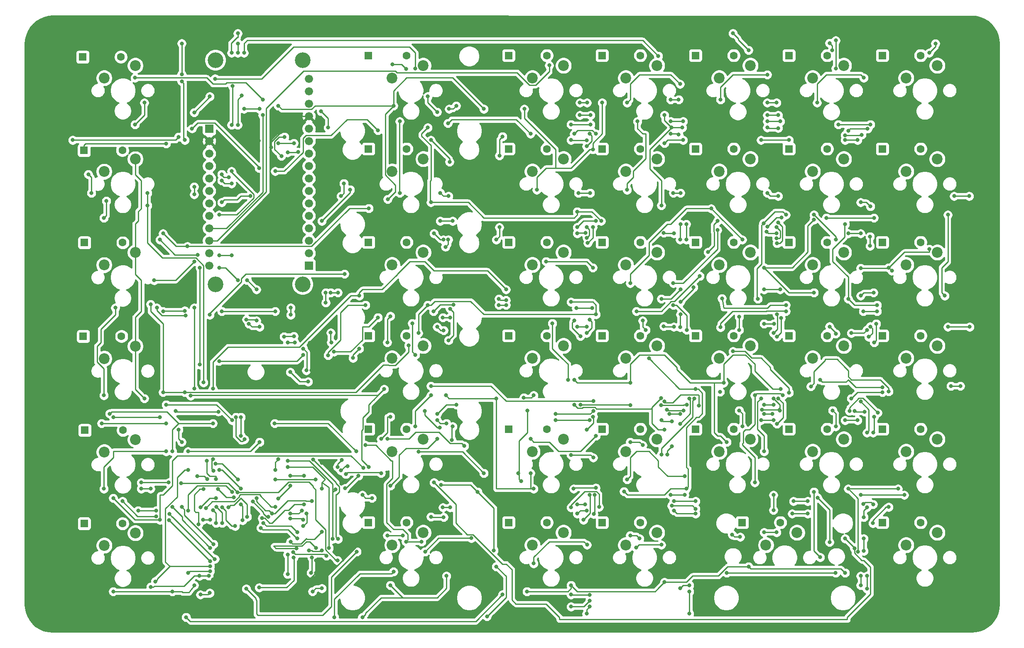
<source format=gtl>
G04 #@! TF.GenerationSoftware,KiCad,Pcbnew,5.1.5*
G04 #@! TF.CreationDate,2020-04-06T18:02:31-07:00*
G04 #@! TF.ProjectId,keyboard,6b657962-6f61-4726-942e-6b696361645f,rev?*
G04 #@! TF.SameCoordinates,Original*
G04 #@! TF.FileFunction,Copper,L1,Top*
G04 #@! TF.FilePolarity,Positive*
%FSLAX46Y46*%
G04 Gerber Fmt 4.6, Leading zero omitted, Abs format (unit mm)*
G04 Created by KiCad (PCBNEW 5.1.5) date 2020-04-06 18:02:31*
%MOMM*%
%LPD*%
G04 APERTURE LIST*
%ADD10C,2.200000*%
%ADD11C,3.200000*%
%ADD12C,1.676400*%
%ADD13R,1.676400X1.676400*%
%ADD14C,1.600000*%
%ADD15R,1.600000X1.600000*%
%ADD16C,0.800000*%
%ADD17C,0.250000*%
%ADD18C,0.254000*%
G04 APERTURE END LIST*
D10*
X63555880Y-54648100D03*
X69905880Y-52108100D03*
D11*
X86255860Y-96716850D03*
X104035860Y-96716850D03*
X104035860Y-50996850D03*
X86255860Y-50996850D03*
D12*
X105305860Y-54806850D03*
X105305860Y-57346850D03*
X105305860Y-59886850D03*
X105305860Y-62426850D03*
X105305860Y-64966850D03*
X105305860Y-67506850D03*
X105305860Y-70046850D03*
X105305860Y-72586850D03*
X105305860Y-75126850D03*
X105305860Y-77666850D03*
X105305860Y-80206850D03*
X105305860Y-82746850D03*
X105305860Y-85286850D03*
X105305860Y-87826850D03*
X105305860Y-90366850D03*
D13*
X105305860Y-92906850D03*
D12*
X84985860Y-92906850D03*
X84985860Y-90366850D03*
X84985860Y-87826850D03*
X84985860Y-85286850D03*
X84985860Y-82746850D03*
X84985860Y-80206850D03*
X84985860Y-77666850D03*
X84985860Y-75126850D03*
X84985860Y-72586850D03*
X84985860Y-70046850D03*
X84985860Y-67506850D03*
D13*
X84985860Y-64966850D03*
D10*
X150867110Y-54648100D03*
X157217110Y-52108100D03*
D14*
X125239610Y-50044350D03*
D15*
X117439610Y-50044350D03*
D14*
X153814610Y-50044350D03*
D15*
X146014610Y-50044350D03*
D14*
X172864610Y-50044350D03*
D15*
X165064610Y-50044350D03*
D14*
X191914610Y-50044350D03*
D15*
X184114610Y-50044350D03*
D14*
X210964610Y-50044350D03*
D15*
X203164610Y-50044350D03*
D14*
X230014610Y-50044350D03*
D15*
X222214610Y-50044350D03*
D14*
X153814610Y-69094350D03*
D15*
X146014610Y-69094350D03*
D14*
X172864610Y-69094350D03*
D15*
X165064610Y-69094350D03*
D14*
X230014610Y-69094350D03*
D15*
X222214610Y-69094350D03*
D14*
X125239610Y-88144350D03*
D15*
X117439610Y-88144350D03*
D14*
X153814610Y-88144350D03*
D15*
X146014610Y-88144350D03*
D14*
X172864610Y-88144350D03*
D15*
X165064610Y-88144350D03*
D14*
X191914610Y-88144350D03*
D15*
X184114610Y-88144350D03*
D14*
X210964610Y-88144350D03*
D15*
X203164610Y-88144350D03*
D14*
X125239610Y-107194350D03*
D15*
X117439610Y-107194350D03*
D14*
X153814610Y-107194350D03*
D15*
X146014610Y-107194350D03*
D14*
X172864610Y-107194350D03*
D15*
X165064610Y-107194350D03*
D14*
X172864610Y-145294350D03*
D15*
X165064610Y-145294350D03*
D10*
X150867110Y-73698100D03*
X157217110Y-71158100D03*
X169917110Y-73698100D03*
X176267110Y-71158100D03*
X188967110Y-73698100D03*
X195317110Y-71158100D03*
X208017110Y-73698100D03*
X214367110Y-71158100D03*
X227067110Y-73698100D03*
X233417110Y-71158100D03*
X150867110Y-149898100D03*
X157217110Y-147358100D03*
X169917110Y-149898100D03*
X176267110Y-147358100D03*
X150867110Y-111798100D03*
X157217110Y-109258100D03*
X227067110Y-130848100D03*
X233417110Y-128308100D03*
X188967110Y-130848100D03*
X195317110Y-128308100D03*
X122292110Y-111798100D03*
X128642110Y-109258100D03*
X122292110Y-149898100D03*
X128642110Y-147358100D03*
X188967110Y-111798100D03*
X195317110Y-109258100D03*
X188967110Y-92748100D03*
X195317110Y-90208100D03*
X122292110Y-73698100D03*
X128642110Y-71158100D03*
X122292110Y-54648100D03*
X128642110Y-52108100D03*
X169917110Y-54648100D03*
X176267110Y-52108100D03*
X188967110Y-54648100D03*
X195317110Y-52108100D03*
X208017110Y-54648100D03*
X214367110Y-52108100D03*
X227067110Y-54648100D03*
X233417110Y-52108100D03*
X208017110Y-111798100D03*
X214367110Y-109258100D03*
X227067110Y-111798100D03*
X233417110Y-109258100D03*
X63550800Y-73710800D03*
X69900800Y-71170800D03*
X63550800Y-92773500D03*
X69900800Y-90233500D03*
X63550800Y-111861600D03*
X69900800Y-109321600D03*
X63576200Y-130937000D03*
X69926200Y-128397000D03*
X63576200Y-149987000D03*
X69926200Y-147447000D03*
X150867110Y-92748100D03*
X157217110Y-90208100D03*
X208017110Y-92748100D03*
X214367110Y-90208100D03*
X169917110Y-111798100D03*
X176267110Y-109258100D03*
X122292110Y-130848100D03*
X128642110Y-128308100D03*
X227067110Y-92748100D03*
X233417110Y-90208100D03*
X122292110Y-92748100D03*
X128642110Y-90208100D03*
X208017110Y-130848100D03*
X214367110Y-128308100D03*
X169917110Y-92748100D03*
X176267110Y-90208100D03*
X169917110Y-130848100D03*
X176267110Y-128308100D03*
X150867110Y-130848100D03*
X157217110Y-128308100D03*
D14*
X125239610Y-69094350D03*
D15*
X117439610Y-69094350D03*
D14*
X191914610Y-69094350D03*
D15*
X184114610Y-69094350D03*
D14*
X210964610Y-69094350D03*
D15*
X203164610Y-69094350D03*
D14*
X230014610Y-88144350D03*
D15*
X222214610Y-88144350D03*
D14*
X191914610Y-107194350D03*
D15*
X184114610Y-107194350D03*
D14*
X210964610Y-107194350D03*
D15*
X203164610Y-107194350D03*
D14*
X230014610Y-107194350D03*
D15*
X222214610Y-107194350D03*
D14*
X125239610Y-126244350D03*
D15*
X117439610Y-126244350D03*
D14*
X153814610Y-126244350D03*
D15*
X146014610Y-126244350D03*
D14*
X172864610Y-126244350D03*
D15*
X165064610Y-126244350D03*
D14*
X191914610Y-126244350D03*
D15*
X184114610Y-126244350D03*
D14*
X210964610Y-126244350D03*
D15*
X203164610Y-126244350D03*
D14*
X230014610Y-126244350D03*
D15*
X222214610Y-126244350D03*
D14*
X125239610Y-145294350D03*
D15*
X117439610Y-145294350D03*
D14*
X153814610Y-145294350D03*
D15*
X146014610Y-145294350D03*
D14*
X201439610Y-145294350D03*
D15*
X193639610Y-145294350D03*
D14*
X230014610Y-145294350D03*
D15*
X222214610Y-145294350D03*
D10*
X227067110Y-149898100D03*
X233417110Y-147358100D03*
X198492110Y-149898100D03*
X204842110Y-147358100D03*
D15*
X59180900Y-50355500D03*
D14*
X66980900Y-50355500D03*
X67273000Y-69405500D03*
D15*
X59473000Y-69405500D03*
X59549200Y-88226900D03*
D14*
X67349200Y-88226900D03*
X67095200Y-107327700D03*
D15*
X59295200Y-107327700D03*
D14*
X67425400Y-126492000D03*
D15*
X59625400Y-126492000D03*
X59485700Y-145529300D03*
D14*
X67285700Y-145529300D03*
D16*
X85725000Y-156905000D03*
X90805000Y-163105000D03*
X89535000Y-157480000D03*
X106770000Y-155575000D03*
X106770000Y-153035000D03*
X98933000Y-78105000D03*
X97663000Y-76200000D03*
X90260000Y-71120000D03*
X93345000Y-68199000D03*
X95082653Y-67477347D03*
X97589494Y-68769800D03*
X103378000Y-106299000D03*
X104865000Y-106553000D03*
X105532347Y-108707347D03*
X105791000Y-114300000D03*
X107980346Y-133126346D03*
X111955153Y-137355153D03*
X116078000Y-147066000D03*
X90805000Y-148590000D03*
X71755000Y-120015000D03*
X69850000Y-64135000D03*
X71755000Y-59690000D03*
X203835000Y-143510000D03*
X179705000Y-142875000D03*
X161925000Y-142875000D03*
X160020000Y-143510000D03*
X132797758Y-144227758D03*
X130175000Y-144145000D03*
X108752346Y-98412349D03*
X108735153Y-100480153D03*
X109765000Y-106590000D03*
X109855000Y-108585000D03*
X89625000Y-139065000D03*
X98425000Y-136525000D03*
X106680000Y-136525000D03*
X207010000Y-143510000D03*
X184150000Y-143510000D03*
X80645000Y-142875000D03*
X70485000Y-142875000D03*
X74205000Y-142875000D03*
X79375000Y-47602370D03*
X233045000Y-47625000D03*
X231775000Y-49530000D03*
X79375000Y-53885000D03*
X79375000Y-55335000D03*
X80010000Y-67310000D03*
X94615000Y-97790000D03*
X92710000Y-95885000D03*
X88990000Y-74930000D03*
X87540000Y-74295000D03*
X92534274Y-158836784D03*
X115062000Y-151257000D03*
X111252000Y-148680000D03*
X106177358Y-132455642D03*
X105156000Y-116586000D03*
X101510000Y-114644001D03*
X87540000Y-75565000D03*
X89535000Y-76200000D03*
X85180000Y-144780000D03*
X83730000Y-144780000D03*
X83185000Y-160020000D03*
X85090000Y-159685000D03*
X86995000Y-90805000D03*
X89535000Y-90805000D03*
X95177972Y-158574695D03*
X102235000Y-107315000D03*
X100224847Y-107420153D03*
X94615000Y-104140000D03*
X92576814Y-103905080D03*
X102223389Y-152425700D03*
X212000000Y-48985000D03*
X211455000Y-47535000D03*
X90805000Y-47602370D03*
X90805000Y-49530000D03*
X91647657Y-58212343D03*
X90805000Y-64225000D03*
X93345000Y-78740000D03*
X87540000Y-80010000D03*
X90805000Y-45539999D03*
X194945000Y-48985000D03*
X86995000Y-82550000D03*
X191770000Y-45539999D03*
X89535000Y-49530000D03*
X89742657Y-56307343D03*
X89535000Y-64225000D03*
X89535000Y-73660000D03*
X176530000Y-50165000D03*
X92075000Y-49530000D03*
X95885000Y-62230000D03*
X154305000Y-52070000D03*
X113709658Y-77425342D03*
X107950000Y-83820000D03*
X217170000Y-124460000D03*
X214630000Y-124460000D03*
X200025000Y-124460000D03*
X197485000Y-124460000D03*
X179327441Y-124717441D03*
X177165000Y-124460000D03*
X162560000Y-124460000D03*
X133350000Y-125095000D03*
X131445000Y-124460000D03*
X104140000Y-111125000D03*
X86995000Y-112395000D03*
X155575000Y-124460000D03*
X76200000Y-125095000D03*
X63045002Y-125095000D03*
X219075000Y-106045000D03*
X215900000Y-106680000D03*
X200115000Y-104775000D03*
X198120000Y-104775000D03*
X179705000Y-105410000D03*
X177667135Y-105277135D03*
X161925000Y-105410000D03*
X160020000Y-105410000D03*
X132797758Y-106127758D03*
X131445000Y-105410000D03*
X111215000Y-98425000D03*
X109765000Y-98425000D03*
X98425000Y-102235000D03*
X87540000Y-102235000D03*
X79991051Y-102124552D03*
X75565000Y-102235000D03*
X100965000Y-69850000D03*
X103106796Y-69757129D03*
X217805000Y-86360000D03*
X215265000Y-86360000D03*
X200660000Y-86360000D03*
X198616918Y-85979472D03*
X179705000Y-86360000D03*
X177667135Y-86227135D03*
X161714010Y-86258269D03*
X160020000Y-86360000D03*
X132715000Y-87630000D03*
X130810000Y-86360000D03*
X57150000Y-67310000D03*
X78740000Y-66675000D03*
X217170000Y-67310000D03*
X214630000Y-67310000D03*
X197485000Y-67310000D03*
X181610000Y-67310000D03*
X177800000Y-67945000D03*
X161973441Y-67327148D03*
X158750000Y-67310000D03*
X133985000Y-71755000D03*
X130175000Y-67310000D03*
X99060000Y-67945000D03*
X102235000Y-67945000D03*
X203200000Y-67310000D03*
X76200000Y-68035000D03*
X100965000Y-155854350D03*
X95512110Y-146395550D03*
X102960000Y-148590000D03*
X105320000Y-151040000D03*
X107950000Y-151040000D03*
X107950000Y-158750000D03*
X106045000Y-159385000D03*
X100965000Y-151854350D03*
X90805000Y-95885000D03*
X86995000Y-93345000D03*
X102415001Y-108585000D03*
X100965000Y-108585000D03*
X95250000Y-105410000D03*
X93070009Y-104775000D03*
X92075000Y-60960000D03*
X95250000Y-60960000D03*
X107801202Y-61446202D03*
X109220000Y-64770000D03*
X112439658Y-76155342D03*
X111850000Y-78743497D03*
X126365000Y-104685000D03*
X127000000Y-111125000D03*
X119380000Y-103505000D03*
X110400000Y-110490000D03*
X103865002Y-142875000D03*
X101510000Y-143510000D03*
X212725000Y-125730000D03*
X212090000Y-122465000D03*
X201295000Y-122465000D03*
X200025000Y-120015000D03*
X200025000Y-106680000D03*
X200750000Y-102870000D03*
X200750000Y-88372657D03*
X200985001Y-84086762D03*
X200985001Y-78740000D03*
X198755000Y-78105000D03*
X197715736Y-122275356D03*
X184785000Y-121465000D03*
X130175000Y-117475000D03*
X177800000Y-120650000D03*
X163285000Y-120560000D03*
X130175000Y-80010000D03*
X219225153Y-65010153D03*
X215265000Y-65405000D03*
X200985001Y-62230000D03*
X198755000Y-62230000D03*
X200985001Y-64863119D03*
X198755000Y-64770000D03*
X181432111Y-64770000D03*
X177800000Y-62230000D03*
X179257111Y-64770000D03*
X162740000Y-64135000D03*
X158750000Y-64135000D03*
X177165000Y-80645000D03*
X160020000Y-81915000D03*
X164903002Y-83820000D03*
X129540000Y-64770000D03*
X81915000Y-61685000D03*
X86177351Y-54792649D03*
X127000000Y-52705000D03*
X129540000Y-58420000D03*
X131445000Y-61595000D03*
X92710000Y-144145000D03*
X88900000Y-142240000D03*
X85875153Y-134770153D03*
X85725000Y-132394029D03*
X83820000Y-116750000D03*
X72390000Y-80645000D03*
X72390000Y-78105000D03*
X85090000Y-58420000D03*
X123825000Y-63500000D03*
X123825000Y-78105000D03*
X219800000Y-64135000D03*
X213252414Y-64138118D03*
X201435011Y-63500000D03*
X198755000Y-63500000D03*
X181610000Y-63500000D03*
X179070000Y-63500000D03*
X170180000Y-77470000D03*
X172316260Y-63500000D03*
X163830000Y-83820000D03*
X160020000Y-85090000D03*
X162740000Y-62230000D03*
X160565000Y-62230000D03*
X134620000Y-83820000D03*
X132080000Y-83820000D03*
X117519658Y-81235342D03*
X80538053Y-88990051D03*
X81915000Y-101510000D03*
X81915000Y-118020000D03*
X82550000Y-135890000D03*
X84545000Y-136435000D03*
X83185000Y-142240000D03*
X86360000Y-140335000D03*
X86360000Y-140335000D03*
X87630000Y-142240000D03*
X90260000Y-146050000D03*
X60325000Y-74295000D03*
X60960000Y-78105000D03*
X75565000Y-86360000D03*
X122555000Y-60325000D03*
X121375000Y-79375000D03*
X218440000Y-54610000D03*
X208915000Y-59690000D03*
X198755000Y-53975000D03*
X189230000Y-59055000D03*
X180975000Y-55880000D03*
X170180000Y-59690000D03*
X163195000Y-69215000D03*
X165100000Y-59690000D03*
X151765000Y-77470000D03*
X149225000Y-60960000D03*
X140970000Y-60960000D03*
X95885000Y-59055000D03*
X91800010Y-144852108D03*
X91440000Y-141605000D03*
X89974142Y-140139142D03*
X86815000Y-138520000D03*
X84455000Y-132715000D03*
X83095000Y-113120000D03*
X83095000Y-93345000D03*
X82640000Y-90708509D03*
X86360000Y-136435000D03*
X99060000Y-60325000D03*
X69850000Y-54610000D03*
X64020498Y-79729500D03*
X63500000Y-83185000D03*
X74930000Y-87630000D03*
X133895000Y-60960000D03*
X135345000Y-60325000D03*
X144780000Y-66585000D03*
X144145000Y-70485000D03*
X144145000Y-85090000D03*
X143510000Y-87630000D03*
X154940000Y-104685000D03*
X158115000Y-116205000D03*
X217805000Y-80010000D03*
X219800000Y-80823885D03*
X219710000Y-86995000D03*
X219710000Y-88900000D03*
X219782108Y-105337892D03*
X219441560Y-107436865D03*
X218635153Y-122750153D03*
X216535000Y-122555000D03*
X200025000Y-121285000D03*
X198120000Y-121285000D03*
X160655000Y-121285000D03*
X99060000Y-140425000D03*
X101510000Y-137795000D03*
X101510000Y-135800000D03*
X104315012Y-135800000D03*
X100330000Y-66675000D03*
X99695000Y-70575000D03*
X101600000Y-101510000D03*
X101600000Y-102960000D03*
X104140000Y-109855000D03*
X104775000Y-114300000D03*
X182335000Y-121285000D03*
X177092892Y-121375000D03*
X170815000Y-121375000D03*
X122371827Y-51886827D03*
X125095000Y-52808101D03*
X98493443Y-142098211D03*
X161925000Y-163920000D03*
X162560000Y-162470000D03*
X161290000Y-144780000D03*
X162560000Y-139700000D03*
X161925000Y-126365000D03*
X163267108Y-123735000D03*
X180975000Y-123190000D03*
X198120000Y-123190000D03*
X199814010Y-123190000D03*
X215522346Y-122567651D03*
X221291559Y-122938302D03*
X235585000Y-105410000D03*
X240030000Y-105410000D03*
X239935009Y-78740000D03*
X236855000Y-78740000D03*
X160565000Y-59690000D03*
X162015000Y-59690000D03*
X162560000Y-66040000D03*
X161925000Y-68580000D03*
X161925000Y-85090000D03*
X161989329Y-87219623D03*
X173355000Y-104140000D03*
X173990000Y-106045000D03*
X178804270Y-123190000D03*
X84304847Y-142390153D03*
X101510000Y-144510003D03*
X104140000Y-144780000D03*
X121285000Y-147955000D03*
X124460000Y-147955000D03*
X193040000Y-106045000D03*
X193040000Y-106045000D03*
X193040000Y-103325000D03*
X182245000Y-87630000D03*
X182245000Y-84455000D03*
X180707111Y-59055000D03*
X179070000Y-59055000D03*
X197485000Y-120015000D03*
X198120000Y-130810000D03*
X200025000Y-139700000D03*
X200025000Y-142785000D03*
X184150000Y-142509997D03*
X179292118Y-141880787D03*
X164465000Y-142150000D03*
X158750000Y-142240000D03*
X138430000Y-148500000D03*
X129027110Y-151252110D03*
X81915000Y-92075000D03*
X81915000Y-78391850D03*
X81915000Y-76835000D03*
X81475153Y-64965153D03*
X95160000Y-73025000D03*
X98425000Y-73660000D03*
X119380000Y-65315000D03*
X133646348Y-63886348D03*
X150495000Y-66040000D03*
X159385000Y-66040000D03*
X163830000Y-66040000D03*
X179070000Y-66040000D03*
X180707111Y-66180889D03*
X73753717Y-95928930D03*
X102960000Y-147320000D03*
X96012110Y-145415000D03*
X102960000Y-147320000D03*
X104140000Y-146050000D03*
X104775000Y-143510000D03*
X111125000Y-133985000D03*
X112000153Y-132564847D03*
X114300000Y-111760000D03*
X115570000Y-109855000D03*
X121285000Y-108585000D03*
X121920000Y-103218002D03*
X219075000Y-158840000D03*
X219075000Y-156210000D03*
X218440000Y-151130000D03*
X218440000Y-148590000D03*
X218440000Y-144235000D03*
X219075000Y-142240000D03*
X219075000Y-127000000D03*
X217805000Y-120650000D03*
X212725000Y-106794349D03*
X211455000Y-105344349D03*
X200660000Y-87360003D03*
X200660000Y-85090000D03*
X200660000Y-59690000D03*
X198755000Y-59690000D03*
X105931563Y-152490000D03*
X105757346Y-155562349D03*
X104315012Y-141605000D03*
X109220000Y-111215000D03*
X116840000Y-100965000D03*
X132625000Y-103505000D03*
X134075000Y-103505000D03*
X144055000Y-100965000D03*
X145505000Y-100965000D03*
X95779537Y-144442419D03*
X236220000Y-117475000D03*
X238125000Y-117475000D03*
X212725000Y-46990000D03*
X212725000Y-52705000D03*
X159385000Y-104140000D03*
X160655000Y-107315000D03*
X163560003Y-139700000D03*
X163365313Y-143600000D03*
X170815000Y-147955000D03*
X172720000Y-148590000D03*
X182880000Y-163920000D03*
X182880000Y-159385000D03*
X93890000Y-141060000D03*
X90732892Y-139137108D03*
X97065000Y-144119832D03*
X158750000Y-162470000D03*
X162560000Y-161290000D03*
X193247445Y-148254821D03*
X191633327Y-147818327D03*
X180975000Y-125185000D03*
X182880000Y-120015000D03*
X182327827Y-106033261D03*
X179615000Y-100965000D03*
X188595000Y-85654471D03*
X198770321Y-84991307D03*
X201710001Y-83141079D03*
X214630000Y-66309997D03*
X218000153Y-66235153D03*
X179615000Y-96520000D03*
X111125000Y-153035000D03*
X71120000Y-137160000D03*
X76745000Y-137160000D03*
X79224847Y-137310153D03*
X86995000Y-134620000D03*
X91440000Y-138430000D03*
X94615000Y-140335000D03*
X97830273Y-143476124D03*
X112834847Y-135450153D03*
X105899999Y-140970000D03*
X198120000Y-97790000D03*
X201385000Y-97790000D03*
X201565001Y-103628836D03*
X200750000Y-107387108D03*
X201037654Y-120002349D03*
X200732108Y-125185000D03*
X214630000Y-148590000D03*
X216535000Y-150585000D03*
X120015000Y-135255000D03*
X130810000Y-137160000D03*
X86844847Y-122705153D03*
X78105000Y-122555000D03*
X101574343Y-149236596D03*
X217805000Y-99060000D03*
X220435000Y-98425000D03*
X220980000Y-104775000D03*
X220566559Y-108585000D03*
X220566559Y-123735000D03*
X220345000Y-127000000D03*
X220345000Y-141605000D03*
X218350000Y-141532892D03*
X204117110Y-140970000D03*
X184150000Y-140970000D03*
X179705000Y-140970000D03*
X161657111Y-141605000D03*
X160020000Y-141605000D03*
X134075000Y-142240000D03*
X132625000Y-142240000D03*
X118164610Y-140335000D03*
X116205000Y-139700000D03*
X107950000Y-147230000D03*
X134424847Y-128465153D03*
X134620000Y-125730000D03*
X133789847Y-108145153D03*
X134075000Y-101693964D03*
X133154847Y-89095153D03*
X133727654Y-87617349D03*
X133774010Y-78740000D03*
X132080000Y-78105000D03*
X207010000Y-140970000D03*
X102818346Y-150546654D03*
X106770000Y-150495000D03*
X160264010Y-78105000D03*
X162650000Y-78105000D03*
X163195000Y-85090000D03*
X162164020Y-88287312D03*
X162560000Y-103959999D03*
X161925000Y-106680000D03*
X170815000Y-128905000D03*
X173355000Y-129540000D03*
X177165000Y-131445000D03*
X183880003Y-120015000D03*
X189230000Y-105500000D03*
X202565000Y-102235000D03*
X218350000Y-102235000D03*
X221160000Y-102235000D03*
X110125001Y-148680000D03*
X100965000Y-132715000D03*
X115409224Y-135784847D03*
X121285000Y-128270000D03*
X137010730Y-129687687D03*
X150495000Y-128270000D03*
X163830000Y-127635000D03*
X112649000Y-138340000D03*
X110748653Y-138561653D03*
X102111238Y-151354350D03*
X193675000Y-125730000D03*
X193040000Y-122465000D03*
X180975000Y-105500000D03*
X181065000Y-102870000D03*
X180975000Y-87630000D03*
X181065000Y-84455000D03*
X181065000Y-78105000D03*
X179615000Y-78105000D03*
X89625000Y-124460000D03*
X100965000Y-133985000D03*
X109400001Y-150495000D03*
X181682108Y-122465000D03*
X178301563Y-122325541D03*
X163285000Y-122555000D03*
X155575000Y-123190000D03*
X135345000Y-121285000D03*
X131445000Y-123190000D03*
X121920000Y-123735000D03*
X120015000Y-128270000D03*
X113225153Y-133789847D03*
X111832108Y-134692108D03*
X107950000Y-138430000D03*
X181065000Y-100330000D03*
X183710153Y-97350153D03*
X108895848Y-152089154D03*
X76200000Y-121285000D03*
X86360000Y-145415000D03*
X85725000Y-142785000D03*
X85725000Y-118020000D03*
X115570000Y-99060000D03*
X193675000Y-87630000D03*
X187325000Y-81280000D03*
X198120000Y-93345000D03*
X208280000Y-98425000D03*
X220525000Y-83185000D03*
X210820000Y-83185000D03*
X208267349Y-83562654D03*
X170815000Y-96520000D03*
X163195000Y-93345000D03*
X153670000Y-92075000D03*
X145505000Y-97790000D03*
X85725000Y-125095000D03*
X64680000Y-123117892D03*
X77470000Y-130810000D03*
X85831284Y-149736164D03*
X186690000Y-90170000D03*
X188595000Y-83820000D03*
X212725000Y-87630000D03*
X208280000Y-82550000D03*
X217805000Y-93435000D03*
X224155000Y-93980000D03*
X223520000Y-93345000D03*
X231775000Y-89535000D03*
X202565000Y-100965000D03*
X189534753Y-99603189D03*
X184983282Y-95051718D03*
X172085000Y-102235000D03*
X163105000Y-101600000D03*
X159814000Y-101600000D03*
X145505000Y-99964997D03*
X144055000Y-99695000D03*
X134800000Y-100893055D03*
X130720000Y-102235000D03*
X112575000Y-94615000D03*
X80160153Y-103110153D03*
X85090000Y-102960000D03*
X79375000Y-142150000D03*
X74930000Y-123825000D03*
X65405000Y-123825000D03*
X74295000Y-101510000D03*
X65840900Y-101510000D03*
X63500000Y-119380000D03*
X87630000Y-145415000D03*
X86483836Y-142133716D03*
X125640000Y-109220000D03*
X127635000Y-106680000D03*
X129540000Y-100965000D03*
X234950000Y-99060000D03*
X235585000Y-82550000D03*
X197998825Y-84266307D03*
X196850000Y-99695000D03*
X202565000Y-82550000D03*
X215265000Y-99695000D03*
X214630000Y-84455000D03*
X221160000Y-100965000D03*
X181065000Y-97790000D03*
X177165000Y-99695000D03*
X158750000Y-100330000D03*
X163830000Y-102870000D03*
X75565000Y-118745000D03*
X79375000Y-128905000D03*
X78740000Y-126365000D03*
X80010000Y-118745000D03*
X73025000Y-100785000D03*
X85180000Y-150495000D03*
X222250000Y-118745000D03*
X215900000Y-120015000D03*
X201930000Y-119380000D03*
X196215000Y-119380000D03*
X196215000Y-137160000D03*
X181925220Y-139700000D03*
X179070000Y-139700000D03*
X178406852Y-131473148D03*
X179299810Y-129769810D03*
X177800000Y-126365000D03*
X177092892Y-119925000D03*
X163805284Y-138249999D03*
X159295000Y-138430000D03*
X159385000Y-121285000D03*
X139700000Y-139065000D03*
X132275153Y-137599847D03*
X127000000Y-125730000D03*
X130175000Y-119380000D03*
X143016654Y-150988346D03*
X143510000Y-154305000D03*
X71120000Y-138430000D03*
X73025000Y-138430000D03*
X77470000Y-142150000D03*
X141605000Y-164465000D03*
X85180000Y-153211286D03*
X223520000Y-118560850D03*
X207645000Y-117565000D03*
X203200000Y-118835000D03*
X191770000Y-110400000D03*
X184150000Y-118110000D03*
X174625000Y-111850000D03*
X182245000Y-138430000D03*
X169545000Y-138975000D03*
X189139999Y-118654999D03*
X163285000Y-132080000D03*
X158750000Y-131535000D03*
X150495000Y-135255000D03*
X151130000Y-138430000D03*
X143510000Y-120015000D03*
X149135000Y-119834999D03*
X151130000Y-119380000D03*
X121920000Y-137795000D03*
X131445000Y-128270000D03*
X132017235Y-125958281D03*
X128905000Y-122555000D03*
X133260000Y-119380000D03*
X116400153Y-134180153D03*
X65405000Y-140335000D03*
X76791857Y-144823143D03*
X74930000Y-144780000D03*
X86131466Y-152761288D03*
X222250000Y-117744997D03*
X209550000Y-116205000D03*
X201475000Y-118110000D03*
X189865000Y-116840000D03*
X170815000Y-116840000D03*
X190500000Y-128905000D03*
X181925220Y-135890000D03*
X170180000Y-136525000D03*
X159385000Y-116205000D03*
X148590000Y-136910849D03*
X149860000Y-122465000D03*
X117475000Y-133985000D03*
X120650000Y-118110000D03*
X147955000Y-135255000D03*
X140970000Y-135255000D03*
X127635000Y-130900000D03*
X67310000Y-140970000D03*
X81190000Y-119470000D03*
X76200000Y-130810000D03*
X63500000Y-138430000D03*
X74205000Y-144055000D03*
X76835000Y-143600000D03*
X220302477Y-145457523D03*
X223520000Y-142150000D03*
X200660000Y-147320000D03*
X198120000Y-147320000D03*
X92165000Y-128342108D03*
X90439997Y-123825000D03*
X85183183Y-155211285D03*
X211455000Y-149315000D03*
X209005000Y-140245000D03*
X177165000Y-149860000D03*
X172048881Y-150452261D03*
X162015000Y-149860000D03*
X151130000Y-153670000D03*
X128270000Y-149225000D03*
X125095000Y-149225000D03*
X122555000Y-155338740D03*
X110490000Y-164645000D03*
X80645000Y-155575000D03*
X81915000Y-158115000D03*
X98335000Y-125095000D03*
X114935000Y-130810000D03*
X116840000Y-129540000D03*
X65405000Y-159385000D03*
X77470000Y-159385000D03*
X84935000Y-156180000D03*
X83005000Y-156210000D03*
X82790153Y-145655153D03*
X86270000Y-133350000D03*
X90805000Y-136525000D03*
X91440000Y-127635000D03*
X91440000Y-123825000D03*
X83820000Y-138520000D03*
X209550000Y-152400000D03*
X208280000Y-139065000D03*
X217805000Y-139700000D03*
X226695000Y-139700000D03*
X190500000Y-155575000D03*
X212713630Y-155586370D03*
X182880000Y-158115000D03*
X180975000Y-158750000D03*
X162560000Y-160110000D03*
X158750000Y-160020000D03*
X133350000Y-156210000D03*
X121920000Y-158115000D03*
X116205000Y-164645000D03*
X73072233Y-158447414D03*
X217805000Y-156210000D03*
X217805000Y-158115000D03*
X98425000Y-134620000D03*
X99060000Y-132394030D03*
X85180000Y-154211289D03*
X217293836Y-151236284D03*
X215265000Y-138430000D03*
X225425000Y-138430000D03*
X194945000Y-154305000D03*
X214630000Y-155575000D03*
X177800000Y-157480000D03*
X158750000Y-158115000D03*
X149770000Y-159385000D03*
X144780000Y-160020000D03*
X95250000Y-128905000D03*
X80645000Y-130810000D03*
X80645000Y-134620000D03*
X80270276Y-164620151D03*
X74002900Y-157353000D03*
D17*
X85725000Y-156905000D02*
X88840000Y-156905000D01*
X88840000Y-156905000D02*
X89535000Y-157480000D01*
X89535000Y-157480000D02*
X90805000Y-158870000D01*
X90805000Y-158870000D02*
X90805000Y-159385000D01*
X90805000Y-159385000D02*
X90805000Y-163105000D01*
X102650001Y-159694999D02*
X106770000Y-155575000D01*
X98933000Y-78105000D02*
X98933000Y-77470000D01*
X98933000Y-77470000D02*
X97663000Y-76200000D01*
X93345000Y-68199000D02*
X94361000Y-68199000D01*
X94361000Y-68199000D02*
X95082653Y-67477347D01*
X104120467Y-62426850D02*
X105305860Y-62426850D01*
X102868738Y-62426850D02*
X104120467Y-62426850D01*
X97589494Y-67706094D02*
X102868738Y-62426850D01*
X97589494Y-68769800D02*
X97589494Y-67706094D01*
X103378000Y-106299000D02*
X104611000Y-106299000D01*
X104611000Y-106299000D02*
X104865000Y-106553000D01*
X105532347Y-108707347D02*
X105532347Y-109850347D01*
X105532347Y-109850347D02*
X105986153Y-110304153D01*
X105986153Y-110304153D02*
X105986153Y-114104847D01*
X105986153Y-114104847D02*
X105791000Y-114300000D01*
X107980346Y-133126346D02*
X111955153Y-137101153D01*
X111955153Y-137101153D02*
X111955153Y-137355153D01*
X107335685Y-155575000D02*
X106770000Y-155575000D01*
X109658002Y-155575000D02*
X107335685Y-155575000D01*
X116078000Y-149155002D02*
X109658002Y-155575000D01*
X116078000Y-147066000D02*
X116078000Y-149155002D01*
X88599010Y-71120000D02*
X84985860Y-67506850D01*
X90260000Y-71120000D02*
X88599010Y-71120000D01*
X69900800Y-118160800D02*
X69900800Y-109321600D01*
X71755000Y-120015000D02*
X69900800Y-118160800D01*
X69900800Y-94665800D02*
X69900800Y-90233500D01*
X71120000Y-95885000D02*
X69900800Y-94665800D01*
X71120000Y-102235000D02*
X71120000Y-95885000D01*
X69900800Y-109321600D02*
X69900800Y-103454200D01*
X69900800Y-103454200D02*
X71120000Y-102235000D01*
X71120000Y-75565000D02*
X69900800Y-74345800D01*
X70485000Y-81915000D02*
X71120000Y-81280000D01*
X69900800Y-84404200D02*
X70485000Y-83820000D01*
X69900800Y-90233500D02*
X69900800Y-84404200D01*
X69900800Y-74345800D02*
X69900800Y-71170800D01*
X70485000Y-83820000D02*
X70485000Y-81915000D01*
X71120000Y-81280000D02*
X71120000Y-75565000D01*
X69850000Y-64135000D02*
X71755000Y-62230000D01*
X71755000Y-62230000D02*
X71755000Y-59690000D01*
X205740000Y-143510000D02*
X203835000Y-143510000D01*
X181610000Y-143510000D02*
X180340000Y-143510000D01*
X180340000Y-143510000D02*
X179705000Y-142875000D01*
X161925000Y-142875000D02*
X160655000Y-142875000D01*
X160655000Y-142875000D02*
X160020000Y-143510000D01*
X132797758Y-144227758D02*
X130257758Y-144227758D01*
X130257758Y-144227758D02*
X130175000Y-144145000D01*
X108752346Y-98412349D02*
X108752346Y-100462960D01*
X108752346Y-100462960D02*
X108735153Y-100480153D01*
X109765000Y-106590000D02*
X109765000Y-108495000D01*
X109765000Y-108495000D02*
X109855000Y-108585000D01*
X98425000Y-136525000D02*
X104140000Y-136525000D01*
X104140000Y-136525000D02*
X104775000Y-136525000D01*
X104775000Y-136525000D02*
X106680000Y-136525000D01*
X205740000Y-143510000D02*
X207010000Y-143510000D01*
X181610000Y-143510000D02*
X184150000Y-143510000D01*
X88355000Y-137795000D02*
X89625000Y-139065000D01*
X82550000Y-137795000D02*
X88355000Y-137795000D01*
X80645000Y-142875000D02*
X80645000Y-139700000D01*
X80645000Y-139700000D02*
X82550000Y-137795000D01*
X70485000Y-142875000D02*
X74205000Y-142875000D01*
X79375000Y-52160000D02*
X79375000Y-47602370D01*
X233045000Y-47625000D02*
X233045000Y-48260000D01*
X233045000Y-48260000D02*
X231775000Y-49530000D01*
X79375000Y-52160000D02*
X79375000Y-53885000D01*
X79774999Y-67074999D02*
X80010000Y-67310000D01*
X79375000Y-55335000D02*
X79774999Y-55734999D01*
X79774999Y-55734999D02*
X79774999Y-67074999D01*
X94615000Y-97790000D02*
X92710000Y-95885000D01*
X87978002Y-74930000D02*
X87630000Y-74581998D01*
X88990000Y-74930000D02*
X87978002Y-74930000D01*
X87630000Y-74581998D02*
X87630000Y-74385000D01*
X87630000Y-74385000D02*
X87540000Y-74295000D01*
X92534274Y-158836784D02*
X94479490Y-160782000D01*
X94479490Y-160782000D02*
X94479490Y-161027490D01*
X94479490Y-161027490D02*
X94615000Y-161163000D01*
X94615000Y-161163000D02*
X94615000Y-163957000D01*
X94615000Y-163957000D02*
X94869000Y-164211000D01*
X94869000Y-164211000D02*
X108077000Y-164211000D01*
X108077000Y-164211000D02*
X109855000Y-162433000D01*
X109855000Y-162433000D02*
X109855000Y-156464000D01*
X109855000Y-156464000D02*
X115062000Y-151257000D01*
X110852001Y-139575000D02*
X110850001Y-139573000D01*
X111252000Y-148680000D02*
X110852001Y-148280001D01*
X110852001Y-148280001D02*
X110852001Y-139575000D01*
X110852001Y-137130285D02*
X106177358Y-132455642D01*
X105156000Y-116586000D02*
X103451999Y-116586000D01*
X103451999Y-116586000D02*
X101510000Y-114644001D01*
X110852001Y-139575000D02*
X110996000Y-139575000D01*
X110852001Y-137325003D02*
X110852001Y-137130285D01*
X111506000Y-137979002D02*
X110852001Y-137325003D01*
X111506000Y-139065000D02*
X111506000Y-137979002D01*
X110996000Y-139575000D02*
X111506000Y-139065000D01*
X87540000Y-75565000D02*
X88175000Y-76200000D01*
X88175000Y-76200000D02*
X89535000Y-76200000D01*
X83185000Y-160020000D02*
X84755000Y-160020000D01*
X84755000Y-160020000D02*
X85090000Y-159685000D01*
X85180000Y-144780000D02*
X83730000Y-144780000D01*
X86995000Y-90805000D02*
X88265000Y-90805000D01*
X88265000Y-90805000D02*
X89535000Y-90805000D01*
X95177972Y-158574695D02*
X100789695Y-158574695D01*
X100789695Y-158574695D02*
X102235000Y-157129390D01*
X102235000Y-157129390D02*
X102235000Y-154305000D01*
X102235000Y-107315000D02*
X100330000Y-107315000D01*
X100330000Y-107315000D02*
X100224847Y-107420153D01*
X94615000Y-104140000D02*
X94380080Y-103905080D01*
X94380080Y-103905080D02*
X92576814Y-103905080D01*
X102235000Y-154305000D02*
X102235000Y-152437311D01*
X102235000Y-152437311D02*
X102223389Y-152425700D01*
X212000000Y-48985000D02*
X212000000Y-48080000D01*
X212000000Y-48080000D02*
X211455000Y-47535000D01*
X90805000Y-47602370D02*
X90805000Y-49530000D01*
X91647657Y-58212343D02*
X90805000Y-59055000D01*
X90805000Y-59055000D02*
X90805000Y-64225000D01*
X93345000Y-78740000D02*
X91440000Y-78740000D01*
X91440000Y-78740000D02*
X90708346Y-79471654D01*
X90708346Y-79471654D02*
X88078346Y-79471654D01*
X88078346Y-79471654D02*
X87540000Y-80010000D01*
X194945000Y-48985000D02*
X192837369Y-46877369D01*
X90805000Y-46355000D02*
X90653152Y-46355000D01*
X89459076Y-73781074D02*
X94070001Y-78391999D01*
X192837369Y-46877369D02*
X192837369Y-46607368D01*
X90653152Y-46355000D02*
X89459076Y-47549076D01*
X94070001Y-79088001D02*
X90608002Y-82550000D01*
X90608002Y-82550000D02*
X86995000Y-82550000D01*
X94070001Y-78391999D02*
X94070001Y-79088001D01*
X90805000Y-45539999D02*
X90805000Y-46355000D01*
X192837369Y-46607368D02*
X191770000Y-45539999D01*
X89459076Y-47549076D02*
X89459076Y-49454076D01*
X89459076Y-49454076D02*
X89535000Y-49530000D01*
X89742657Y-56307343D02*
X89742657Y-64017343D01*
X89742657Y-64017343D02*
X89535000Y-64225000D01*
X176530000Y-50165000D02*
X173355000Y-46990000D01*
X173355000Y-46990000D02*
X92710000Y-46990000D01*
X92710000Y-46990000D02*
X92075000Y-47625000D01*
X92075000Y-47625000D02*
X92075000Y-49530000D01*
X88507562Y-85286850D02*
X86171253Y-85286850D01*
X95885000Y-77909412D02*
X88507562Y-85286850D01*
X86171253Y-85286850D02*
X84985860Y-85286850D01*
X95885000Y-62230000D02*
X95885000Y-77909412D01*
X122976111Y-53223099D02*
X104256901Y-53223099D01*
X123286113Y-53533101D02*
X122976111Y-53223099D01*
X154305000Y-53319212D02*
X151551111Y-56073101D01*
X151551111Y-56073101D02*
X150270210Y-56073101D01*
X154305000Y-52070000D02*
X154305000Y-53319212D01*
X150270210Y-56073101D02*
X147730210Y-53533101D01*
X147730210Y-53533101D02*
X123286113Y-53533101D01*
X86603972Y-87826850D02*
X86171253Y-87826850D01*
X96610001Y-77820821D02*
X86603972Y-87826850D01*
X96610001Y-60869999D02*
X96610001Y-77820821D01*
X86171253Y-87826850D02*
X84985860Y-87826850D01*
X104256901Y-53223099D02*
X96610001Y-60869999D01*
X107950000Y-83750685D02*
X107950000Y-83820000D01*
X113709658Y-77425342D02*
X113709658Y-77991027D01*
X113709658Y-77991027D02*
X107950000Y-83750685D01*
X217170000Y-124460000D02*
X214630000Y-124460000D01*
X200025000Y-124460000D02*
X197485000Y-124460000D01*
X179327441Y-124717441D02*
X177422441Y-124717441D01*
X177422441Y-124717441D02*
X177165000Y-124460000D01*
X162560000Y-124460000D02*
X160020000Y-124460000D01*
X133350000Y-125095000D02*
X132080000Y-125095000D01*
X132080000Y-125095000D02*
X131445000Y-124460000D01*
X104140000Y-111125000D02*
X102870000Y-112395000D01*
X102870000Y-112395000D02*
X86995000Y-112395000D01*
X160020000Y-124460000D02*
X155575000Y-124460000D01*
X76200000Y-125095000D02*
X63045002Y-125095000D01*
X219075000Y-106045000D02*
X218440000Y-106680000D01*
X218440000Y-106680000D02*
X215900000Y-106680000D01*
X200115000Y-104775000D02*
X198120000Y-104775000D01*
X179705000Y-105410000D02*
X177800000Y-105410000D01*
X177800000Y-105410000D02*
X177667135Y-105277135D01*
X161925000Y-105410000D02*
X160020000Y-105410000D01*
X132797758Y-106127758D02*
X132162758Y-106127758D01*
X132162758Y-106127758D02*
X131445000Y-105410000D01*
X111215000Y-98425000D02*
X109855000Y-98425000D01*
X109855000Y-98425000D02*
X109765000Y-98425000D01*
X98425000Y-102235000D02*
X87540000Y-102235000D01*
X79991051Y-102124552D02*
X75675448Y-102124552D01*
X75675448Y-102124552D02*
X75565000Y-102235000D01*
X100965000Y-69850000D02*
X103013925Y-69850000D01*
X103013925Y-69850000D02*
X103106796Y-69757129D01*
X217805000Y-86360000D02*
X215265000Y-86360000D01*
X200660000Y-86360000D02*
X198997446Y-86360000D01*
X198997446Y-86360000D02*
X198616918Y-85979472D01*
X179705000Y-86360000D02*
X177800000Y-86360000D01*
X177800000Y-86360000D02*
X177667135Y-86227135D01*
X161714010Y-86258269D02*
X160121731Y-86258269D01*
X160121731Y-86258269D02*
X160020000Y-86360000D01*
X132715000Y-87630000D02*
X132080000Y-87630000D01*
X132080000Y-87630000D02*
X130810000Y-86360000D01*
X57150000Y-67310000D02*
X78105000Y-67310000D01*
X78105000Y-67310000D02*
X78740000Y-66675000D01*
X217170000Y-67310000D02*
X214630000Y-67310000D01*
X201295000Y-67310000D02*
X197485000Y-67310000D01*
X181610000Y-67310000D02*
X178435000Y-67310000D01*
X178435000Y-67310000D02*
X177800000Y-67945000D01*
X161973441Y-67327148D02*
X158767148Y-67327148D01*
X158767148Y-67327148D02*
X158750000Y-67310000D01*
X133985000Y-71755000D02*
X133985000Y-71120000D01*
X133985000Y-71120000D02*
X130175000Y-67310000D01*
X99060000Y-67945000D02*
X102235000Y-67945000D01*
X201295000Y-67310000D02*
X203200000Y-67310000D01*
X59473000Y-68355500D02*
X59473000Y-69405500D01*
X59793500Y-68035000D02*
X59473000Y-68355500D01*
X76200000Y-68035000D02*
X59793500Y-68035000D01*
X100965000Y-155854350D02*
X100965000Y-154305000D01*
X95912109Y-146795549D02*
X101075549Y-146795549D01*
X95512110Y-146395550D02*
X95912109Y-146795549D01*
X101075549Y-146795549D02*
X102870000Y-148590000D01*
X102870000Y-148590000D02*
X102960000Y-148590000D01*
X107769999Y-151220001D02*
X107950000Y-151040000D01*
X106065686Y-151220001D02*
X107769999Y-151220001D01*
X105320000Y-151040000D02*
X105885685Y-151040000D01*
X105885685Y-151040000D02*
X106065686Y-151220001D01*
X107950000Y-158750000D02*
X106680000Y-158750000D01*
X106680000Y-158750000D02*
X106045000Y-159385000D01*
X100965000Y-154305000D02*
X100965000Y-151854350D01*
X90805000Y-95885000D02*
X88265000Y-93345000D01*
X88265000Y-93345000D02*
X86995000Y-93345000D01*
X102415001Y-108585000D02*
X100965000Y-108585000D01*
X95250000Y-105410000D02*
X93705009Y-105410000D01*
X93705009Y-105410000D02*
X93070009Y-104775000D01*
X92075000Y-60960000D02*
X93980000Y-60960000D01*
X93980000Y-60960000D02*
X95250000Y-60960000D01*
X107801202Y-61446202D02*
X109220000Y-62865000D01*
X109220000Y-62865000D02*
X109220000Y-64770000D01*
X112439658Y-76155342D02*
X112439658Y-78153839D01*
X112439658Y-78153839D02*
X111850000Y-78743497D01*
X126365000Y-104685000D02*
X126365000Y-110490000D01*
X126365000Y-110490000D02*
X127000000Y-111125000D01*
X119380000Y-103505000D02*
X117475000Y-105410000D01*
X117475000Y-105410000D02*
X116205000Y-105410000D01*
X113788212Y-110490000D02*
X110400000Y-110490000D01*
X116205000Y-105410000D02*
X116205000Y-108073212D01*
X116205000Y-108073212D02*
X113788212Y-110490000D01*
X103865002Y-142875000D02*
X103230002Y-143510000D01*
X103230002Y-143510000D02*
X101510000Y-143510000D01*
X212725000Y-125730000D02*
X212725000Y-123100000D01*
X212725000Y-123100000D02*
X212090000Y-122465000D01*
X201295000Y-121285000D02*
X200025000Y-120015000D01*
X200840001Y-102960001D02*
X200750000Y-102870000D01*
X200025000Y-106680000D02*
X200840001Y-105864999D01*
X200840001Y-105864999D02*
X200840001Y-102960001D01*
X201835011Y-84936772D02*
X200985001Y-84086762D01*
X201835011Y-87853331D02*
X201835011Y-84936772D01*
X200750000Y-88372657D02*
X201315685Y-88372657D01*
X201315685Y-88372657D02*
X201835011Y-87853331D01*
X200985001Y-78740000D02*
X199390000Y-78740000D01*
X199390000Y-78740000D02*
X198755000Y-78105000D01*
X200939644Y-122275356D02*
X197715736Y-122275356D01*
X201295000Y-121920000D02*
X200939644Y-122275356D01*
X201295000Y-121920000D02*
X201295000Y-121285000D01*
X201295000Y-122465000D02*
X201295000Y-121920000D01*
X184785000Y-121465000D02*
X184785000Y-119380000D01*
X184694999Y-119289999D02*
X181065001Y-119289999D01*
X184785000Y-119380000D02*
X184694999Y-119289999D01*
X181065001Y-119289999D02*
X179705000Y-120650000D01*
X179705000Y-120650000D02*
X179520010Y-120834990D01*
X179520010Y-120834990D02*
X177984990Y-120834990D01*
X177984990Y-120834990D02*
X177800000Y-120650000D01*
X161380000Y-120560000D02*
X163285000Y-120560000D01*
X145505001Y-120559999D02*
X161380000Y-120560000D01*
X130175000Y-117475000D02*
X142420002Y-117475000D01*
X142420002Y-117475000D02*
X145505001Y-120559999D01*
X130007109Y-79842109D02*
X130175000Y-80010000D01*
X128270000Y-66478002D02*
X130175000Y-68383002D01*
X130175000Y-68383002D02*
X130175000Y-75506208D01*
X130175000Y-75506208D02*
X130007109Y-75674099D01*
X130007109Y-75674099D02*
X130007109Y-79842109D01*
X219225153Y-65010153D02*
X215659847Y-65010153D01*
X215659847Y-65010153D02*
X215265000Y-65405000D01*
X200985001Y-62230000D02*
X198755000Y-62230000D01*
X200985001Y-64863119D02*
X198848119Y-64863119D01*
X198848119Y-64863119D02*
X198755000Y-64770000D01*
X177800000Y-63303002D02*
X177800000Y-62230000D01*
X181432111Y-64770000D02*
X179266998Y-64770000D01*
X179266998Y-64770000D02*
X177800000Y-63303002D01*
X179266998Y-64770000D02*
X179257111Y-64770000D01*
X162740000Y-64135000D02*
X158750000Y-64135000D01*
X177165000Y-80645000D02*
X177165000Y-75565000D01*
X178857112Y-65169999D02*
X179257111Y-64770000D01*
X174842109Y-69185002D02*
X178857112Y-65169999D01*
X174842109Y-73242109D02*
X174842109Y-69185002D01*
X177165000Y-75565000D02*
X174842109Y-73242109D01*
X162998002Y-81915000D02*
X164903002Y-83820000D01*
X160020000Y-81915000D02*
X162998002Y-81915000D01*
X160020000Y-82550000D02*
X159385000Y-83185000D01*
X160020000Y-81915000D02*
X160020000Y-82550000D01*
X159385000Y-83185000D02*
X140970000Y-83185000D01*
X140970000Y-83185000D02*
X137795000Y-80010000D01*
X130810000Y-80010000D02*
X130175000Y-80010000D01*
X137795000Y-80010000D02*
X130810000Y-80010000D01*
X128270000Y-66478002D02*
X128270000Y-66040000D01*
X128270000Y-66040000D02*
X129540000Y-64770000D01*
X81915000Y-61685000D02*
X85090000Y-58510000D01*
X86177351Y-54792649D02*
X95702351Y-54792649D01*
X95702351Y-54792649D02*
X102156901Y-48338099D01*
X125651901Y-48338099D02*
X125808099Y-48338099D01*
X102156901Y-48338099D02*
X125651901Y-48338099D01*
X125808099Y-48338099D02*
X127000000Y-49530000D01*
X127000000Y-49530000D02*
X127000000Y-52705000D01*
X129540000Y-58420000D02*
X129540000Y-59690000D01*
X129540000Y-59690000D02*
X131445000Y-61595000D01*
X92710000Y-144145000D02*
X92710000Y-141605000D01*
X92710000Y-141605000D02*
X91440000Y-140335000D01*
X91440000Y-140335000D02*
X89989999Y-141785001D01*
X85475154Y-132643875D02*
X85725000Y-132394029D01*
X85875153Y-134770153D02*
X85475154Y-134370154D01*
X85475154Y-134370154D02*
X85475154Y-132643875D01*
X89354999Y-141785001D02*
X88900000Y-142240000D01*
X89989999Y-141785001D02*
X89354999Y-141785001D01*
X82263001Y-91349999D02*
X75474999Y-91349999D01*
X83820000Y-116750000D02*
X83820000Y-92906998D01*
X83820000Y-92906998D02*
X82263001Y-91349999D01*
X72390000Y-80645000D02*
X72390000Y-78105000D01*
X72390000Y-88265000D02*
X72390000Y-80645000D01*
X75474999Y-91349999D02*
X72390000Y-88265000D01*
X123777109Y-63547891D02*
X123825000Y-63500000D01*
X123777109Y-78152891D02*
X123777109Y-63547891D01*
X123777109Y-78152891D02*
X123825000Y-78105000D01*
X219800000Y-64135000D02*
X213255532Y-64135000D01*
X213255532Y-64135000D02*
X213252414Y-64138118D01*
X201435011Y-63500000D02*
X198755000Y-63500000D01*
X181610000Y-63500000D02*
X179070000Y-63500000D01*
X172316260Y-65001260D02*
X172316260Y-63500000D01*
X173355000Y-66040000D02*
X172316260Y-65001260D01*
X173990000Y-71120000D02*
X173990000Y-66040000D01*
X173990000Y-66040000D02*
X173355000Y-66040000D01*
X170180000Y-76200000D02*
X171450000Y-74930000D01*
X170180000Y-77470000D02*
X170180000Y-76200000D01*
X171450000Y-74930000D02*
X171450000Y-73660000D01*
X171450000Y-73660000D02*
X173990000Y-71120000D01*
X163830000Y-83820000D02*
X161290000Y-83820000D01*
X161290000Y-83820000D02*
X160020000Y-85090000D01*
X162740000Y-62230000D02*
X160565000Y-62230000D01*
X134620000Y-83820000D02*
X132080000Y-83820000D01*
X105864197Y-88990051D02*
X80538053Y-88990051D01*
X113618906Y-81235342D02*
X105864197Y-88990051D01*
X117519658Y-81235342D02*
X113618906Y-81235342D01*
X81915000Y-101510000D02*
X81915000Y-118020000D01*
X82550000Y-135890000D02*
X84000000Y-135890000D01*
X84000000Y-135890000D02*
X84545000Y-136435000D01*
X86360000Y-140335000D02*
X85090000Y-140335000D01*
X85090000Y-140335000D02*
X83185000Y-142240000D01*
X88355001Y-144870001D02*
X89535000Y-146050000D01*
X87630000Y-142240000D02*
X88355001Y-142965001D01*
X88355001Y-142965001D02*
X88355001Y-144870001D01*
X89535000Y-146050000D02*
X90260000Y-146050000D01*
X60325000Y-74295000D02*
X60960000Y-74930000D01*
X60960000Y-74930000D02*
X60960000Y-78105000D01*
X80538053Y-88990051D02*
X78195051Y-88990051D01*
X78195051Y-88990051D02*
X75565000Y-86360000D01*
X120867109Y-62012891D02*
X120867109Y-74382101D01*
X120867109Y-74382101D02*
X122945305Y-76460297D01*
X122555000Y-60325000D02*
X120867109Y-62012891D01*
X122945305Y-76460297D02*
X122945305Y-77911693D01*
X122945305Y-77911693D02*
X122838307Y-77911693D01*
X122838307Y-77911693D02*
X121375000Y-79375000D01*
X218440000Y-54610000D02*
X217805000Y-53975000D01*
X210799212Y-53975000D02*
X209550000Y-55224212D01*
X217805000Y-53975000D02*
X210799212Y-53975000D01*
X209550000Y-55224212D02*
X208915000Y-55859212D01*
X208915000Y-55859212D02*
X208915000Y-59690000D01*
X198755000Y-53975000D02*
X191770000Y-53975000D01*
X191770000Y-53975000D02*
X189230000Y-56515000D01*
X189230000Y-56515000D02*
X189230000Y-59055000D01*
X180975000Y-55880000D02*
X179070000Y-53975000D01*
X179070000Y-53975000D02*
X172720000Y-53975000D01*
X172720000Y-53975000D02*
X170815000Y-55880000D01*
X170815000Y-55880000D02*
X170815000Y-59055000D01*
X170815000Y-59055000D02*
X170180000Y-59690000D01*
X165100000Y-66041410D02*
X165100000Y-59690000D01*
X163195000Y-69215000D02*
X163195000Y-67946410D01*
X163195000Y-67946410D02*
X165100000Y-66041410D01*
X163195000Y-69215000D02*
X162560000Y-69215000D01*
X162560000Y-69215000D02*
X158750000Y-73025000D01*
X153670000Y-73025000D02*
X153035000Y-73660000D01*
X153035000Y-73660000D02*
X151765000Y-74930000D01*
X151765000Y-74930000D02*
X151765000Y-77470000D01*
X158750000Y-73025000D02*
X155575000Y-73025000D01*
X155575000Y-73025000D02*
X153670000Y-73025000D01*
X155575000Y-73025000D02*
X155575000Y-69189738D01*
X155575000Y-69189738D02*
X149225000Y-62839738D01*
X149225000Y-62839738D02*
X149225000Y-60960000D01*
X140970000Y-60960000D02*
X134620000Y-54610000D01*
X122555000Y-59759315D02*
X122555000Y-60325000D01*
X122555000Y-57294208D02*
X122555000Y-59759315D01*
X125239208Y-54610000D02*
X122555000Y-57294208D01*
X134620000Y-54610000D02*
X125239208Y-54610000D01*
X122555000Y-60325000D02*
X106589248Y-60325000D01*
X105864197Y-61050051D02*
X99785051Y-61050051D01*
X106589248Y-60325000D02*
X105864197Y-61050051D01*
X91800010Y-144852108D02*
X91800010Y-144286423D01*
X91800010Y-144286423D02*
X91800010Y-141965010D01*
X91800010Y-141965010D02*
X91440000Y-141605000D01*
X89974142Y-140139142D02*
X88434142Y-140139142D01*
X88434142Y-140139142D02*
X86815000Y-138520000D01*
X85090000Y-135890000D02*
X84455000Y-135255000D01*
X84455000Y-135255000D02*
X84455000Y-132715000D01*
X83095000Y-113120000D02*
X83095000Y-93345000D01*
X85090000Y-135890000D02*
X86360000Y-135890000D01*
X86360000Y-135890000D02*
X86360000Y-136435000D01*
X99785051Y-61050051D02*
X99060000Y-60325000D01*
X64020498Y-79729500D02*
X64020498Y-82664502D01*
X64020498Y-82664502D02*
X63500000Y-83185000D01*
X78008509Y-90708509D02*
X74930000Y-87630000D01*
X79913509Y-90708509D02*
X79751401Y-90708509D01*
X79913509Y-90708509D02*
X78008509Y-90708509D01*
X82640000Y-90708509D02*
X79913509Y-90708509D01*
X92412342Y-55582342D02*
X92710000Y-55880000D01*
X69850000Y-54610000D02*
X84455000Y-54610000D01*
X88265000Y-55880000D02*
X88562658Y-55582342D01*
X84455000Y-54610000D02*
X85725000Y-55880000D01*
X92710000Y-55880000D02*
X95885000Y-59055000D01*
X88562658Y-55582342D02*
X92412342Y-55582342D01*
X85725000Y-55880000D02*
X88265000Y-55880000D01*
X133895000Y-60960000D02*
X134710000Y-60960000D01*
X134710000Y-60960000D02*
X135345000Y-60325000D01*
X144780000Y-66585000D02*
X144145000Y-67220000D01*
X144145000Y-67220000D02*
X144145000Y-70485000D01*
X144145000Y-85090000D02*
X144145000Y-86995000D01*
X144145000Y-86995000D02*
X143510000Y-87630000D01*
X154940000Y-104685000D02*
X154940000Y-109855000D01*
X154940000Y-109855000D02*
X157002111Y-111917111D01*
X157002111Y-111917111D02*
X158115000Y-113030000D01*
X158115000Y-113030000D02*
X158115000Y-116205000D01*
X217805000Y-80010000D02*
X218986115Y-80010000D01*
X218986115Y-80010000D02*
X219800000Y-80823885D01*
X219710000Y-86995000D02*
X219710000Y-88265000D01*
X219710000Y-88265000D02*
X219710000Y-88900000D01*
X220182107Y-106696318D02*
X219441560Y-107436865D01*
X219782108Y-105337892D02*
X220182107Y-105737891D01*
X220182107Y-105737891D02*
X220182107Y-106696318D01*
X218635153Y-122750153D02*
X216730153Y-122750153D01*
X216730153Y-122750153D02*
X216535000Y-122555000D01*
X200025000Y-121285000D02*
X198120000Y-121285000D01*
X162349010Y-121285000D02*
X160655000Y-121285000D01*
X99060000Y-140425000D02*
X101510000Y-137975000D01*
X101510000Y-137975000D02*
X101510000Y-137795000D01*
X101510000Y-135800000D02*
X104315012Y-135800000D01*
X98334999Y-69214999D02*
X99695000Y-70575000D01*
X98334999Y-67596999D02*
X98334999Y-69214999D01*
X100330000Y-66675000D02*
X99256998Y-66675000D01*
X99256998Y-66675000D02*
X98334999Y-67596999D01*
X101600000Y-101510000D02*
X101600000Y-102960000D01*
X104865001Y-114209999D02*
X104775000Y-114300000D01*
X104140000Y-109855000D02*
X104865001Y-110580001D01*
X104865001Y-110580001D02*
X104865001Y-114209999D01*
X162349010Y-121285000D02*
X170815000Y-121285000D01*
X182245000Y-121285000D02*
X182335000Y-121285000D01*
X181679315Y-121375000D02*
X177092892Y-121375000D01*
X182335000Y-121285000D02*
X181769315Y-121285000D01*
X181769315Y-121285000D02*
X181679315Y-121375000D01*
X122371827Y-51886827D02*
X124173726Y-51886827D01*
X124173726Y-51886827D02*
X125095000Y-52808101D01*
X95384624Y-139700000D02*
X95294623Y-139609999D01*
X98493443Y-142098211D02*
X97648211Y-142098211D01*
X95294623Y-139744623D02*
X95294623Y-139609999D01*
X97648211Y-142098211D02*
X95294623Y-139744623D01*
X161925000Y-163920000D02*
X161925000Y-163105000D01*
X161925000Y-163105000D02*
X162560000Y-162470000D01*
X162650001Y-139790001D02*
X162560000Y-139700000D01*
X161290000Y-144780000D02*
X162650001Y-143419999D01*
X162650001Y-143419999D02*
X162650001Y-139790001D01*
X163285001Y-123752893D02*
X163267108Y-123735000D01*
X161925000Y-126365000D02*
X163285001Y-125004999D01*
X163285001Y-125004999D02*
X163285001Y-123752893D01*
X198120000Y-123190000D02*
X199814010Y-123190000D01*
X218278256Y-119924999D02*
X221291559Y-122938302D01*
X217456999Y-119924999D02*
X218278256Y-119924999D01*
X215522346Y-122567651D02*
X215522346Y-121859652D01*
X215522346Y-121859652D02*
X217456999Y-119924999D01*
X235585000Y-105410000D02*
X240030000Y-105410000D01*
X239935009Y-78740000D02*
X236855000Y-78740000D01*
X160565000Y-59690000D02*
X162015000Y-59690000D01*
X162959999Y-67545001D02*
X161925000Y-68580000D01*
X162560000Y-66040000D02*
X162959999Y-66439999D01*
X162959999Y-66439999D02*
X162959999Y-67545001D01*
X162439011Y-86769941D02*
X161989329Y-87219623D01*
X161925000Y-85090000D02*
X162439011Y-85604011D01*
X162439011Y-85604011D02*
X162439011Y-86769941D01*
X173355000Y-104140000D02*
X173355000Y-105410000D01*
X173355000Y-105410000D02*
X173990000Y-106045000D01*
X178804270Y-123190000D02*
X180975000Y-123190000D01*
X86359999Y-141060001D02*
X90078589Y-141060001D01*
X91333003Y-139609999D02*
X95294623Y-139609999D01*
X90078589Y-141060001D02*
X91080893Y-140057697D01*
X91080893Y-139862109D02*
X91333003Y-139609999D01*
X91080893Y-140057697D02*
X91080893Y-139862109D01*
X84304847Y-142390153D02*
X85634999Y-141060001D01*
X86011999Y-141060001D02*
X86360000Y-141060001D01*
X85634999Y-141060001D02*
X86011999Y-141060001D01*
X101510000Y-144510003D02*
X103870003Y-144510003D01*
X103870003Y-144510003D02*
X104140000Y-144780000D01*
X121285000Y-147955000D02*
X124460000Y-147955000D01*
X193040000Y-106045000D02*
X193040000Y-103325000D01*
X182245000Y-87630000D02*
X182245000Y-84455000D01*
X180707111Y-59055000D02*
X179070000Y-59055000D01*
X196759999Y-120740001D02*
X196759999Y-126274999D01*
X197485000Y-120015000D02*
X196759999Y-120740001D01*
X196759999Y-126274999D02*
X198120000Y-127635000D01*
X198120000Y-127635000D02*
X198120000Y-130810000D01*
X200025000Y-139700000D02*
X200025000Y-142785000D01*
X184150000Y-142509997D02*
X183520790Y-141880787D01*
X183520790Y-141880787D02*
X179292118Y-141880787D01*
X164465000Y-139531995D02*
X163908004Y-138974999D01*
X164465000Y-142150000D02*
X164465000Y-139531995D01*
X163908004Y-138974999D02*
X161576999Y-138974999D01*
X161576999Y-138974999D02*
X158750000Y-141801998D01*
X158750000Y-141801998D02*
X158750000Y-142240000D01*
X138430000Y-148500000D02*
X131779220Y-148500000D01*
X131779220Y-148500000D02*
X129027110Y-151252110D01*
X78105000Y-95885000D02*
X81915000Y-92075000D01*
X81915000Y-78391850D02*
X81915000Y-76835000D01*
X95160000Y-72879588D02*
X95160000Y-73025000D01*
X86084061Y-63803649D02*
X95160000Y-72879588D01*
X81475153Y-64965153D02*
X82636657Y-63803649D01*
X82636657Y-63803649D02*
X86084061Y-63803649D01*
X117168099Y-63103099D02*
X119380000Y-65315000D01*
X109845559Y-66343649D02*
X113086109Y-63103099D01*
X104142659Y-66948513D02*
X104747523Y-66343649D01*
X100276927Y-73660000D02*
X104142659Y-69794268D01*
X98425000Y-73660000D02*
X100276927Y-73660000D01*
X104747523Y-66343649D02*
X109845559Y-66343649D01*
X113086109Y-63103099D02*
X117168099Y-63103099D01*
X104142659Y-69794268D02*
X104142659Y-66948513D01*
X133646348Y-63886348D02*
X134429597Y-63103099D01*
X147558099Y-63103099D02*
X150495000Y-66040000D01*
X134429597Y-63103099D02*
X147558099Y-63103099D01*
X163104999Y-65314999D02*
X163830000Y-66040000D01*
X159385000Y-66040000D02*
X160110001Y-65314999D01*
X160110001Y-65314999D02*
X163104999Y-65314999D01*
X180566222Y-66040000D02*
X180707111Y-66180889D01*
X179070000Y-66040000D02*
X180566222Y-66040000D01*
X78105000Y-95885000D02*
X73660000Y-95885000D01*
X96012110Y-145415000D02*
X96647110Y-146050000D01*
X101690000Y-146050000D02*
X102960000Y-147320000D01*
X96647110Y-146050000D02*
X101690000Y-146050000D01*
X104865001Y-143600001D02*
X104775000Y-143510000D01*
X104140000Y-146050000D02*
X104865001Y-145324999D01*
X104865001Y-145324999D02*
X104865001Y-143600001D01*
X111125000Y-133985000D02*
X111125000Y-133440000D01*
X111125000Y-133440000D02*
X112000153Y-132564847D01*
X114300000Y-111760000D02*
X114300000Y-111125000D01*
X114300000Y-111125000D02*
X115570000Y-109855000D01*
X121285000Y-108585000D02*
X121285000Y-103853002D01*
X121285000Y-103853002D02*
X121920000Y-103218002D01*
X219075000Y-158840000D02*
X219075000Y-156210000D01*
X218440000Y-151130000D02*
X218440000Y-148590000D01*
X218440000Y-144235000D02*
X218440000Y-142875000D01*
X218440000Y-142875000D02*
X219075000Y-142240000D01*
X219474999Y-122319999D02*
X217805000Y-120650000D01*
X219075000Y-127000000D02*
X219474999Y-126600001D01*
X219474999Y-126600001D02*
X219474999Y-122319999D01*
X212725000Y-106794349D02*
X212725000Y-106614349D01*
X212725000Y-106614349D02*
X211455000Y-105344349D01*
X201385001Y-85815001D02*
X200660000Y-85090000D01*
X201385001Y-87200687D02*
X201385001Y-85815001D01*
X200660000Y-87360003D02*
X201225685Y-87360003D01*
X201225685Y-87360003D02*
X201385001Y-87200687D01*
X200660000Y-59690000D02*
X198755000Y-59690000D01*
X105931563Y-152490000D02*
X105931563Y-155388132D01*
X105931563Y-155388132D02*
X105757346Y-155562349D01*
X100330000Y-142797795D02*
X100330000Y-142785000D01*
X101149203Y-142797795D02*
X102341998Y-141605000D01*
X100330000Y-142797795D02*
X101149203Y-142797795D01*
X102341998Y-141605000D02*
X104315012Y-141605000D01*
X109220000Y-110596998D02*
X111760000Y-108056998D01*
X109220000Y-111215000D02*
X109220000Y-110596998D01*
X113324208Y-100965000D02*
X116840000Y-100965000D01*
X111760000Y-108056998D02*
X111760000Y-102529208D01*
X111760000Y-102529208D02*
X113324208Y-100965000D01*
X132625000Y-103505000D02*
X134075000Y-103505000D01*
X144055000Y-100965000D02*
X145505000Y-100965000D01*
X96345222Y-144442419D02*
X97317803Y-145415000D01*
X95779537Y-144442419D02*
X96345222Y-144442419D01*
X97317803Y-145415000D02*
X97790000Y-145415000D01*
X97790000Y-145415000D02*
X100330000Y-142875000D01*
X236220000Y-117475000D02*
X238125000Y-117475000D01*
X212725000Y-46990000D02*
X212725000Y-52705000D01*
X158985001Y-105645001D02*
X160655000Y-107315000D01*
X159385000Y-104140000D02*
X158985001Y-104539999D01*
X158985001Y-104539999D02*
X158985001Y-105645001D01*
X163560003Y-139700000D02*
X163560003Y-143405310D01*
X163560003Y-143405310D02*
X163365313Y-143600000D01*
X170815000Y-147955000D02*
X172085000Y-147955000D01*
X172085000Y-147955000D02*
X172720000Y-148590000D01*
X182880000Y-162470000D02*
X182880000Y-163920000D01*
X182880000Y-159385000D02*
X182880000Y-162470000D01*
X96049213Y-143510000D02*
X96049213Y-143219213D01*
X96049213Y-143219213D02*
X93890000Y-141060000D01*
X97065000Y-144119832D02*
X96659045Y-144119832D01*
X96659045Y-144119832D02*
X96049213Y-143510000D01*
X101161999Y-137069999D02*
X105319999Y-137069999D01*
X99076997Y-139155001D02*
X101161999Y-137069999D01*
X91091999Y-139155001D02*
X99076997Y-139155001D01*
X90732892Y-139137108D02*
X91074106Y-139137108D01*
X91074106Y-139137108D02*
X91091999Y-139155001D01*
X105319999Y-137069999D02*
X106150152Y-137900152D01*
X106150152Y-137900152D02*
X106150152Y-138080153D01*
X106150152Y-138080153D02*
X106680000Y-138610001D01*
X106680000Y-138610001D02*
X106680000Y-144780000D01*
X106680000Y-144780000D02*
X108675001Y-146775001D01*
X158750000Y-162470000D02*
X161380000Y-162470000D01*
X161380000Y-162470000D02*
X162560000Y-161290000D01*
X193247445Y-148254821D02*
X192069821Y-148254821D01*
X192069821Y-148254821D02*
X191633327Y-147818327D01*
X183060001Y-120195001D02*
X182880000Y-120015000D01*
X180975000Y-125185000D02*
X183060001Y-123099999D01*
X183060001Y-123099999D02*
X183060001Y-120195001D01*
X180233002Y-100965000D02*
X179615000Y-100965000D01*
X182327827Y-106033261D02*
X182327827Y-103059825D01*
X182327827Y-103059825D02*
X180233002Y-100965000D01*
X188595000Y-89535000D02*
X188595000Y-85654471D01*
X198770321Y-84991307D02*
X200620549Y-83141079D01*
X200620549Y-83141079D02*
X201710001Y-83141079D01*
X214630000Y-66309997D02*
X217925309Y-66309997D01*
X217925309Y-66309997D02*
X218000153Y-66235153D01*
X179615000Y-96520000D02*
X181610000Y-96520000D01*
X181610000Y-96520000D02*
X188595000Y-89535000D01*
X110866999Y-153035000D02*
X111125000Y-153035000D01*
X108675000Y-150843001D02*
X110866999Y-153035000D01*
X108675001Y-146775001D02*
X108675000Y-150843001D01*
X76745000Y-137160000D02*
X76745000Y-137160000D01*
X76745000Y-137160000D02*
X71120000Y-137160000D01*
X88905937Y-137310153D02*
X90732892Y-139137108D01*
X79224847Y-137310153D02*
X88905937Y-137310153D01*
X86995000Y-134620000D02*
X87630000Y-134620000D01*
X87630000Y-134620000D02*
X91440000Y-138430000D01*
X94615000Y-140335000D02*
X94615000Y-141060000D01*
X97830273Y-143476124D02*
X97229149Y-142875000D01*
X96430000Y-142875000D02*
X94615000Y-141060000D01*
X97229149Y-142875000D02*
X96430000Y-142875000D01*
X114495153Y-135059847D02*
X113225153Y-135059847D01*
X113225153Y-135059847D02*
X112834847Y-135450153D01*
X98395958Y-143476124D02*
X97830273Y-143476124D01*
X104663013Y-140879999D02*
X100992083Y-140879999D01*
X100992083Y-140879999D02*
X98395958Y-143476124D01*
X104753014Y-140970000D02*
X104663013Y-140879999D01*
X105899999Y-140970000D02*
X104753014Y-140970000D01*
X198120000Y-97790000D02*
X201385000Y-97790000D01*
X201565001Y-103628836D02*
X201565001Y-106572107D01*
X201565001Y-106572107D02*
X200750000Y-107387108D01*
X202020001Y-123897107D02*
X200732108Y-125185000D01*
X201037654Y-120002349D02*
X202020001Y-120984696D01*
X202020001Y-120984696D02*
X202020001Y-123897107D01*
X214630000Y-148590000D02*
X216535000Y-150495000D01*
X216535000Y-150495000D02*
X216535000Y-150585000D01*
X114495153Y-135059847D02*
X119819847Y-135059847D01*
X119819847Y-135059847D02*
X120015000Y-135255000D01*
X216535000Y-151150685D02*
X216535000Y-150585000D01*
X218019550Y-153035000D02*
X216535000Y-151550450D01*
X218440000Y-153035000D02*
X218019550Y-153035000D01*
X137601007Y-147774999D02*
X138778001Y-147774999D01*
X135255000Y-145428992D02*
X137601007Y-147774999D01*
X130810000Y-137160000D02*
X135255000Y-141605000D01*
X215084999Y-164645001D02*
X219800001Y-159929999D01*
X216535000Y-151550450D02*
X216535000Y-151150685D01*
X219800001Y-159929999D02*
X219800001Y-154395001D01*
X138778001Y-147774999D02*
X144780000Y-153776998D01*
X135255000Y-141605000D02*
X135255000Y-145428992D01*
X219800001Y-154395001D02*
X218440000Y-153035000D01*
X144780000Y-153776998D02*
X145521998Y-153776998D01*
X145521998Y-153776998D02*
X146685000Y-154940000D01*
X147516998Y-161925000D02*
X153670000Y-161925000D01*
X156390001Y-165100000D02*
X215084999Y-165100000D01*
X153670000Y-161925000D02*
X156390001Y-164645001D01*
X146685000Y-161093002D02*
X147516998Y-161925000D01*
X146685000Y-154940000D02*
X146685000Y-161093002D01*
X86844847Y-122705153D02*
X78255153Y-122705153D01*
X156390001Y-164645001D02*
X156390001Y-165100000D01*
X215084999Y-165100000D02*
X215084999Y-164645001D01*
X78255153Y-122705153D02*
X78105000Y-122555000D01*
X101574343Y-149236596D02*
X101974342Y-149636595D01*
X101974342Y-149636595D02*
X103728405Y-149636595D01*
X217805000Y-99060000D02*
X218440000Y-98425000D01*
X218440000Y-98425000D02*
X220435000Y-98425000D01*
X220980000Y-104775000D02*
X220980000Y-108171559D01*
X220980000Y-108171559D02*
X220566559Y-108585000D01*
X220566559Y-123735000D02*
X220566559Y-126778441D01*
X220566559Y-126778441D02*
X220345000Y-127000000D01*
X218677891Y-141205001D02*
X218350000Y-141532892D01*
X220345000Y-141605000D02*
X219945001Y-141205001D01*
X219945001Y-141205001D02*
X218677891Y-141205001D01*
X205740000Y-140970000D02*
X204117110Y-140970000D01*
X184150000Y-140970000D02*
X179705000Y-140970000D01*
X161657111Y-141605000D02*
X160020000Y-141605000D01*
X134075000Y-142240000D02*
X132625000Y-142240000D01*
X118164610Y-140335000D02*
X116840000Y-140335000D01*
X116840000Y-140335000D02*
X116205000Y-139700000D01*
X104934846Y-148749846D02*
X104775000Y-148590000D01*
X106430154Y-148749846D02*
X104934846Y-148749846D01*
X107950000Y-147230000D02*
X106430154Y-148749846D01*
X103728405Y-149636595D02*
X104775000Y-148590000D01*
X134424847Y-128465153D02*
X134424847Y-125925153D01*
X134424847Y-125925153D02*
X134620000Y-125730000D01*
X134800001Y-102418965D02*
X134075000Y-101693964D01*
X133789847Y-108145153D02*
X134800001Y-107134999D01*
X134800001Y-107134999D02*
X134800001Y-102418965D01*
X133154847Y-89095153D02*
X133727654Y-88522346D01*
X133727654Y-88522346D02*
X133727654Y-87617349D01*
X133774010Y-78740000D02*
X132715000Y-78740000D01*
X132715000Y-78740000D02*
X132080000Y-78105000D01*
X205740000Y-140970000D02*
X207010000Y-140970000D01*
X106718346Y-150546654D02*
X106770000Y-150495000D01*
X160264010Y-78105000D02*
X162560000Y-78105000D01*
X162560000Y-78105000D02*
X162650000Y-78105000D01*
X163195000Y-85090000D02*
X163195000Y-87256332D01*
X163195000Y-87256332D02*
X162164020Y-88287312D01*
X162959999Y-105645001D02*
X161925000Y-106680000D01*
X162560000Y-103959999D02*
X162959999Y-104359998D01*
X162959999Y-104359998D02*
X162959999Y-105645001D01*
X170815000Y-128905000D02*
X172720000Y-128905000D01*
X172720000Y-128905000D02*
X173355000Y-129540000D01*
X218350000Y-102235000D02*
X221160000Y-102235000D01*
X110125001Y-148680000D02*
X110125001Y-138794999D01*
X112764071Y-138430000D02*
X115409224Y-135784847D01*
X121285000Y-128270000D02*
X125730000Y-128270000D01*
X127116901Y-126883099D02*
X131817487Y-126883099D01*
X125730000Y-128270000D02*
X127116901Y-126883099D01*
X131817487Y-126883099D02*
X134124542Y-129190154D01*
X134124542Y-129190154D02*
X136513197Y-129190154D01*
X136513197Y-129190154D02*
X137010730Y-129687687D01*
X150495000Y-128270000D02*
X151130000Y-128905000D01*
X151130000Y-128905000D02*
X154305000Y-128905000D01*
X154305000Y-128905000D02*
X156210000Y-130810000D01*
X160655000Y-130810000D02*
X163830000Y-127635000D01*
X156210000Y-130810000D02*
X160655000Y-130810000D01*
X202474999Y-102144999D02*
X198664999Y-102144999D01*
X191680000Y-102235000D02*
X189230000Y-104685000D01*
X189230000Y-104685000D02*
X189230000Y-105500000D01*
X198664999Y-102144999D02*
X198574998Y-102235000D01*
X202565000Y-102235000D02*
X202474999Y-102144999D01*
X198574998Y-102235000D02*
X191680000Y-102235000D01*
X183515000Y-120453002D02*
X183880003Y-120087999D01*
X183515000Y-123825000D02*
X183515000Y-120453002D01*
X183880003Y-120087999D02*
X183880003Y-120015000D01*
X177165000Y-130175000D02*
X183515000Y-123825000D01*
X177165000Y-131445000D02*
X177165000Y-130175000D01*
X105411410Y-132715000D02*
X104579412Y-132715000D01*
X104579412Y-132715000D02*
X100965000Y-132715000D01*
X110125001Y-138794999D02*
X110125001Y-137428591D01*
X110125001Y-137428591D02*
X105411410Y-132715000D01*
X105500000Y-149225000D02*
X106770000Y-150495000D01*
X98590212Y-150546654D02*
X98130163Y-150086605D01*
X102818346Y-150546654D02*
X98590212Y-150546654D01*
X104776410Y-149225000D02*
X105500000Y-149225000D01*
X98130163Y-150086605D02*
X103914806Y-150086604D01*
X103914806Y-150086604D02*
X104776410Y-149225000D01*
X112764071Y-138430000D02*
X112739000Y-138430000D01*
X112739000Y-138430000D02*
X112649000Y-138340000D01*
X110348654Y-138961652D02*
X110291654Y-138961652D01*
X110291654Y-138961652D02*
X110125001Y-138794999D01*
X110748653Y-138561653D02*
X110348654Y-138961652D01*
X102111238Y-151354350D02*
X102521888Y-151765000D01*
X102521888Y-151765000D02*
X107315000Y-151765000D01*
X193675000Y-125730000D02*
X193675000Y-123100000D01*
X193675000Y-123100000D02*
X193040000Y-122465000D01*
X180975000Y-105500000D02*
X180975000Y-104050000D01*
X180975000Y-104050000D02*
X180975000Y-102960000D01*
X180975000Y-102960000D02*
X181065000Y-102870000D01*
X180975000Y-87630000D02*
X180975000Y-84545000D01*
X180975000Y-84545000D02*
X181065000Y-84455000D01*
X181065000Y-78105000D02*
X179615000Y-78105000D01*
X86450000Y-121285000D02*
X89625000Y-124460000D01*
X109400001Y-138171999D02*
X109400001Y-150495000D01*
X100965000Y-133985000D02*
X105213002Y-133985000D01*
X181682108Y-122465000D02*
X178441022Y-122465000D01*
X178441022Y-122465000D02*
X178301563Y-122325541D01*
X163285000Y-122555000D02*
X162650000Y-123190000D01*
X162650000Y-123190000D02*
X155575000Y-123190000D01*
X135345000Y-121285000D02*
X133350000Y-121285000D01*
X133350000Y-121285000D02*
X131445000Y-123190000D01*
X121354315Y-123735000D02*
X121285000Y-123804315D01*
X121920000Y-123735000D02*
X121354315Y-123735000D01*
X121285000Y-123804315D02*
X121285000Y-127000000D01*
X121285000Y-127000000D02*
X120015000Y-128270000D01*
X113225153Y-133789847D02*
X112734369Y-133789847D01*
X112734369Y-133789847D02*
X111832108Y-134692108D01*
X107950000Y-138430000D02*
X107950000Y-137160000D01*
X107950000Y-137160000D02*
X109400001Y-138171999D01*
X181065000Y-100330000D02*
X183710153Y-97684847D01*
X183710153Y-97684847D02*
X183710153Y-97350153D01*
X107950000Y-137160000D02*
X108585000Y-136525000D01*
X106045000Y-133985000D02*
X105213002Y-133985000D01*
X108585000Y-136525000D02*
X106045000Y-133985000D01*
X107315000Y-151765000D02*
X107950000Y-151765000D01*
X107950000Y-151765000D02*
X108571694Y-151765000D01*
X108571694Y-151765000D02*
X108895848Y-152089154D01*
X76200000Y-121285000D02*
X86450000Y-121285000D01*
X76043960Y-121285000D02*
X76200000Y-121285000D01*
X86360000Y-145415000D02*
X86360000Y-143420000D01*
X86360000Y-143420000D02*
X85725000Y-142785000D01*
X85725000Y-118020000D02*
X85725000Y-112591998D01*
X88809999Y-109506999D02*
X103414999Y-109506999D01*
X85725000Y-112591998D02*
X88809999Y-109506999D01*
X103414999Y-109506999D02*
X113861998Y-99060000D01*
X113861998Y-99060000D02*
X115570000Y-99060000D01*
X193675000Y-87630000D02*
X189230000Y-83185000D01*
X189230000Y-83185000D02*
X187325000Y-81280000D01*
X198120000Y-93345000D02*
X203200000Y-98425000D01*
X203200000Y-98425000D02*
X208280000Y-98425000D01*
X220525000Y-83185000D02*
X210820000Y-83185000D01*
X198120000Y-93345000D02*
X203835000Y-93345000D01*
X203835000Y-93345000D02*
X207010000Y-90170000D01*
X207010000Y-90170000D02*
X207010000Y-84820003D01*
X207010000Y-84820003D02*
X208267349Y-83562654D01*
X187325000Y-81280000D02*
X182245000Y-81280000D01*
X182245000Y-81280000D02*
X179070000Y-84455000D01*
X178366268Y-84455000D02*
X174625000Y-88196268D01*
X179070000Y-84455000D02*
X178366268Y-84455000D01*
X174625000Y-88196268D02*
X174625000Y-90805000D01*
X174625000Y-90805000D02*
X170815000Y-94615000D01*
X170815000Y-94615000D02*
X170815000Y-96520000D01*
X163195000Y-93345000D02*
X161925000Y-92075000D01*
X161925000Y-92075000D02*
X153670000Y-92075000D01*
X141695000Y-93980000D02*
X130810000Y-93980000D01*
X145505000Y-97790000D02*
X141695000Y-93980000D01*
X130810000Y-93980000D02*
X128905000Y-92075000D01*
X125874208Y-92075000D02*
X123334208Y-94615000D01*
X128905000Y-92075000D02*
X125874208Y-92075000D01*
X123334208Y-94715004D02*
X120259212Y-97790000D01*
X123334208Y-94615000D02*
X123334208Y-94715004D01*
X120259212Y-97790000D02*
X116205000Y-97790000D01*
X115570000Y-98425000D02*
X115570000Y-99060000D01*
X116205000Y-97790000D02*
X115570000Y-98425000D01*
X85725000Y-125095000D02*
X78740000Y-125095000D01*
X65079999Y-122717893D02*
X76362893Y-122717893D01*
X76362893Y-122717893D02*
X78740000Y-125095000D01*
X64680000Y-123117892D02*
X65079999Y-122717893D01*
X77470000Y-126365000D02*
X78740000Y-125095000D01*
X77470000Y-130810000D02*
X77470000Y-126365000D01*
X85831284Y-149736164D02*
X79915011Y-143819891D01*
X186690000Y-90170000D02*
X187960000Y-88900000D01*
X187960000Y-86092473D02*
X187869999Y-86002472D01*
X187960000Y-88900000D02*
X187960000Y-86092473D01*
X187869999Y-86002472D02*
X187869999Y-84545001D01*
X187869999Y-84545001D02*
X188595000Y-83820000D01*
X212725000Y-87630000D02*
X212725000Y-86995000D01*
X212725000Y-86995000D02*
X208280000Y-82550000D01*
X223610000Y-93435000D02*
X224155000Y-93980000D01*
X223430000Y-93435000D02*
X223610000Y-93435000D01*
X223430000Y-93435000D02*
X223520000Y-93345000D01*
X217805000Y-93435000D02*
X223430000Y-93435000D01*
X223520000Y-93345000D02*
X226695000Y-90170000D01*
X226695000Y-90170000D02*
X231775000Y-90170000D01*
X231775000Y-90170000D02*
X231775000Y-89535000D01*
X202565000Y-100965000D02*
X199390000Y-100965000D01*
X199390000Y-100965000D02*
X198755000Y-101600000D01*
X198755000Y-101600000D02*
X189865000Y-101600000D01*
X189865000Y-101600000D02*
X189534753Y-99603189D01*
X179795001Y-100239999D02*
X179160001Y-100239999D01*
X184983282Y-95051718D02*
X179795001Y-100239999D01*
X179160001Y-100239999D02*
X177165000Y-102235000D01*
X177165000Y-102235000D02*
X172085000Y-102235000D01*
X163105000Y-101600000D02*
X159814000Y-101600000D01*
X145505000Y-99964997D02*
X144324997Y-99964997D01*
X144324997Y-99964997D02*
X144055000Y-99695000D01*
X134800000Y-100893055D02*
X132061945Y-100893055D01*
X132061945Y-100893055D02*
X130720000Y-102235000D01*
X92452000Y-94615000D02*
X91530001Y-95536999D01*
X112575000Y-94615000D02*
X92452000Y-94615000D01*
X91530001Y-95536999D02*
X91530001Y-96233001D01*
X91530001Y-96233001D02*
X84983003Y-102779999D01*
X79915011Y-143819891D02*
X79915011Y-142690011D01*
X79915011Y-142690011D02*
X79375000Y-142150000D01*
X74930000Y-123825000D02*
X65405000Y-123825000D01*
X74295000Y-102038002D02*
X74295000Y-101510000D01*
X80160153Y-103110153D02*
X75367151Y-103110153D01*
X75367151Y-103110153D02*
X74295000Y-102038002D01*
X65840900Y-102936801D02*
X62865000Y-105912701D01*
X65840900Y-101510000D02*
X65840900Y-102936801D01*
X62865000Y-105912701D02*
X62865000Y-108585000D01*
X63500000Y-113919802D02*
X63500000Y-119380000D01*
X62125799Y-112545601D02*
X63500000Y-113919802D01*
X62865000Y-108585000D02*
X62125799Y-109324201D01*
X62125799Y-109324201D02*
X62125799Y-112545601D01*
X87630000Y-145415000D02*
X87630000Y-143279880D01*
X87630000Y-143279880D02*
X86483836Y-142133716D01*
X125640000Y-110559212D02*
X125640000Y-109220000D01*
X114876208Y-118745000D02*
X120458109Y-113163099D01*
X120458109Y-113163099D02*
X121548107Y-113163099D01*
X77493960Y-118745000D02*
X114876208Y-118745000D01*
X121548107Y-113163099D02*
X121608109Y-113223101D01*
X122976111Y-113223101D02*
X125640000Y-110559212D01*
X121608109Y-113223101D02*
X122976111Y-113223101D01*
X127635000Y-106680000D02*
X127635000Y-102870000D01*
X127635000Y-102870000D02*
X129540000Y-100965000D01*
X234315000Y-98425000D02*
X234315000Y-93345000D01*
X234950000Y-99060000D02*
X234315000Y-98425000D01*
X234315000Y-93345000D02*
X235585000Y-92075000D01*
X235585000Y-92075000D02*
X235585000Y-82550000D01*
X197598826Y-84666306D02*
X197598826Y-92596174D01*
X197998825Y-84266307D02*
X197598826Y-84666306D01*
X196682109Y-93512891D02*
X196682109Y-99527109D01*
X197598826Y-92596174D02*
X196682109Y-93512891D01*
X196682109Y-99527109D02*
X196850000Y-99695000D01*
X202565000Y-82550000D02*
X201930000Y-81915000D01*
X200350132Y-81915000D02*
X197810132Y-84455000D01*
X201930000Y-81915000D02*
X200350132Y-81915000D01*
X215265000Y-99695000D02*
X215265000Y-95250000D01*
X215265000Y-95250000D02*
X212090000Y-92075000D01*
X212090000Y-92075000D02*
X212090000Y-89535000D01*
X214539999Y-84545001D02*
X214630000Y-84455000D01*
X214539999Y-87085001D02*
X214539999Y-84545001D01*
X212090000Y-89535000D02*
X214539999Y-87085001D01*
X216535000Y-100965000D02*
X215265000Y-99695000D01*
X221160000Y-100965000D02*
X216535000Y-100965000D01*
X181065000Y-97790000D02*
X179160000Y-99695000D01*
X179160000Y-99695000D02*
X177165000Y-99695000D01*
X160984020Y-100330000D02*
X158750000Y-100330000D01*
X160984020Y-100330000D02*
X163195000Y-100330000D01*
X163195000Y-100330000D02*
X163830000Y-100965000D01*
X163830000Y-100965000D02*
X163830000Y-102870000D01*
X163830000Y-102870000D02*
X140970000Y-102870000D01*
X138268054Y-100168054D02*
X130971946Y-100168054D01*
X140970000Y-102870000D02*
X138268054Y-100168054D01*
X130175000Y-100965000D02*
X129540000Y-100965000D01*
X130971946Y-100168054D02*
X130175000Y-100965000D01*
X77493960Y-118745000D02*
X75565000Y-118745000D01*
X75565000Y-104775000D02*
X75565000Y-118745000D01*
X79375000Y-128905000D02*
X78740000Y-128270000D01*
X78740000Y-128270000D02*
X78740000Y-126365000D01*
X73025000Y-102235000D02*
X75565000Y-104775000D01*
X73025000Y-100785000D02*
X73025000Y-102235000D01*
X85180000Y-150495000D02*
X79465001Y-144780001D01*
X222250000Y-118745000D02*
X217170000Y-118745000D01*
X217170000Y-118745000D02*
X215900000Y-120015000D01*
X196614999Y-118980001D02*
X196215000Y-119380000D01*
X201930000Y-119380000D02*
X201530001Y-118980001D01*
X201530001Y-118980001D02*
X196614999Y-118980001D01*
X196215000Y-125301208D02*
X195151208Y-126365000D01*
X196215000Y-119380000D02*
X196215000Y-125301208D01*
X195151208Y-126365000D02*
X194310000Y-126365000D01*
X193892109Y-126782891D02*
X193892109Y-128052891D01*
X194310000Y-126365000D02*
X193892109Y-126782891D01*
X193892109Y-128992101D02*
X193675000Y-129209210D01*
X193892109Y-128052891D02*
X193892109Y-128992101D01*
X193675000Y-129209210D02*
X193675000Y-129540000D01*
X193675000Y-129540000D02*
X196215000Y-132080000D01*
X196215000Y-132080000D02*
X196215000Y-137160000D01*
X181925220Y-139700000D02*
X179070000Y-139700000D01*
X178406852Y-131473148D02*
X178406852Y-130662768D01*
X178406852Y-130662768D02*
X179299810Y-129769810D01*
X177800000Y-126365000D02*
X176530000Y-126365000D01*
X176530000Y-126365000D02*
X175260000Y-125095000D01*
X175260000Y-121757892D02*
X177092892Y-119925000D01*
X163805284Y-138249999D02*
X159475001Y-138249999D01*
X159475001Y-138249999D02*
X159295000Y-138430000D01*
X160110001Y-122010001D02*
X159385000Y-121285000D01*
X161003001Y-122010001D02*
X160110001Y-122010001D01*
X161183003Y-121829999D02*
X161003001Y-122010001D01*
X163633001Y-121829999D02*
X161183003Y-121829999D01*
X175079999Y-122100001D02*
X163903003Y-122100001D01*
X163903003Y-122100001D02*
X163633001Y-121829999D01*
X175260000Y-125095000D02*
X175260000Y-121920000D01*
X175260000Y-121920000D02*
X175260000Y-121757892D01*
X175260000Y-121920000D02*
X175079999Y-122100001D01*
X139700000Y-139065000D02*
X138234847Y-137599847D01*
X138234847Y-137599847D02*
X132275153Y-137599847D01*
X127000000Y-125730000D02*
X127000000Y-122555000D01*
X127000000Y-122555000D02*
X128905000Y-120650000D01*
X128905000Y-120650000D02*
X129540000Y-120015000D01*
X129540000Y-120015000D02*
X130175000Y-119380000D01*
X139700000Y-139065000D02*
X143016654Y-142381654D01*
X143016654Y-142381654D02*
X143016654Y-150988346D01*
X143510000Y-154305000D02*
X145505001Y-156300001D01*
X145505001Y-156300001D02*
X145505001Y-160564999D01*
X73115000Y-138430000D02*
X73025000Y-138430000D01*
X73025000Y-138430000D02*
X71120000Y-138430000D01*
X79465001Y-144145001D02*
X79465001Y-144780001D01*
X77470000Y-142150000D02*
X79465001Y-144145001D01*
X145505001Y-160564999D02*
X141605000Y-164465000D01*
X85180000Y-153211286D02*
X76791857Y-144823143D01*
X223520000Y-117941995D02*
X221783005Y-116205000D01*
X223520000Y-118560850D02*
X223520000Y-117941995D01*
X221783005Y-116205000D02*
X217035008Y-116205000D01*
X217035008Y-116205000D02*
X215900000Y-116205000D01*
X215900000Y-116205000D02*
X215265000Y-115570000D01*
X215265000Y-114334988D02*
X214630000Y-113699988D01*
X215265000Y-115570000D02*
X215265000Y-114334988D01*
X214630000Y-113699988D02*
X214630000Y-113665000D01*
X212978099Y-112013099D02*
X210566901Y-112013099D01*
X214630000Y-113665000D02*
X212978099Y-112013099D01*
X210566901Y-112257311D02*
X208280000Y-114544212D01*
X210566901Y-112013099D02*
X210566901Y-112257311D01*
X208280000Y-114544212D02*
X208280000Y-116930000D01*
X208280000Y-116930000D02*
X207645000Y-117565000D01*
X203200000Y-117941988D02*
X199390000Y-114131988D01*
X203200000Y-118835000D02*
X203200000Y-117941988D01*
X199390000Y-114131988D02*
X199390000Y-113665000D01*
X197485000Y-111760000D02*
X195581410Y-111760000D01*
X199390000Y-113665000D02*
X197485000Y-111760000D01*
X195581410Y-111760000D02*
X194221410Y-110400000D01*
X194221410Y-110400000D02*
X191770000Y-110400000D01*
X184150000Y-118110000D02*
X180885000Y-118110000D01*
X180885000Y-118110000D02*
X174625000Y-111850000D01*
X182245000Y-138430000D02*
X179070000Y-138430000D01*
X179070000Y-138430000D02*
X177800000Y-139700000D01*
X177800000Y-139700000D02*
X170270000Y-139700000D01*
X170270000Y-139700000D02*
X169545000Y-138975000D01*
X185510001Y-118904316D02*
X185510001Y-123099999D01*
X184150000Y-118110000D02*
X184715685Y-118110000D01*
X184715685Y-118110000D02*
X185510001Y-118904316D01*
X185510001Y-123099999D02*
X184785000Y-123825000D01*
X184348958Y-123825000D02*
X182245000Y-125928958D01*
X184785000Y-123825000D02*
X184348958Y-123825000D01*
X182245000Y-125928958D02*
X182245000Y-133985000D01*
X182644999Y-138030001D02*
X182245000Y-138430000D01*
X182650221Y-138024779D02*
X182644999Y-138030001D01*
X182650221Y-134390221D02*
X182650221Y-138024779D01*
X182245000Y-133985000D02*
X182650221Y-134390221D01*
X163285000Y-132080000D02*
X162740000Y-131535000D01*
X162740000Y-131535000D02*
X158750000Y-131535000D01*
X150495000Y-135255000D02*
X150495000Y-138430000D01*
X150495000Y-138430000D02*
X151130000Y-138430000D01*
X150495000Y-138430000D02*
X143510000Y-138430000D01*
X143510000Y-138430000D02*
X143510000Y-120015000D01*
X149135000Y-119834999D02*
X150675001Y-119834999D01*
X150675001Y-119834999D02*
X151130000Y-119380000D01*
X121920000Y-137795000D02*
X122555000Y-137160000D01*
X123717111Y-135997889D02*
X123717111Y-131552889D01*
X122555000Y-137160000D02*
X123717111Y-135997889D01*
X123717111Y-131552889D02*
X125095000Y-130175000D01*
X125095000Y-130175000D02*
X129540000Y-130175000D01*
X129540000Y-130175000D02*
X131445000Y-128270000D01*
X128905000Y-123411731D02*
X128905000Y-122555000D01*
X132017235Y-125958281D02*
X131451550Y-125958281D01*
X131451550Y-125958281D02*
X128905000Y-123411731D01*
X133895000Y-120015000D02*
X143510000Y-120015000D01*
X133260000Y-119380000D02*
X133895000Y-120015000D01*
X69850000Y-144780000D02*
X65405000Y-140335000D01*
X74930000Y-144780000D02*
X69850000Y-144780000D01*
X113889029Y-131669029D02*
X116400153Y-134180153D01*
X78515971Y-131669029D02*
X113889029Y-131669029D01*
X74930000Y-144780000D02*
X74930000Y-139700000D01*
X74930000Y-139700000D02*
X75565000Y-139700000D01*
X75565000Y-139700000D02*
X77470000Y-137795000D01*
X77470000Y-137795000D02*
X77470000Y-132715000D01*
X77470000Y-132715000D02*
X78515971Y-131669029D01*
X76791857Y-144823143D02*
X76748714Y-144780000D01*
X86131466Y-152761288D02*
X77492589Y-144122411D01*
X216803587Y-117744997D02*
X215263590Y-116205000D01*
X217535003Y-117744997D02*
X216803587Y-117744997D01*
X217535003Y-117744997D02*
X217097001Y-117744997D01*
X222250000Y-117744997D02*
X217535003Y-117744997D01*
X210008101Y-116663101D02*
X209550000Y-116205000D01*
X215263590Y-116205000D02*
X214805489Y-116663101D01*
X214805489Y-116663101D02*
X210008101Y-116663101D01*
X199890008Y-118110000D02*
X196215000Y-114434992D01*
X201475000Y-118110000D02*
X199890008Y-118110000D01*
X196215000Y-114434992D02*
X196215000Y-113030000D01*
X196215000Y-113030000D02*
X194310000Y-111125000D01*
X194310000Y-111125000D02*
X191770000Y-111125000D01*
X191770000Y-111125000D02*
X189865000Y-113030000D01*
X189865000Y-113030000D02*
X189865000Y-116840000D01*
X183048012Y-116840000D02*
X180340000Y-114131988D01*
X189865000Y-116840000D02*
X183048012Y-116840000D01*
X180340000Y-114131988D02*
X180340000Y-113665000D01*
X180340000Y-113665000D02*
X177800000Y-111125000D01*
X177800000Y-111125000D02*
X172720000Y-111125000D01*
X172720000Y-111125000D02*
X170815000Y-113030000D01*
X170815000Y-113030000D02*
X170815000Y-116840000D01*
X190500000Y-128905000D02*
X189230000Y-127635000D01*
X189230000Y-127635000D02*
X188595000Y-127635000D01*
X188595000Y-127635000D02*
X187960000Y-127000000D01*
X187960000Y-127000000D02*
X187960000Y-116840000D01*
X181925220Y-135890000D02*
X178435000Y-135890000D01*
X178435000Y-135890000D02*
X176530000Y-133985000D01*
X176530000Y-133985000D02*
X176530000Y-132715000D01*
X176530000Y-132715000D02*
X174625000Y-130810000D01*
X174625000Y-130810000D02*
X172085000Y-130810000D01*
X172085000Y-130810000D02*
X171450000Y-131445000D01*
X171450000Y-131445000D02*
X170815000Y-132080000D01*
X170815000Y-132080000D02*
X170815000Y-135890000D01*
X170815000Y-135890000D02*
X170180000Y-136525000D01*
X170815000Y-116840000D02*
X160020000Y-116840000D01*
X160020000Y-116840000D02*
X159385000Y-116205000D01*
X148590000Y-136910849D02*
X148190001Y-136510850D01*
X148190001Y-128669999D02*
X149860000Y-127000000D01*
X149860000Y-127000000D02*
X149860000Y-122465000D01*
X116052111Y-132562111D02*
X116052111Y-126517889D01*
X117475000Y-133985000D02*
X116052111Y-132562111D01*
X116314609Y-123906603D02*
X117475000Y-122746212D01*
X116052111Y-126517889D02*
X116314609Y-126255391D01*
X116314609Y-126255391D02*
X116314609Y-123906603D01*
X117475000Y-122746212D02*
X117475000Y-121285000D01*
X117475000Y-121285000D02*
X120650000Y-118110000D01*
X148190001Y-135019999D02*
X147955000Y-135255000D01*
X148190001Y-135019999D02*
X148190001Y-128669999D01*
X148190001Y-136510850D02*
X148190001Y-135019999D01*
X140970000Y-135255000D02*
X136615000Y-130900000D01*
X136615000Y-130900000D02*
X127635000Y-130900000D01*
X70394999Y-144054999D02*
X70394999Y-144054999D01*
X119380000Y-119380000D02*
X81280000Y-119380000D01*
X81280000Y-119380000D02*
X81190000Y-119470000D01*
X119380000Y-119380000D02*
X118506901Y-120253099D01*
X120650000Y-118110000D02*
X119380000Y-119380000D01*
X76200000Y-130810000D02*
X65405000Y-130810000D01*
X65405000Y-130810000D02*
X65405000Y-132080000D01*
X65405000Y-132080000D02*
X63500000Y-133985000D01*
X63500000Y-133985000D02*
X63500000Y-138430000D01*
X70394999Y-144054999D02*
X67310000Y-140970000D01*
X70394999Y-144054999D02*
X74204999Y-144054999D01*
X74204999Y-144054999D02*
X74205000Y-144055000D01*
X77357411Y-144122411D02*
X76835000Y-143600000D01*
X77492589Y-144122411D02*
X77470000Y-144145000D01*
X77470000Y-144145000D02*
X77357411Y-144122411D01*
X223044315Y-142150000D02*
X223520000Y-142150000D01*
X220302477Y-145457523D02*
X220302477Y-144891838D01*
X220302477Y-144891838D02*
X223044315Y-142150000D01*
X200660000Y-147320000D02*
X198120000Y-147320000D01*
X90439997Y-127707999D02*
X90439997Y-123825000D01*
X91474105Y-128742107D02*
X90439997Y-127707999D01*
X92165000Y-128342108D02*
X91765001Y-128742107D01*
X91765001Y-128742107D02*
X91474105Y-128742107D01*
X80814315Y-159580153D02*
X79570153Y-159580153D01*
X211455000Y-149315000D02*
X211455000Y-143420000D01*
X211455000Y-143420000D02*
X211455000Y-142695000D01*
X211455000Y-142695000D02*
X209005000Y-140245000D01*
X177165000Y-149860000D02*
X172641142Y-149860000D01*
X172641142Y-149860000D02*
X172048881Y-150452261D01*
X162015000Y-149860000D02*
X161380000Y-149225000D01*
X161380000Y-149225000D02*
X154305000Y-149225000D01*
X154305000Y-149225000D02*
X151130000Y-152400000D01*
X151130000Y-152400000D02*
X151130000Y-153670000D01*
X128270000Y-149225000D02*
X125095000Y-149225000D01*
X115700469Y-155738739D02*
X110490000Y-160949208D01*
X122555000Y-155338740D02*
X122155001Y-155738739D01*
X122155001Y-155738739D02*
X115700469Y-155738739D01*
X110490000Y-160949208D02*
X110490000Y-163830000D01*
X110490000Y-163830000D02*
X110490000Y-164645000D01*
X85183183Y-155211285D02*
X81008715Y-155211285D01*
X81008715Y-155211285D02*
X80645000Y-155575000D01*
X81915000Y-158115000D02*
X80814315Y-159580153D01*
X98335000Y-125095000D02*
X109220000Y-125095000D01*
X109220000Y-125095000D02*
X114935000Y-130810000D01*
X122122034Y-132749022D02*
X122374885Y-132749022D01*
X116840000Y-129540000D02*
X118913012Y-129540000D01*
X118913012Y-129540000D02*
X122122034Y-132749022D01*
X121194999Y-137446999D02*
X121194999Y-145324999D01*
X122374885Y-132749022D02*
X122374885Y-136267113D01*
X122374885Y-136267113D02*
X121194999Y-137446999D01*
X121194999Y-145324999D02*
X122555000Y-146685000D01*
X122555000Y-146685000D02*
X124460000Y-146685000D01*
X125494999Y-148825001D02*
X125095000Y-149225000D01*
X125494999Y-147719999D02*
X125494999Y-148825001D01*
X124460000Y-146685000D02*
X125494999Y-147719999D01*
X79570153Y-159580153D02*
X79375000Y-159385000D01*
X79375000Y-159385000D02*
X77470000Y-159385000D01*
X77470000Y-159385000D02*
X65405000Y-159385000D01*
X81945000Y-156180000D02*
X79814847Y-158310153D01*
X83215000Y-156180000D02*
X83035000Y-156180000D01*
X83035000Y-156180000D02*
X83005000Y-156210000D01*
X83215000Y-156180000D02*
X81945000Y-156180000D01*
X84935000Y-156180000D02*
X83215000Y-156180000D01*
X82790153Y-145655153D02*
X82790153Y-143179847D01*
X86270000Y-133350000D02*
X87630000Y-133350000D01*
X87630000Y-133350000D02*
X90805000Y-136525000D01*
X91440000Y-127635000D02*
X91440000Y-123825000D01*
X208280000Y-151130000D02*
X209550000Y-152400000D01*
X208280000Y-141605000D02*
X208280000Y-151130000D01*
X208280000Y-141605000D02*
X208280000Y-139065000D01*
X217805000Y-139700000D02*
X226695000Y-139700000D01*
X190500000Y-155575000D02*
X212702260Y-155575000D01*
X212702260Y-155575000D02*
X212713630Y-155586370D01*
X182880000Y-158115000D02*
X181610000Y-158115000D01*
X181610000Y-158115000D02*
X180975000Y-158750000D01*
X162560000Y-160110000D02*
X158840000Y-160110000D01*
X158840000Y-160110000D02*
X158750000Y-160020000D01*
X133350000Y-156210000D02*
X133350000Y-158750000D01*
X133350000Y-158750000D02*
X131445000Y-160655000D01*
X131445000Y-160655000D02*
X124460000Y-160655000D01*
X124460000Y-160655000D02*
X121920000Y-158115000D01*
X124460000Y-160655000D02*
X120015000Y-160655000D01*
X120015000Y-160655000D02*
X116840000Y-163830000D01*
X116840000Y-163830000D02*
X116840000Y-164010000D01*
X116840000Y-164010000D02*
X116205000Y-164645000D01*
X82790153Y-143179847D02*
X82219847Y-143179847D01*
X82219847Y-143179847D02*
X81915000Y-142875000D01*
X81915000Y-142875000D02*
X81915000Y-139700000D01*
X83095000Y-138520000D02*
X83820000Y-138520000D01*
X81915000Y-139700000D02*
X83095000Y-138520000D01*
X73775179Y-158310153D02*
X79814847Y-158310153D01*
X73637918Y-158447414D02*
X73775179Y-158310153D01*
X73072233Y-158447414D02*
X73637918Y-158447414D01*
X217805000Y-156210000D02*
X217805000Y-158115000D01*
X98425000Y-134620000D02*
X98425000Y-133029030D01*
X98425000Y-133029030D02*
X99060000Y-132394030D01*
X217293836Y-151236284D02*
X217293836Y-140458836D01*
X217293836Y-140458836D02*
X215265000Y-138430000D01*
X215265000Y-138430000D02*
X225425000Y-138430000D01*
X213818101Y-154763101D02*
X214630000Y-155575000D01*
X194945000Y-154305000D02*
X195403101Y-154763101D01*
X195403101Y-154763101D02*
X213818101Y-154763101D01*
X190696998Y-154305000D02*
X188791998Y-156210000D01*
X194945000Y-154305000D02*
X190696998Y-154305000D01*
X188791998Y-156210000D02*
X183515000Y-156210000D01*
X183515000Y-156210000D02*
X182245000Y-157480000D01*
X182245000Y-157480000D02*
X177800000Y-157480000D01*
X177800000Y-157480000D02*
X176530000Y-158750000D01*
X176530000Y-158750000D02*
X175895000Y-159385000D01*
X175895000Y-159385000D02*
X168910000Y-159385000D01*
X168910000Y-159385000D02*
X160020000Y-159385000D01*
X160020000Y-159385000D02*
X158750000Y-158115000D01*
X158750000Y-158115000D02*
X158750000Y-158750000D01*
X158750000Y-158750000D02*
X158115000Y-159385000D01*
X149770000Y-159385000D02*
X158115000Y-159385000D01*
X139324846Y-165475154D02*
X81653744Y-165475154D01*
X144780000Y-160020000D02*
X139324846Y-165475154D01*
X95250000Y-128905000D02*
X93345000Y-130810000D01*
X93345000Y-130810000D02*
X80645000Y-130810000D01*
X81653744Y-165475154D02*
X81125279Y-165475154D01*
X81125279Y-165475154D02*
X80270276Y-164620151D01*
X82643711Y-154211289D02*
X85180000Y-154211289D01*
X76928711Y-154211289D02*
X82643711Y-154211289D01*
X74002900Y-157353000D02*
X74402899Y-156953001D01*
X74402899Y-156737101D02*
X76928711Y-154211289D01*
X74402899Y-156953001D02*
X74402899Y-156737101D01*
X80645000Y-134620000D02*
X80010000Y-134620000D01*
X80010000Y-134620000D02*
X78499846Y-136130154D01*
X78499846Y-136130154D02*
X78499846Y-140047152D01*
X76066856Y-153349434D02*
X76928711Y-154211289D01*
X78499846Y-140047152D02*
X76066856Y-142480142D01*
X76066856Y-142480142D02*
X76066856Y-153349434D01*
D18*
G36*
X240380565Y-42008049D02*
G01*
X241290442Y-42079184D01*
X242151142Y-42285349D01*
X242968998Y-42623621D01*
X243723866Y-43085668D01*
X244397160Y-43660113D01*
X244972302Y-44332813D01*
X245435130Y-45087202D01*
X245774247Y-45904705D01*
X245981447Y-46765792D01*
X246053299Y-47653091D01*
X246053301Y-161923075D01*
X245981398Y-162836690D01*
X245773859Y-163701152D01*
X245433644Y-164522503D01*
X244969124Y-165280531D01*
X244391752Y-165956546D01*
X243715728Y-166533926D01*
X242957703Y-166998444D01*
X242136352Y-167338659D01*
X241271890Y-167546198D01*
X240358260Y-167618102D01*
X53042620Y-167630817D01*
X52118244Y-167549297D01*
X51243332Y-167327263D01*
X50415169Y-166968202D01*
X49655070Y-166481354D01*
X48982583Y-165879240D01*
X48415020Y-165177361D01*
X47966968Y-164393758D01*
X47649968Y-163548609D01*
X47470426Y-162654974D01*
X47431000Y-162030094D01*
X47431000Y-152380740D01*
X60821200Y-152380740D01*
X60821200Y-152673260D01*
X60878268Y-152960158D01*
X60990210Y-153230411D01*
X61152725Y-153473632D01*
X61359568Y-153680475D01*
X61602789Y-153842990D01*
X61873042Y-153954932D01*
X62159940Y-154012000D01*
X62452460Y-154012000D01*
X62739358Y-153954932D01*
X63009611Y-153842990D01*
X63252832Y-153680475D01*
X63459675Y-153473632D01*
X63622190Y-153230411D01*
X63734132Y-152960158D01*
X63791200Y-152673260D01*
X63791200Y-152380740D01*
X63768671Y-152267475D01*
X64751200Y-152267475D01*
X64751200Y-152786525D01*
X64852461Y-153295601D01*
X65051093Y-153775141D01*
X65339462Y-154206715D01*
X65706485Y-154573738D01*
X66138059Y-154862107D01*
X66567837Y-155040127D01*
X66504301Y-155066444D01*
X66203756Y-155267262D01*
X65948162Y-155522856D01*
X65747344Y-155823401D01*
X65609018Y-156157350D01*
X65538500Y-156511868D01*
X65538500Y-156873332D01*
X65609018Y-157227850D01*
X65747344Y-157561799D01*
X65948162Y-157862344D01*
X66203756Y-158117938D01*
X66504301Y-158318756D01*
X66838250Y-158457082D01*
X67192768Y-158527600D01*
X67554232Y-158527600D01*
X67908750Y-158457082D01*
X68242699Y-158318756D01*
X68543244Y-158117938D01*
X68798838Y-157862344D01*
X68999656Y-157561799D01*
X69137982Y-157227850D01*
X69208500Y-156873332D01*
X69208500Y-156511868D01*
X69137982Y-156157350D01*
X68999656Y-155823401D01*
X68798838Y-155522856D01*
X68543244Y-155267262D01*
X68242699Y-155066444D01*
X68191863Y-155045387D01*
X68634341Y-154862107D01*
X69065915Y-154573738D01*
X69432938Y-154206715D01*
X69721307Y-153775141D01*
X69919939Y-153295601D01*
X70021200Y-152786525D01*
X70021200Y-152380740D01*
X70981200Y-152380740D01*
X70981200Y-152673260D01*
X71038268Y-152960158D01*
X71150210Y-153230411D01*
X71312725Y-153473632D01*
X71519568Y-153680475D01*
X71762789Y-153842990D01*
X72033042Y-153954932D01*
X72319940Y-154012000D01*
X72612460Y-154012000D01*
X72899358Y-153954932D01*
X73169611Y-153842990D01*
X73412832Y-153680475D01*
X73619675Y-153473632D01*
X73782190Y-153230411D01*
X73894132Y-152960158D01*
X73951200Y-152673260D01*
X73951200Y-152380740D01*
X73894132Y-152093842D01*
X73782190Y-151823589D01*
X73619675Y-151580368D01*
X73412832Y-151373525D01*
X73169611Y-151211010D01*
X72899358Y-151099068D01*
X72612460Y-151042000D01*
X72319940Y-151042000D01*
X72033042Y-151099068D01*
X71762789Y-151211010D01*
X71519568Y-151373525D01*
X71312725Y-151580368D01*
X71150210Y-151823589D01*
X71038268Y-152093842D01*
X70981200Y-152380740D01*
X70021200Y-152380740D01*
X70021200Y-152267475D01*
X69919939Y-151758399D01*
X69721307Y-151278859D01*
X69432938Y-150847285D01*
X69065915Y-150480262D01*
X68634341Y-150191893D01*
X68154801Y-149993261D01*
X67645725Y-149892000D01*
X67126675Y-149892000D01*
X66617599Y-149993261D01*
X66138059Y-150191893D01*
X65706485Y-150480262D01*
X65339462Y-150847285D01*
X65051093Y-151278859D01*
X64852461Y-151758399D01*
X64751200Y-152267475D01*
X63768671Y-152267475D01*
X63734132Y-152093842D01*
X63622190Y-151823589D01*
X63554310Y-151722000D01*
X63747083Y-151722000D01*
X64082281Y-151655325D01*
X64398031Y-151524537D01*
X64682198Y-151334663D01*
X64923863Y-151092998D01*
X65113737Y-150808831D01*
X65244525Y-150493081D01*
X65311200Y-150157883D01*
X65311200Y-149816117D01*
X65244525Y-149480919D01*
X65113737Y-149165169D01*
X64923863Y-148881002D01*
X64682198Y-148639337D01*
X64398031Y-148449463D01*
X64082281Y-148318675D01*
X63747083Y-148252000D01*
X63405317Y-148252000D01*
X63070119Y-148318675D01*
X62754369Y-148449463D01*
X62470202Y-148639337D01*
X62228537Y-148881002D01*
X62038663Y-149165169D01*
X61907875Y-149480919D01*
X61841200Y-149816117D01*
X61841200Y-150157883D01*
X61907875Y-150493081D01*
X62038663Y-150808831D01*
X62194461Y-151042000D01*
X62159940Y-151042000D01*
X61873042Y-151099068D01*
X61602789Y-151211010D01*
X61359568Y-151373525D01*
X61152725Y-151580368D01*
X60990210Y-151823589D01*
X60878268Y-152093842D01*
X60821200Y-152380740D01*
X47431000Y-152380740D01*
X47431000Y-147276117D01*
X68191200Y-147276117D01*
X68191200Y-147617883D01*
X68257875Y-147953081D01*
X68388663Y-148268831D01*
X68578537Y-148552998D01*
X68820202Y-148794663D01*
X69104369Y-148984537D01*
X69420119Y-149115325D01*
X69755317Y-149182000D01*
X70097083Y-149182000D01*
X70432281Y-149115325D01*
X70748031Y-148984537D01*
X71032198Y-148794663D01*
X71273863Y-148552998D01*
X71463737Y-148268831D01*
X71594525Y-147953081D01*
X71661200Y-147617883D01*
X71661200Y-147276117D01*
X71594525Y-146940919D01*
X71463737Y-146625169D01*
X71273863Y-146341002D01*
X71032198Y-146099337D01*
X70748031Y-145909463D01*
X70432281Y-145778675D01*
X70097083Y-145712000D01*
X69755317Y-145712000D01*
X69420119Y-145778675D01*
X69104369Y-145909463D01*
X68820202Y-146099337D01*
X68578537Y-146341002D01*
X68388663Y-146625169D01*
X68257875Y-146940919D01*
X68191200Y-147276117D01*
X47431000Y-147276117D01*
X47431000Y-144729300D01*
X58047628Y-144729300D01*
X58047628Y-146329300D01*
X58059888Y-146453782D01*
X58096198Y-146573480D01*
X58155163Y-146683794D01*
X58234515Y-146780485D01*
X58331206Y-146859837D01*
X58441520Y-146918802D01*
X58561218Y-146955112D01*
X58685700Y-146967372D01*
X60285700Y-146967372D01*
X60410182Y-146955112D01*
X60529880Y-146918802D01*
X60640194Y-146859837D01*
X60736885Y-146780485D01*
X60816237Y-146683794D01*
X60875202Y-146573480D01*
X60911512Y-146453782D01*
X60923772Y-146329300D01*
X60923772Y-145387965D01*
X65850700Y-145387965D01*
X65850700Y-145670635D01*
X65905847Y-145947874D01*
X66014020Y-146209027D01*
X66171063Y-146444059D01*
X66370941Y-146643937D01*
X66605973Y-146800980D01*
X66867126Y-146909153D01*
X67144365Y-146964300D01*
X67427035Y-146964300D01*
X67704274Y-146909153D01*
X67965427Y-146800980D01*
X68200459Y-146643937D01*
X68400337Y-146444059D01*
X68557380Y-146209027D01*
X68665553Y-145947874D01*
X68720700Y-145670635D01*
X68720700Y-145387965D01*
X68665553Y-145110726D01*
X68557380Y-144849573D01*
X68400337Y-144614541D01*
X68200459Y-144414663D01*
X67965427Y-144257620D01*
X67704274Y-144149447D01*
X67427035Y-144094300D01*
X67144365Y-144094300D01*
X66867126Y-144149447D01*
X66605973Y-144257620D01*
X66370941Y-144414663D01*
X66171063Y-144614541D01*
X66014020Y-144849573D01*
X65905847Y-145110726D01*
X65850700Y-145387965D01*
X60923772Y-145387965D01*
X60923772Y-144729300D01*
X60911512Y-144604818D01*
X60875202Y-144485120D01*
X60816237Y-144374806D01*
X60736885Y-144278115D01*
X60640194Y-144198763D01*
X60529880Y-144139798D01*
X60410182Y-144103488D01*
X60285700Y-144091228D01*
X58685700Y-144091228D01*
X58561218Y-144103488D01*
X58441520Y-144139798D01*
X58331206Y-144198763D01*
X58234515Y-144278115D01*
X58155163Y-144374806D01*
X58096198Y-144485120D01*
X58059888Y-144604818D01*
X58047628Y-144729300D01*
X47431000Y-144729300D01*
X47431000Y-125692000D01*
X58187328Y-125692000D01*
X58187328Y-127292000D01*
X58199588Y-127416482D01*
X58235898Y-127536180D01*
X58294863Y-127646494D01*
X58374215Y-127743185D01*
X58470906Y-127822537D01*
X58581220Y-127881502D01*
X58700918Y-127917812D01*
X58825400Y-127930072D01*
X60425400Y-127930072D01*
X60549882Y-127917812D01*
X60669580Y-127881502D01*
X60779894Y-127822537D01*
X60876585Y-127743185D01*
X60955937Y-127646494D01*
X61014902Y-127536180D01*
X61051212Y-127416482D01*
X61063472Y-127292000D01*
X61063472Y-125692000D01*
X61051212Y-125567518D01*
X61014902Y-125447820D01*
X60955937Y-125337506D01*
X60876585Y-125240815D01*
X60779894Y-125161463D01*
X60669580Y-125102498D01*
X60549882Y-125066188D01*
X60425400Y-125053928D01*
X58825400Y-125053928D01*
X58700918Y-125066188D01*
X58581220Y-125102498D01*
X58470906Y-125161463D01*
X58374215Y-125240815D01*
X58294863Y-125337506D01*
X58235898Y-125447820D01*
X58199588Y-125567518D01*
X58187328Y-125692000D01*
X47431000Y-125692000D01*
X47431000Y-106527700D01*
X57857128Y-106527700D01*
X57857128Y-108127700D01*
X57869388Y-108252182D01*
X57905698Y-108371880D01*
X57964663Y-108482194D01*
X58044015Y-108578885D01*
X58140706Y-108658237D01*
X58251020Y-108717202D01*
X58370718Y-108753512D01*
X58495200Y-108765772D01*
X60095200Y-108765772D01*
X60219682Y-108753512D01*
X60339380Y-108717202D01*
X60449694Y-108658237D01*
X60546385Y-108578885D01*
X60625737Y-108482194D01*
X60684702Y-108371880D01*
X60721012Y-108252182D01*
X60733272Y-108127700D01*
X60733272Y-106527700D01*
X60721012Y-106403218D01*
X60684702Y-106283520D01*
X60625737Y-106173206D01*
X60546385Y-106076515D01*
X60449694Y-105997163D01*
X60339380Y-105938198D01*
X60219682Y-105901888D01*
X60095200Y-105889628D01*
X58495200Y-105889628D01*
X58370718Y-105901888D01*
X58251020Y-105938198D01*
X58140706Y-105997163D01*
X58044015Y-106076515D01*
X57964663Y-106173206D01*
X57905698Y-106283520D01*
X57869388Y-106403218D01*
X57857128Y-106527700D01*
X47431000Y-106527700D01*
X47431000Y-95167240D01*
X60795800Y-95167240D01*
X60795800Y-95459760D01*
X60852868Y-95746658D01*
X60964810Y-96016911D01*
X61127325Y-96260132D01*
X61334168Y-96466975D01*
X61577389Y-96629490D01*
X61847642Y-96741432D01*
X62134540Y-96798500D01*
X62427060Y-96798500D01*
X62713958Y-96741432D01*
X62984211Y-96629490D01*
X63227432Y-96466975D01*
X63434275Y-96260132D01*
X63596790Y-96016911D01*
X63708732Y-95746658D01*
X63765800Y-95459760D01*
X63765800Y-95167240D01*
X63708732Y-94880342D01*
X63596790Y-94610089D01*
X63528910Y-94508500D01*
X63721683Y-94508500D01*
X64056881Y-94441825D01*
X64372631Y-94311037D01*
X64656798Y-94121163D01*
X64898463Y-93879498D01*
X65088337Y-93595331D01*
X65219125Y-93279581D01*
X65285800Y-92944383D01*
X65285800Y-92602617D01*
X65219125Y-92267419D01*
X65088337Y-91951669D01*
X64898463Y-91667502D01*
X64656798Y-91425837D01*
X64372631Y-91235963D01*
X64056881Y-91105175D01*
X63721683Y-91038500D01*
X63379917Y-91038500D01*
X63044719Y-91105175D01*
X62728969Y-91235963D01*
X62444802Y-91425837D01*
X62203137Y-91667502D01*
X62013263Y-91951669D01*
X61882475Y-92267419D01*
X61815800Y-92602617D01*
X61815800Y-92944383D01*
X61882475Y-93279581D01*
X62013263Y-93595331D01*
X62169061Y-93828500D01*
X62134540Y-93828500D01*
X61847642Y-93885568D01*
X61577389Y-93997510D01*
X61334168Y-94160025D01*
X61127325Y-94366868D01*
X60964810Y-94610089D01*
X60852868Y-94880342D01*
X60795800Y-95167240D01*
X47431000Y-95167240D01*
X47431000Y-87426900D01*
X58111128Y-87426900D01*
X58111128Y-89026900D01*
X58123388Y-89151382D01*
X58159698Y-89271080D01*
X58218663Y-89381394D01*
X58298015Y-89478085D01*
X58394706Y-89557437D01*
X58505020Y-89616402D01*
X58624718Y-89652712D01*
X58749200Y-89664972D01*
X60349200Y-89664972D01*
X60473682Y-89652712D01*
X60593380Y-89616402D01*
X60703694Y-89557437D01*
X60800385Y-89478085D01*
X60879737Y-89381394D01*
X60938702Y-89271080D01*
X60975012Y-89151382D01*
X60987272Y-89026900D01*
X60987272Y-88085565D01*
X65914200Y-88085565D01*
X65914200Y-88368235D01*
X65969347Y-88645474D01*
X66077520Y-88906627D01*
X66234563Y-89141659D01*
X66434441Y-89341537D01*
X66669473Y-89498580D01*
X66930626Y-89606753D01*
X67207865Y-89661900D01*
X67490535Y-89661900D01*
X67767774Y-89606753D01*
X68028927Y-89498580D01*
X68263959Y-89341537D01*
X68463837Y-89141659D01*
X68620880Y-88906627D01*
X68729053Y-88645474D01*
X68784200Y-88368235D01*
X68784200Y-88085565D01*
X68729053Y-87808326D01*
X68620880Y-87547173D01*
X68463837Y-87312141D01*
X68263959Y-87112263D01*
X68028927Y-86955220D01*
X67767774Y-86847047D01*
X67490535Y-86791900D01*
X67207865Y-86791900D01*
X66930626Y-86847047D01*
X66669473Y-86955220D01*
X66434441Y-87112263D01*
X66234563Y-87312141D01*
X66077520Y-87547173D01*
X65969347Y-87808326D01*
X65914200Y-88085565D01*
X60987272Y-88085565D01*
X60987272Y-87426900D01*
X60975012Y-87302418D01*
X60938702Y-87182720D01*
X60879737Y-87072406D01*
X60800385Y-86975715D01*
X60703694Y-86896363D01*
X60593380Y-86837398D01*
X60473682Y-86801088D01*
X60349200Y-86788828D01*
X58749200Y-86788828D01*
X58624718Y-86801088D01*
X58505020Y-86837398D01*
X58394706Y-86896363D01*
X58298015Y-86975715D01*
X58218663Y-87072406D01*
X58159698Y-87182720D01*
X58123388Y-87302418D01*
X58111128Y-87426900D01*
X47431000Y-87426900D01*
X47431000Y-83083061D01*
X62465000Y-83083061D01*
X62465000Y-83286939D01*
X62504774Y-83486898D01*
X62582795Y-83675256D01*
X62696063Y-83844774D01*
X62840226Y-83988937D01*
X63009744Y-84102205D01*
X63198102Y-84180226D01*
X63398061Y-84220000D01*
X63601939Y-84220000D01*
X63801898Y-84180226D01*
X63990256Y-84102205D01*
X64159774Y-83988937D01*
X64303937Y-83844774D01*
X64417205Y-83675256D01*
X64495226Y-83486898D01*
X64535000Y-83286939D01*
X64535000Y-83225429D01*
X64560499Y-83204503D01*
X64655472Y-83088778D01*
X64726044Y-82956749D01*
X64769501Y-82813488D01*
X64780498Y-82701835D01*
X64780498Y-82701826D01*
X64784174Y-82664503D01*
X64780498Y-82627180D01*
X64780498Y-80433211D01*
X64824435Y-80389274D01*
X64937703Y-80219756D01*
X65015724Y-80031398D01*
X65055498Y-79831439D01*
X65055498Y-79627561D01*
X65015724Y-79427602D01*
X64937703Y-79239244D01*
X64824435Y-79069726D01*
X64680272Y-78925563D01*
X64510754Y-78812295D01*
X64322396Y-78734274D01*
X64122437Y-78694500D01*
X63918559Y-78694500D01*
X63718600Y-78734274D01*
X63530242Y-78812295D01*
X63360724Y-78925563D01*
X63216561Y-79069726D01*
X63103293Y-79239244D01*
X63025272Y-79427602D01*
X62985498Y-79627561D01*
X62985498Y-79831439D01*
X63025272Y-80031398D01*
X63103293Y-80219756D01*
X63216561Y-80389274D01*
X63260498Y-80433211D01*
X63260499Y-82177363D01*
X63198102Y-82189774D01*
X63009744Y-82267795D01*
X62840226Y-82381063D01*
X62696063Y-82525226D01*
X62582795Y-82694744D01*
X62504774Y-82883102D01*
X62465000Y-83083061D01*
X47431000Y-83083061D01*
X47431000Y-74193061D01*
X59290000Y-74193061D01*
X59290000Y-74396939D01*
X59329774Y-74596898D01*
X59407795Y-74785256D01*
X59521063Y-74954774D01*
X59665226Y-75098937D01*
X59834744Y-75212205D01*
X60023102Y-75290226D01*
X60200000Y-75325413D01*
X60200001Y-77401288D01*
X60156063Y-77445226D01*
X60042795Y-77614744D01*
X59964774Y-77803102D01*
X59925000Y-78003061D01*
X59925000Y-78206939D01*
X59964774Y-78406898D01*
X60042795Y-78595256D01*
X60156063Y-78764774D01*
X60300226Y-78908937D01*
X60469744Y-79022205D01*
X60658102Y-79100226D01*
X60858061Y-79140000D01*
X61061939Y-79140000D01*
X61261898Y-79100226D01*
X61450256Y-79022205D01*
X61619774Y-78908937D01*
X61763937Y-78764774D01*
X61877205Y-78595256D01*
X61955226Y-78406898D01*
X61995000Y-78206939D01*
X61995000Y-78003061D01*
X61955226Y-77803102D01*
X61908744Y-77690886D01*
X62134540Y-77735800D01*
X62427060Y-77735800D01*
X62713958Y-77678732D01*
X62984211Y-77566790D01*
X63227432Y-77404275D01*
X63434275Y-77197432D01*
X63596790Y-76954211D01*
X63708732Y-76683958D01*
X63765800Y-76397060D01*
X63765800Y-76104540D01*
X63708732Y-75817642D01*
X63596790Y-75547389D01*
X63528910Y-75445800D01*
X63721683Y-75445800D01*
X64056881Y-75379125D01*
X64372631Y-75248337D01*
X64656798Y-75058463D01*
X64898463Y-74816798D01*
X65088337Y-74532631D01*
X65219125Y-74216881D01*
X65285800Y-73881683D01*
X65285800Y-73539917D01*
X65219125Y-73204719D01*
X65088337Y-72888969D01*
X64898463Y-72604802D01*
X64656798Y-72363137D01*
X64372631Y-72173263D01*
X64056881Y-72042475D01*
X63721683Y-71975800D01*
X63379917Y-71975800D01*
X63044719Y-72042475D01*
X62728969Y-72173263D01*
X62444802Y-72363137D01*
X62203137Y-72604802D01*
X62013263Y-72888969D01*
X61882475Y-73204719D01*
X61815800Y-73539917D01*
X61815800Y-73881683D01*
X61882475Y-74216881D01*
X62013263Y-74532631D01*
X62169061Y-74765800D01*
X62134540Y-74765800D01*
X61847642Y-74822868D01*
X61718398Y-74876402D01*
X61711787Y-74809275D01*
X61709003Y-74781014D01*
X61665546Y-74637753D01*
X61594974Y-74505724D01*
X61500001Y-74389999D01*
X61471003Y-74366201D01*
X61360000Y-74255198D01*
X61360000Y-74193061D01*
X61320226Y-73993102D01*
X61242205Y-73804744D01*
X61128937Y-73635226D01*
X60984774Y-73491063D01*
X60815256Y-73377795D01*
X60626898Y-73299774D01*
X60426939Y-73260000D01*
X60223061Y-73260000D01*
X60023102Y-73299774D01*
X59834744Y-73377795D01*
X59665226Y-73491063D01*
X59521063Y-73635226D01*
X59407795Y-73804744D01*
X59329774Y-73993102D01*
X59290000Y-74193061D01*
X47431000Y-74193061D01*
X47431000Y-67208061D01*
X56115000Y-67208061D01*
X56115000Y-67411939D01*
X56154774Y-67611898D01*
X56232795Y-67800256D01*
X56346063Y-67969774D01*
X56490226Y-68113937D01*
X56659744Y-68227205D01*
X56848102Y-68305226D01*
X57048061Y-68345000D01*
X57251939Y-68345000D01*
X57451898Y-68305226D01*
X57640256Y-68227205D01*
X57809774Y-68113937D01*
X57853711Y-68070000D01*
X58327791Y-68070000D01*
X58318506Y-68074963D01*
X58221815Y-68154315D01*
X58142463Y-68251006D01*
X58083498Y-68361320D01*
X58047188Y-68481018D01*
X58034928Y-68605500D01*
X58034928Y-70205500D01*
X58047188Y-70329982D01*
X58083498Y-70449680D01*
X58142463Y-70559994D01*
X58221815Y-70656685D01*
X58318506Y-70736037D01*
X58428820Y-70795002D01*
X58548518Y-70831312D01*
X58673000Y-70843572D01*
X60273000Y-70843572D01*
X60397482Y-70831312D01*
X60517180Y-70795002D01*
X60627494Y-70736037D01*
X60724185Y-70656685D01*
X60803537Y-70559994D01*
X60862502Y-70449680D01*
X60898812Y-70329982D01*
X60911072Y-70205500D01*
X60911072Y-68795000D01*
X65972645Y-68795000D01*
X65893147Y-68986926D01*
X65838000Y-69264165D01*
X65838000Y-69546835D01*
X65893147Y-69824074D01*
X66001320Y-70085227D01*
X66158363Y-70320259D01*
X66358241Y-70520137D01*
X66593273Y-70677180D01*
X66854426Y-70785353D01*
X67131665Y-70840500D01*
X67414335Y-70840500D01*
X67691574Y-70785353D01*
X67952727Y-70677180D01*
X68187759Y-70520137D01*
X68371994Y-70335902D01*
X68363263Y-70348969D01*
X68232475Y-70664719D01*
X68165800Y-70999917D01*
X68165800Y-71341683D01*
X68232475Y-71676881D01*
X68363263Y-71992631D01*
X68553137Y-72276798D01*
X68794802Y-72518463D01*
X69078969Y-72708337D01*
X69140801Y-72733948D01*
X69140800Y-74304347D01*
X69040515Y-74204062D01*
X68608941Y-73915693D01*
X68129401Y-73717061D01*
X67620325Y-73615800D01*
X67101275Y-73615800D01*
X66592199Y-73717061D01*
X66112659Y-73915693D01*
X65681085Y-74204062D01*
X65314062Y-74571085D01*
X65025693Y-75002659D01*
X64827061Y-75482199D01*
X64725800Y-75991275D01*
X64725800Y-76510325D01*
X64827061Y-77019401D01*
X65025693Y-77498941D01*
X65314062Y-77930515D01*
X65681085Y-78297538D01*
X66112659Y-78585907D01*
X66592199Y-78784539D01*
X66595683Y-78785232D01*
X66491601Y-78828344D01*
X66191056Y-79029162D01*
X65935462Y-79284756D01*
X65734644Y-79585301D01*
X65596318Y-79919250D01*
X65525800Y-80273768D01*
X65525800Y-80635232D01*
X65596318Y-80989750D01*
X65734644Y-81323699D01*
X65935462Y-81624244D01*
X66191056Y-81879838D01*
X66491601Y-82080656D01*
X66825550Y-82218982D01*
X67180068Y-82289500D01*
X67541532Y-82289500D01*
X67896050Y-82218982D01*
X68229999Y-82080656D01*
X68530544Y-81879838D01*
X68786138Y-81624244D01*
X68986956Y-81323699D01*
X69125282Y-80989750D01*
X69195800Y-80635232D01*
X69195800Y-80273768D01*
X69125282Y-79919250D01*
X68986956Y-79585301D01*
X68786138Y-79284756D01*
X68530544Y-79029162D01*
X68229999Y-78828344D01*
X68125917Y-78785232D01*
X68129401Y-78784539D01*
X68608941Y-78585907D01*
X69040515Y-78297538D01*
X69407538Y-77930515D01*
X69695907Y-77498941D01*
X69894539Y-77019401D01*
X69995800Y-76510325D01*
X69995800Y-75991275D01*
X69894539Y-75482199D01*
X69846556Y-75366357D01*
X70360001Y-75879803D01*
X70360000Y-80965198D01*
X69973998Y-81351201D01*
X69945000Y-81374999D01*
X69921202Y-81403997D01*
X69921201Y-81403998D01*
X69850026Y-81490724D01*
X69779454Y-81622754D01*
X69762074Y-81680050D01*
X69735998Y-81766014D01*
X69732552Y-81800998D01*
X69721324Y-81915000D01*
X69725001Y-81952332D01*
X69725000Y-83505198D01*
X69389798Y-83840401D01*
X69360800Y-83864199D01*
X69337002Y-83893197D01*
X69337001Y-83893198D01*
X69265826Y-83979924D01*
X69195254Y-84111954D01*
X69179845Y-84162753D01*
X69151798Y-84255214D01*
X69146500Y-84309001D01*
X69137124Y-84404200D01*
X69140801Y-84441532D01*
X69140800Y-88670352D01*
X69078969Y-88695963D01*
X68794802Y-88885837D01*
X68553137Y-89127502D01*
X68363263Y-89411669D01*
X68232475Y-89727419D01*
X68165800Y-90062617D01*
X68165800Y-90404383D01*
X68232475Y-90739581D01*
X68363263Y-91055331D01*
X68553137Y-91339498D01*
X68794802Y-91581163D01*
X69078969Y-91771037D01*
X69140801Y-91796649D01*
X69140800Y-93367047D01*
X69040515Y-93266762D01*
X68608941Y-92978393D01*
X68129401Y-92779761D01*
X67620325Y-92678500D01*
X67101275Y-92678500D01*
X66592199Y-92779761D01*
X66112659Y-92978393D01*
X65681085Y-93266762D01*
X65314062Y-93633785D01*
X65025693Y-94065359D01*
X64827061Y-94544899D01*
X64725800Y-95053975D01*
X64725800Y-95573025D01*
X64827061Y-96082101D01*
X65025693Y-96561641D01*
X65314062Y-96993215D01*
X65681085Y-97360238D01*
X66112659Y-97648607D01*
X66592199Y-97847239D01*
X66616396Y-97852052D01*
X66491601Y-97903744D01*
X66191056Y-98104562D01*
X65935462Y-98360156D01*
X65734644Y-98660701D01*
X65596318Y-98994650D01*
X65525800Y-99349168D01*
X65525800Y-99710632D01*
X65596318Y-100065150D01*
X65734644Y-100399099D01*
X65785359Y-100475000D01*
X65738961Y-100475000D01*
X65539002Y-100514774D01*
X65350644Y-100592795D01*
X65181126Y-100706063D01*
X65036963Y-100850226D01*
X64923695Y-101019744D01*
X64845674Y-101208102D01*
X64805900Y-101408061D01*
X64805900Y-101611939D01*
X64845674Y-101811898D01*
X64923695Y-102000256D01*
X65036963Y-102169774D01*
X65080900Y-102213711D01*
X65080901Y-102621998D01*
X62354003Y-105348897D01*
X62324999Y-105372700D01*
X62294389Y-105409999D01*
X62230026Y-105488425D01*
X62173181Y-105594774D01*
X62159454Y-105620455D01*
X62115997Y-105763716D01*
X62105000Y-105875369D01*
X62105000Y-105875379D01*
X62101324Y-105912701D01*
X62105000Y-105950024D01*
X62105001Y-108270197D01*
X61614801Y-108760398D01*
X61585798Y-108784200D01*
X61542558Y-108836889D01*
X61490825Y-108899925D01*
X61454973Y-108966999D01*
X61420253Y-109031955D01*
X61376796Y-109175216D01*
X61365799Y-109286869D01*
X61365799Y-109286879D01*
X61362123Y-109324201D01*
X61365799Y-109361524D01*
X61365800Y-112508269D01*
X61362123Y-112545601D01*
X61365800Y-112582934D01*
X61376797Y-112694587D01*
X61385078Y-112721885D01*
X61420253Y-112837847D01*
X61490825Y-112969877D01*
X61540189Y-113030026D01*
X61583670Y-113083008D01*
X61577389Y-113085610D01*
X61334168Y-113248125D01*
X61127325Y-113454968D01*
X60964810Y-113698189D01*
X60852868Y-113968442D01*
X60795800Y-114255340D01*
X60795800Y-114547860D01*
X60852868Y-114834758D01*
X60964810Y-115105011D01*
X61127325Y-115348232D01*
X61334168Y-115555075D01*
X61577389Y-115717590D01*
X61847642Y-115829532D01*
X62134540Y-115886600D01*
X62427060Y-115886600D01*
X62713958Y-115829532D01*
X62740000Y-115818745D01*
X62740001Y-118676288D01*
X62696063Y-118720226D01*
X62582795Y-118889744D01*
X62504774Y-119078102D01*
X62465000Y-119278061D01*
X62465000Y-119481939D01*
X62504774Y-119681898D01*
X62582795Y-119870256D01*
X62696063Y-120039774D01*
X62840226Y-120183937D01*
X63009744Y-120297205D01*
X63198102Y-120375226D01*
X63398061Y-120415000D01*
X63601939Y-120415000D01*
X63801898Y-120375226D01*
X63990256Y-120297205D01*
X64159774Y-120183937D01*
X64303937Y-120039774D01*
X64417205Y-119870256D01*
X64495226Y-119681898D01*
X64535000Y-119481939D01*
X64535000Y-119278061D01*
X64495226Y-119078102D01*
X64417205Y-118889744D01*
X64303937Y-118720226D01*
X64260000Y-118676289D01*
X64260000Y-113957127D01*
X64263676Y-113919802D01*
X64260000Y-113882477D01*
X64260000Y-113882469D01*
X64249003Y-113770816D01*
X64205546Y-113627555D01*
X64135872Y-113497206D01*
X64372631Y-113399137D01*
X64656798Y-113209263D01*
X64898463Y-112967598D01*
X65088337Y-112683431D01*
X65219125Y-112367681D01*
X65285800Y-112032483D01*
X65285800Y-111690717D01*
X65219125Y-111355519D01*
X65088337Y-111039769D01*
X64898463Y-110755602D01*
X64656798Y-110513937D01*
X64372631Y-110324063D01*
X64056881Y-110193275D01*
X63721683Y-110126600D01*
X63379917Y-110126600D01*
X63044719Y-110193275D01*
X62885799Y-110259102D01*
X62885799Y-109639002D01*
X63376002Y-109148799D01*
X63405001Y-109125001D01*
X63456411Y-109062358D01*
X63499974Y-109009277D01*
X63570546Y-108877247D01*
X63587239Y-108822215D01*
X63614003Y-108733986D01*
X63625000Y-108622333D01*
X63625000Y-108622324D01*
X63628676Y-108585001D01*
X63625000Y-108547678D01*
X63625000Y-107186365D01*
X65660200Y-107186365D01*
X65660200Y-107469035D01*
X65715347Y-107746274D01*
X65823520Y-108007427D01*
X65980563Y-108242459D01*
X66180441Y-108442337D01*
X66415473Y-108599380D01*
X66676626Y-108707553D01*
X66953865Y-108762700D01*
X67236535Y-108762700D01*
X67513774Y-108707553D01*
X67774927Y-108599380D01*
X68009959Y-108442337D01*
X68209837Y-108242459D01*
X68366880Y-108007427D01*
X68475053Y-107746274D01*
X68530200Y-107469035D01*
X68530200Y-107186365D01*
X68475053Y-106909126D01*
X68366880Y-106647973D01*
X68209837Y-106412941D01*
X68009959Y-106213063D01*
X67774927Y-106056020D01*
X67513774Y-105947847D01*
X67236535Y-105892700D01*
X66953865Y-105892700D01*
X66676626Y-105947847D01*
X66415473Y-106056020D01*
X66180441Y-106213063D01*
X65980563Y-106412941D01*
X65823520Y-106647973D01*
X65715347Y-106909126D01*
X65660200Y-107186365D01*
X63625000Y-107186365D01*
X63625000Y-106227502D01*
X66351903Y-103500600D01*
X66380901Y-103476802D01*
X66420356Y-103428726D01*
X66475874Y-103361078D01*
X66546446Y-103229048D01*
X66564974Y-103167967D01*
X66589903Y-103085787D01*
X66600900Y-102974134D01*
X66600900Y-102974125D01*
X66604576Y-102936802D01*
X66600900Y-102899479D01*
X66600900Y-102213711D01*
X66644837Y-102169774D01*
X66758105Y-102000256D01*
X66836126Y-101811898D01*
X66875900Y-101611939D01*
X66875900Y-101408061D01*
X66854431Y-101300127D01*
X67180068Y-101364900D01*
X67541532Y-101364900D01*
X67896050Y-101294382D01*
X68229999Y-101156056D01*
X68530544Y-100955238D01*
X68786138Y-100699644D01*
X68986956Y-100399099D01*
X69125282Y-100065150D01*
X69195800Y-99710632D01*
X69195800Y-99349168D01*
X69125282Y-98994650D01*
X68986956Y-98660701D01*
X68786138Y-98360156D01*
X68530544Y-98104562D01*
X68229999Y-97903744D01*
X68105204Y-97852052D01*
X68129401Y-97847239D01*
X68608941Y-97648607D01*
X69040515Y-97360238D01*
X69407538Y-96993215D01*
X69695907Y-96561641D01*
X69894539Y-96082101D01*
X69952236Y-95792037D01*
X70360001Y-96199803D01*
X70360000Y-101920198D01*
X69389798Y-102890401D01*
X69360800Y-102914199D01*
X69337002Y-102943197D01*
X69337001Y-102943198D01*
X69265826Y-103029924D01*
X69195254Y-103161954D01*
X69167865Y-103252246D01*
X69151798Y-103305214D01*
X69144011Y-103384276D01*
X69137124Y-103454200D01*
X69140801Y-103491532D01*
X69140800Y-107758452D01*
X69078969Y-107784063D01*
X68794802Y-107973937D01*
X68553137Y-108215602D01*
X68363263Y-108499769D01*
X68232475Y-108815519D01*
X68165800Y-109150717D01*
X68165800Y-109492483D01*
X68232475Y-109827681D01*
X68363263Y-110143431D01*
X68553137Y-110427598D01*
X68794802Y-110669263D01*
X69078969Y-110859137D01*
X69140801Y-110884749D01*
X69140801Y-112455148D01*
X69040515Y-112354862D01*
X68608941Y-112066493D01*
X68129401Y-111867861D01*
X67620325Y-111766600D01*
X67101275Y-111766600D01*
X66592199Y-111867861D01*
X66112659Y-112066493D01*
X65681085Y-112354862D01*
X65314062Y-112721885D01*
X65025693Y-113153459D01*
X64827061Y-113632999D01*
X64725800Y-114142075D01*
X64725800Y-114661125D01*
X64827061Y-115170201D01*
X65025693Y-115649741D01*
X65314062Y-116081315D01*
X65681085Y-116448338D01*
X66112659Y-116736707D01*
X66592199Y-116935339D01*
X66633556Y-116943565D01*
X66517001Y-116991844D01*
X66216456Y-117192662D01*
X65960862Y-117448256D01*
X65760044Y-117748801D01*
X65621718Y-118082750D01*
X65551200Y-118437268D01*
X65551200Y-118798732D01*
X65621718Y-119153250D01*
X65760044Y-119487199D01*
X65960862Y-119787744D01*
X66216456Y-120043338D01*
X66517001Y-120244156D01*
X66850950Y-120382482D01*
X67205468Y-120453000D01*
X67566932Y-120453000D01*
X67921450Y-120382482D01*
X68255399Y-120244156D01*
X68555944Y-120043338D01*
X68811538Y-119787744D01*
X69012356Y-119487199D01*
X69150682Y-119153250D01*
X69221200Y-118798732D01*
X69221200Y-118501587D01*
X69265826Y-118585076D01*
X69287979Y-118612069D01*
X69360799Y-118700801D01*
X69389803Y-118724604D01*
X70720000Y-120054802D01*
X70720000Y-120116939D01*
X70759774Y-120316898D01*
X70837795Y-120505256D01*
X70951063Y-120674774D01*
X71095226Y-120818937D01*
X71264744Y-120932205D01*
X71453102Y-121010226D01*
X71653061Y-121050000D01*
X71856939Y-121050000D01*
X72056898Y-121010226D01*
X72245256Y-120932205D01*
X72414774Y-120818937D01*
X72558937Y-120674774D01*
X72672205Y-120505256D01*
X72750226Y-120316898D01*
X72790000Y-120116939D01*
X72790000Y-119913061D01*
X72750226Y-119713102D01*
X72672205Y-119524744D01*
X72558937Y-119355226D01*
X72414774Y-119211063D01*
X72245256Y-119097795D01*
X72056898Y-119019774D01*
X71856939Y-118980000D01*
X71794802Y-118980000D01*
X70660800Y-117845999D01*
X70660800Y-114255340D01*
X70955800Y-114255340D01*
X70955800Y-114547860D01*
X71012868Y-114834758D01*
X71124810Y-115105011D01*
X71287325Y-115348232D01*
X71494168Y-115555075D01*
X71737389Y-115717590D01*
X72007642Y-115829532D01*
X72294540Y-115886600D01*
X72587060Y-115886600D01*
X72873958Y-115829532D01*
X73144211Y-115717590D01*
X73387432Y-115555075D01*
X73594275Y-115348232D01*
X73756790Y-115105011D01*
X73868732Y-114834758D01*
X73925800Y-114547860D01*
X73925800Y-114255340D01*
X73868732Y-113968442D01*
X73756790Y-113698189D01*
X73594275Y-113454968D01*
X73387432Y-113248125D01*
X73144211Y-113085610D01*
X72873958Y-112973668D01*
X72587060Y-112916600D01*
X72294540Y-112916600D01*
X72007642Y-112973668D01*
X71737389Y-113085610D01*
X71494168Y-113248125D01*
X71287325Y-113454968D01*
X71124810Y-113698189D01*
X71012868Y-113968442D01*
X70955800Y-114255340D01*
X70660800Y-114255340D01*
X70660800Y-110884748D01*
X70722631Y-110859137D01*
X71006798Y-110669263D01*
X71248463Y-110427598D01*
X71438337Y-110143431D01*
X71569125Y-109827681D01*
X71635800Y-109492483D01*
X71635800Y-109150717D01*
X71569125Y-108815519D01*
X71438337Y-108499769D01*
X71248463Y-108215602D01*
X71006798Y-107973937D01*
X70722631Y-107784063D01*
X70660800Y-107758452D01*
X70660800Y-103769001D01*
X71631004Y-102798798D01*
X71660001Y-102775001D01*
X71754974Y-102659276D01*
X71825546Y-102527247D01*
X71869003Y-102383986D01*
X71880000Y-102272333D01*
X71880000Y-102272324D01*
X71883676Y-102235001D01*
X71880000Y-102197678D01*
X71880000Y-96688561D01*
X72007642Y-96741432D01*
X72294540Y-96798500D01*
X72587060Y-96798500D01*
X72873958Y-96741432D01*
X73035567Y-96674491D01*
X73093943Y-96732867D01*
X73263461Y-96846135D01*
X73451819Y-96924156D01*
X73651778Y-96963930D01*
X73855656Y-96963930D01*
X74055615Y-96924156D01*
X74243973Y-96846135D01*
X74413491Y-96732867D01*
X74501358Y-96645000D01*
X78067678Y-96645000D01*
X78105000Y-96648676D01*
X78142322Y-96645000D01*
X78142333Y-96645000D01*
X78253986Y-96634003D01*
X78397247Y-96590546D01*
X78529276Y-96519974D01*
X78645001Y-96425001D01*
X78668804Y-96395997D01*
X81954802Y-93110000D01*
X82016939Y-93110000D01*
X82089332Y-93095600D01*
X82060000Y-93243061D01*
X82060000Y-93446939D01*
X82099774Y-93646898D01*
X82177795Y-93835256D01*
X82291063Y-94004774D01*
X82335001Y-94048712D01*
X82335001Y-100563694D01*
X82216898Y-100514774D01*
X82016939Y-100475000D01*
X81813061Y-100475000D01*
X81613102Y-100514774D01*
X81424744Y-100592795D01*
X81255226Y-100706063D01*
X81111063Y-100850226D01*
X80997795Y-101019744D01*
X80919774Y-101208102D01*
X80880000Y-101408061D01*
X80880000Y-101592008D01*
X80794988Y-101464778D01*
X80650825Y-101320615D01*
X80481307Y-101207347D01*
X80292949Y-101129326D01*
X80092990Y-101089552D01*
X79889112Y-101089552D01*
X79689153Y-101129326D01*
X79500795Y-101207347D01*
X79331277Y-101320615D01*
X79287340Y-101364552D01*
X76125233Y-101364552D01*
X76055256Y-101317795D01*
X75866898Y-101239774D01*
X75666939Y-101200000D01*
X75463061Y-101200000D01*
X75295254Y-101233379D01*
X75290226Y-101208102D01*
X75212205Y-101019744D01*
X75098937Y-100850226D01*
X74954774Y-100706063D01*
X74785256Y-100592795D01*
X74596898Y-100514774D01*
X74396939Y-100475000D01*
X74193061Y-100475000D01*
X74025254Y-100508379D01*
X74020226Y-100483102D01*
X73942205Y-100294744D01*
X73828937Y-100125226D01*
X73684774Y-99981063D01*
X73515256Y-99867795D01*
X73326898Y-99789774D01*
X73126939Y-99750000D01*
X72923061Y-99750000D01*
X72723102Y-99789774D01*
X72534744Y-99867795D01*
X72365226Y-99981063D01*
X72221063Y-100125226D01*
X72107795Y-100294744D01*
X72029774Y-100483102D01*
X71990000Y-100683061D01*
X71990000Y-100886939D01*
X72029774Y-101086898D01*
X72107795Y-101275256D01*
X72221063Y-101444774D01*
X72265000Y-101488711D01*
X72265001Y-102197668D01*
X72261324Y-102235000D01*
X72265001Y-102272332D01*
X72265001Y-102272333D01*
X72275998Y-102383986D01*
X72279885Y-102396800D01*
X72319454Y-102527246D01*
X72390026Y-102659276D01*
X72444175Y-102725256D01*
X72485000Y-102775001D01*
X72513998Y-102798799D01*
X74805000Y-105089803D01*
X74805001Y-118041288D01*
X74761063Y-118085226D01*
X74647795Y-118254744D01*
X74569774Y-118443102D01*
X74530000Y-118643061D01*
X74530000Y-118846939D01*
X74569774Y-119046898D01*
X74647795Y-119235256D01*
X74761063Y-119404774D01*
X74905226Y-119548937D01*
X75074744Y-119662205D01*
X75263102Y-119740226D01*
X75463061Y-119780000D01*
X75666939Y-119780000D01*
X75866898Y-119740226D01*
X76055256Y-119662205D01*
X76224774Y-119548937D01*
X76268711Y-119505000D01*
X79306289Y-119505000D01*
X79350226Y-119548937D01*
X79519744Y-119662205D01*
X79708102Y-119740226D01*
X79908061Y-119780000D01*
X80111939Y-119780000D01*
X80193172Y-119763842D01*
X80194774Y-119771898D01*
X80272795Y-119960256D01*
X80386063Y-120129774D01*
X80530226Y-120273937D01*
X80699744Y-120387205D01*
X80888102Y-120465226D01*
X81088061Y-120505000D01*
X81291939Y-120505000D01*
X81491898Y-120465226D01*
X81680256Y-120387205D01*
X81849774Y-120273937D01*
X81983711Y-120140000D01*
X113202616Y-120140000D01*
X112953969Y-120242993D01*
X112522395Y-120531362D01*
X112155372Y-120898385D01*
X111867003Y-121329959D01*
X111668371Y-121809499D01*
X111567110Y-122318575D01*
X111567110Y-122837625D01*
X111668371Y-123346701D01*
X111867003Y-123826241D01*
X112155372Y-124257815D01*
X112522395Y-124624838D01*
X112755149Y-124780360D01*
X112524329Y-125011180D01*
X112287943Y-125364956D01*
X112125118Y-125758051D01*
X112042110Y-126175359D01*
X112042110Y-126600841D01*
X112102067Y-126902266D01*
X109783804Y-124584003D01*
X109760001Y-124554999D01*
X109644276Y-124460026D01*
X109512247Y-124389454D01*
X109368986Y-124345997D01*
X109257333Y-124335000D01*
X109257322Y-124335000D01*
X109220000Y-124331324D01*
X109182678Y-124335000D01*
X99038711Y-124335000D01*
X98994774Y-124291063D01*
X98825256Y-124177795D01*
X98636898Y-124099774D01*
X98436939Y-124060000D01*
X98233061Y-124060000D01*
X98033102Y-124099774D01*
X97844744Y-124177795D01*
X97675226Y-124291063D01*
X97531063Y-124435226D01*
X97417795Y-124604744D01*
X97339774Y-124793102D01*
X97300000Y-124993061D01*
X97300000Y-125196939D01*
X97339774Y-125396898D01*
X97417795Y-125585256D01*
X97531063Y-125754774D01*
X97675226Y-125898937D01*
X97844744Y-126012205D01*
X98033102Y-126090226D01*
X98233061Y-126130000D01*
X98436939Y-126130000D01*
X98636898Y-126090226D01*
X98825256Y-126012205D01*
X98994774Y-125898937D01*
X99038711Y-125855000D01*
X108905199Y-125855000D01*
X113900000Y-130849802D01*
X113900000Y-130906434D01*
X113889029Y-130905353D01*
X113851707Y-130909029D01*
X94320772Y-130909029D01*
X95289802Y-129940000D01*
X95351939Y-129940000D01*
X95551898Y-129900226D01*
X95740256Y-129822205D01*
X95909774Y-129708937D01*
X96053937Y-129564774D01*
X96167205Y-129395256D01*
X96245226Y-129206898D01*
X96285000Y-129006939D01*
X96285000Y-128803061D01*
X96245226Y-128603102D01*
X96167205Y-128414744D01*
X96053937Y-128245226D01*
X95909774Y-128101063D01*
X95740256Y-127987795D01*
X95551898Y-127909774D01*
X95351939Y-127870000D01*
X95148061Y-127870000D01*
X94948102Y-127909774D01*
X94759744Y-127987795D01*
X94590226Y-128101063D01*
X94446063Y-128245226D01*
X94332795Y-128414744D01*
X94254774Y-128603102D01*
X94215000Y-128803061D01*
X94215000Y-128865198D01*
X93030199Y-130050000D01*
X81348711Y-130050000D01*
X81304774Y-130006063D01*
X81135256Y-129892795D01*
X80946898Y-129814774D01*
X80746939Y-129775000D01*
X80543061Y-129775000D01*
X80343102Y-129814774D01*
X80154744Y-129892795D01*
X79985226Y-130006063D01*
X79841063Y-130150226D01*
X79727795Y-130319744D01*
X79649774Y-130508102D01*
X79610000Y-130708061D01*
X79610000Y-130909029D01*
X78553293Y-130909029D01*
X78515970Y-130905353D01*
X78505000Y-130906433D01*
X78505000Y-130708061D01*
X78465226Y-130508102D01*
X78387205Y-130319744D01*
X78273937Y-130150226D01*
X78230000Y-130106289D01*
X78230000Y-128834801D01*
X78340000Y-128944801D01*
X78340000Y-129006939D01*
X78379774Y-129206898D01*
X78457795Y-129395256D01*
X78571063Y-129564774D01*
X78715226Y-129708937D01*
X78884744Y-129822205D01*
X79073102Y-129900226D01*
X79273061Y-129940000D01*
X79476939Y-129940000D01*
X79676898Y-129900226D01*
X79865256Y-129822205D01*
X80034774Y-129708937D01*
X80178937Y-129564774D01*
X80292205Y-129395256D01*
X80370226Y-129206898D01*
X80410000Y-129006939D01*
X80410000Y-128803061D01*
X80370226Y-128603102D01*
X80292205Y-128414744D01*
X80178937Y-128245226D01*
X80034774Y-128101063D01*
X79865256Y-127987795D01*
X79676898Y-127909774D01*
X79500000Y-127874587D01*
X79500000Y-127068711D01*
X79543937Y-127024774D01*
X79657205Y-126855256D01*
X79735226Y-126666898D01*
X79775000Y-126466939D01*
X79775000Y-126263061D01*
X79735226Y-126063102D01*
X79657205Y-125874744D01*
X79644013Y-125855000D01*
X85021289Y-125855000D01*
X85065226Y-125898937D01*
X85234744Y-126012205D01*
X85423102Y-126090226D01*
X85623061Y-126130000D01*
X85826939Y-126130000D01*
X86026898Y-126090226D01*
X86215256Y-126012205D01*
X86384774Y-125898937D01*
X86528937Y-125754774D01*
X86642205Y-125585256D01*
X86720226Y-125396898D01*
X86760000Y-125196939D01*
X86760000Y-124993061D01*
X86720226Y-124793102D01*
X86642205Y-124604744D01*
X86528937Y-124435226D01*
X86384774Y-124291063D01*
X86215256Y-124177795D01*
X86026898Y-124099774D01*
X85826939Y-124060000D01*
X85623061Y-124060000D01*
X85423102Y-124099774D01*
X85234744Y-124177795D01*
X85065226Y-124291063D01*
X85021289Y-124335000D01*
X79054802Y-124335000D01*
X78292736Y-123572934D01*
X78406898Y-123550226D01*
X78595256Y-123472205D01*
X78605810Y-123465153D01*
X86141136Y-123465153D01*
X86185073Y-123509090D01*
X86354591Y-123622358D01*
X86542949Y-123700379D01*
X86742908Y-123740153D01*
X86946786Y-123740153D01*
X87146745Y-123700379D01*
X87335103Y-123622358D01*
X87504621Y-123509090D01*
X87551955Y-123461756D01*
X88590000Y-124499802D01*
X88590000Y-124561939D01*
X88629774Y-124761898D01*
X88707795Y-124950256D01*
X88821063Y-125119774D01*
X88965226Y-125263937D01*
X89134744Y-125377205D01*
X89323102Y-125455226D01*
X89523061Y-125495000D01*
X89679998Y-125495000D01*
X89679997Y-127670676D01*
X89676321Y-127707999D01*
X89679997Y-127745321D01*
X89679997Y-127745331D01*
X89690994Y-127856984D01*
X89723594Y-127964453D01*
X89734451Y-128000245D01*
X89805023Y-128132275D01*
X89830448Y-128163255D01*
X89899996Y-128248000D01*
X89928999Y-128271803D01*
X90910306Y-129253110D01*
X90934104Y-129282108D01*
X91049829Y-129377081D01*
X91181858Y-129447653D01*
X91325119Y-129491110D01*
X91430163Y-129501456D01*
X91474105Y-129505784D01*
X91511438Y-129502107D01*
X91727679Y-129502107D01*
X91765001Y-129505783D01*
X91802323Y-129502107D01*
X91802334Y-129502107D01*
X91913987Y-129491110D01*
X92057248Y-129447653D01*
X92189226Y-129377108D01*
X92266939Y-129377108D01*
X92466898Y-129337334D01*
X92655256Y-129259313D01*
X92824774Y-129146045D01*
X92968937Y-129001882D01*
X93082205Y-128832364D01*
X93160226Y-128644006D01*
X93200000Y-128444047D01*
X93200000Y-128240169D01*
X93160226Y-128040210D01*
X93082205Y-127851852D01*
X92968937Y-127682334D01*
X92824774Y-127538171D01*
X92655256Y-127424903D01*
X92466898Y-127346882D01*
X92436775Y-127340890D01*
X92435226Y-127333102D01*
X92357205Y-127144744D01*
X92243937Y-126975226D01*
X92200000Y-126931289D01*
X92200000Y-124528711D01*
X92243937Y-124484774D01*
X92357205Y-124315256D01*
X92435226Y-124126898D01*
X92475000Y-123926939D01*
X92475000Y-123723061D01*
X92435226Y-123523102D01*
X92357205Y-123334744D01*
X92243937Y-123165226D01*
X92099774Y-123021063D01*
X91930256Y-122907795D01*
X91741898Y-122829774D01*
X91541939Y-122790000D01*
X91338061Y-122790000D01*
X91138102Y-122829774D01*
X90949744Y-122907795D01*
X90939998Y-122914307D01*
X90930253Y-122907795D01*
X90741895Y-122829774D01*
X90541936Y-122790000D01*
X90338058Y-122790000D01*
X90138099Y-122829774D01*
X89949741Y-122907795D01*
X89780223Y-123021063D01*
X89636060Y-123165226D01*
X89543522Y-123303720D01*
X87013804Y-120774003D01*
X86990001Y-120744999D01*
X86874276Y-120650026D01*
X86742247Y-120579454D01*
X86598986Y-120535997D01*
X86487333Y-120525000D01*
X86487322Y-120525000D01*
X86450000Y-120521324D01*
X86412678Y-120525000D01*
X76903711Y-120525000D01*
X76859774Y-120481063D01*
X76690256Y-120367795D01*
X76501898Y-120289774D01*
X76301939Y-120250000D01*
X76098061Y-120250000D01*
X75898102Y-120289774D01*
X75709744Y-120367795D01*
X75540226Y-120481063D01*
X75396063Y-120625226D01*
X75282795Y-120794744D01*
X75204774Y-120983102D01*
X75165000Y-121183061D01*
X75165000Y-121386939D01*
X75204774Y-121586898D01*
X75282795Y-121775256D01*
X75396063Y-121944774D01*
X75409182Y-121957893D01*
X65117321Y-121957893D01*
X65079998Y-121954217D01*
X65042676Y-121957893D01*
X65042666Y-121957893D01*
X64931013Y-121968890D01*
X64787752Y-122012347D01*
X64655774Y-122082892D01*
X64578061Y-122082892D01*
X64378102Y-122122666D01*
X64189744Y-122200687D01*
X64020226Y-122313955D01*
X63876063Y-122458118D01*
X63762795Y-122627636D01*
X63684774Y-122815994D01*
X63645000Y-123015953D01*
X63645000Y-123219831D01*
X63684774Y-123419790D01*
X63762795Y-123608148D01*
X63876063Y-123777666D01*
X64020226Y-123921829D01*
X64189744Y-124035097D01*
X64378102Y-124113118D01*
X64408225Y-124119110D01*
X64409774Y-124126898D01*
X64487795Y-124315256D01*
X64500987Y-124335000D01*
X63748713Y-124335000D01*
X63704776Y-124291063D01*
X63535258Y-124177795D01*
X63346900Y-124099774D01*
X63146941Y-124060000D01*
X62943063Y-124060000D01*
X62743104Y-124099774D01*
X62554746Y-124177795D01*
X62385228Y-124291063D01*
X62241065Y-124435226D01*
X62127797Y-124604744D01*
X62049776Y-124793102D01*
X62010002Y-124993061D01*
X62010002Y-125196939D01*
X62049776Y-125396898D01*
X62127797Y-125585256D01*
X62241065Y-125754774D01*
X62385228Y-125898937D01*
X62554746Y-126012205D01*
X62743104Y-126090226D01*
X62943063Y-126130000D01*
X63146941Y-126130000D01*
X63346900Y-126090226D01*
X63535258Y-126012205D01*
X63704776Y-125898937D01*
X63748713Y-125855000D01*
X66136022Y-125855000D01*
X66045547Y-126073426D01*
X65990400Y-126350665D01*
X65990400Y-126633335D01*
X66045547Y-126910574D01*
X66153720Y-127171727D01*
X66310763Y-127406759D01*
X66510641Y-127606637D01*
X66745673Y-127763680D01*
X67006826Y-127871853D01*
X67284065Y-127927000D01*
X67566735Y-127927000D01*
X67843974Y-127871853D01*
X68105127Y-127763680D01*
X68340159Y-127606637D01*
X68422968Y-127523828D01*
X68388663Y-127575169D01*
X68257875Y-127890919D01*
X68191200Y-128226117D01*
X68191200Y-128567883D01*
X68257875Y-128903081D01*
X68388663Y-129218831D01*
X68578537Y-129502998D01*
X68820202Y-129744663D01*
X69104369Y-129934537D01*
X69383121Y-130050000D01*
X65442333Y-130050000D01*
X65405000Y-130046323D01*
X65367667Y-130050000D01*
X65256014Y-130060997D01*
X65112753Y-130104454D01*
X65108203Y-130106886D01*
X64923863Y-129831002D01*
X64682198Y-129589337D01*
X64398031Y-129399463D01*
X64082281Y-129268675D01*
X63747083Y-129202000D01*
X63405317Y-129202000D01*
X63070119Y-129268675D01*
X62754369Y-129399463D01*
X62470202Y-129589337D01*
X62228537Y-129831002D01*
X62038663Y-130115169D01*
X61907875Y-130430919D01*
X61841200Y-130766117D01*
X61841200Y-131107883D01*
X61907875Y-131443081D01*
X62038663Y-131758831D01*
X62194461Y-131992000D01*
X62159940Y-131992000D01*
X61873042Y-132049068D01*
X61602789Y-132161010D01*
X61359568Y-132323525D01*
X61152725Y-132530368D01*
X60990210Y-132773589D01*
X60878268Y-133043842D01*
X60821200Y-133330740D01*
X60821200Y-133623260D01*
X60878268Y-133910158D01*
X60990210Y-134180411D01*
X61152725Y-134423632D01*
X61359568Y-134630475D01*
X61602789Y-134792990D01*
X61873042Y-134904932D01*
X62159940Y-134962000D01*
X62452460Y-134962000D01*
X62739358Y-134904932D01*
X62740000Y-134904666D01*
X62740001Y-137726288D01*
X62696063Y-137770226D01*
X62582795Y-137939744D01*
X62504774Y-138128102D01*
X62465000Y-138328061D01*
X62465000Y-138531939D01*
X62504774Y-138731898D01*
X62582795Y-138920256D01*
X62696063Y-139089774D01*
X62840226Y-139233937D01*
X63009744Y-139347205D01*
X63198102Y-139425226D01*
X63398061Y-139465000D01*
X63601939Y-139465000D01*
X63801898Y-139425226D01*
X63990256Y-139347205D01*
X64159774Y-139233937D01*
X64303937Y-139089774D01*
X64417205Y-138920256D01*
X64495226Y-138731898D01*
X64535000Y-138531939D01*
X64535000Y-138328061D01*
X64495226Y-138128102D01*
X64417205Y-137939744D01*
X64303937Y-137770226D01*
X64260000Y-137726289D01*
X64260000Y-134299801D01*
X64763158Y-133796643D01*
X64852461Y-134245601D01*
X65051093Y-134725141D01*
X65339462Y-135156715D01*
X65706485Y-135523738D01*
X66138059Y-135812107D01*
X66613827Y-136009177D01*
X66504301Y-136054544D01*
X66203756Y-136255362D01*
X65948162Y-136510956D01*
X65747344Y-136811501D01*
X65609018Y-137145450D01*
X65538500Y-137499968D01*
X65538500Y-137861432D01*
X65609018Y-138215950D01*
X65747344Y-138549899D01*
X65948162Y-138850444D01*
X66203756Y-139106038D01*
X66504301Y-139306856D01*
X66838250Y-139445182D01*
X67192768Y-139515700D01*
X67554232Y-139515700D01*
X67908750Y-139445182D01*
X68242699Y-139306856D01*
X68543244Y-139106038D01*
X68798838Y-138850444D01*
X68999656Y-138549899D01*
X69137982Y-138215950D01*
X69208500Y-137861432D01*
X69208500Y-137499968D01*
X69137982Y-137145450D01*
X68999656Y-136811501D01*
X68798838Y-136510956D01*
X68543244Y-136255362D01*
X68242699Y-136054544D01*
X68142737Y-136013139D01*
X68154801Y-136010739D01*
X68634341Y-135812107D01*
X69065915Y-135523738D01*
X69432938Y-135156715D01*
X69721307Y-134725141D01*
X69919939Y-134245601D01*
X70021200Y-133736525D01*
X70021200Y-133330740D01*
X70981200Y-133330740D01*
X70981200Y-133623260D01*
X71038268Y-133910158D01*
X71150210Y-134180411D01*
X71312725Y-134423632D01*
X71519568Y-134630475D01*
X71762789Y-134792990D01*
X72033042Y-134904932D01*
X72319940Y-134962000D01*
X72612460Y-134962000D01*
X72899358Y-134904932D01*
X73169611Y-134792990D01*
X73412832Y-134630475D01*
X73619675Y-134423632D01*
X73782190Y-134180411D01*
X73894132Y-133910158D01*
X73951200Y-133623260D01*
X73951200Y-133330740D01*
X73894132Y-133043842D01*
X73782190Y-132773589D01*
X73619675Y-132530368D01*
X73412832Y-132323525D01*
X73169611Y-132161010D01*
X72899358Y-132049068D01*
X72612460Y-131992000D01*
X72319940Y-131992000D01*
X72033042Y-132049068D01*
X71762789Y-132161010D01*
X71519568Y-132323525D01*
X71312725Y-132530368D01*
X71150210Y-132773589D01*
X71038268Y-133043842D01*
X70981200Y-133330740D01*
X70021200Y-133330740D01*
X70021200Y-133217475D01*
X69919939Y-132708399D01*
X69721307Y-132228859D01*
X69432938Y-131797285D01*
X69205653Y-131570000D01*
X75496289Y-131570000D01*
X75540226Y-131613937D01*
X75709744Y-131727205D01*
X75898102Y-131805226D01*
X76098061Y-131845000D01*
X76301939Y-131845000D01*
X76501898Y-131805226D01*
X76690256Y-131727205D01*
X76835000Y-131630490D01*
X76979744Y-131727205D01*
X77168102Y-131805226D01*
X77282264Y-131827934D01*
X76958998Y-132151201D01*
X76930000Y-132174999D01*
X76906202Y-132203997D01*
X76906201Y-132203998D01*
X76835026Y-132290724D01*
X76764454Y-132422754D01*
X76739726Y-132504275D01*
X76720998Y-132566014D01*
X76717552Y-132600998D01*
X76706324Y-132715000D01*
X76710001Y-132752332D01*
X76710000Y-136125000D01*
X76643061Y-136125000D01*
X76443102Y-136164774D01*
X76254744Y-136242795D01*
X76085226Y-136356063D01*
X76041289Y-136400000D01*
X71823711Y-136400000D01*
X71779774Y-136356063D01*
X71610256Y-136242795D01*
X71421898Y-136164774D01*
X71221939Y-136125000D01*
X71018061Y-136125000D01*
X70818102Y-136164774D01*
X70629744Y-136242795D01*
X70460226Y-136356063D01*
X70316063Y-136500226D01*
X70202795Y-136669744D01*
X70124774Y-136858102D01*
X70085000Y-137058061D01*
X70085000Y-137261939D01*
X70124774Y-137461898D01*
X70202795Y-137650256D01*
X70299510Y-137795000D01*
X70202795Y-137939744D01*
X70124774Y-138128102D01*
X70085000Y-138328061D01*
X70085000Y-138531939D01*
X70124774Y-138731898D01*
X70202795Y-138920256D01*
X70316063Y-139089774D01*
X70460226Y-139233937D01*
X70629744Y-139347205D01*
X70818102Y-139425226D01*
X71018061Y-139465000D01*
X71221939Y-139465000D01*
X71421898Y-139425226D01*
X71610256Y-139347205D01*
X71779774Y-139233937D01*
X71823711Y-139190000D01*
X72321289Y-139190000D01*
X72365226Y-139233937D01*
X72534744Y-139347205D01*
X72723102Y-139425226D01*
X72923061Y-139465000D01*
X73126939Y-139465000D01*
X73326898Y-139425226D01*
X73515256Y-139347205D01*
X73684774Y-139233937D01*
X73828937Y-139089774D01*
X73942205Y-138920256D01*
X74020226Y-138731898D01*
X74060000Y-138531939D01*
X74060000Y-138328061D01*
X74020226Y-138128102D01*
X73942205Y-137939744D01*
X73929013Y-137920000D01*
X76041289Y-137920000D01*
X76085226Y-137963937D01*
X76169771Y-138020428D01*
X75250199Y-138940000D01*
X74967333Y-138940000D01*
X74930000Y-138936323D01*
X74892667Y-138940000D01*
X74781014Y-138950997D01*
X74637753Y-138994454D01*
X74505724Y-139065026D01*
X74389999Y-139159999D01*
X74295026Y-139275724D01*
X74224454Y-139407753D01*
X74180997Y-139551014D01*
X74166323Y-139700000D01*
X74170001Y-139737343D01*
X74170001Y-141840000D01*
X74103061Y-141840000D01*
X73903102Y-141879774D01*
X73714744Y-141957795D01*
X73545226Y-142071063D01*
X73501289Y-142115000D01*
X71188711Y-142115000D01*
X71144774Y-142071063D01*
X70975256Y-141957795D01*
X70786898Y-141879774D01*
X70586939Y-141840000D01*
X70383061Y-141840000D01*
X70183102Y-141879774D01*
X69994744Y-141957795D01*
X69825226Y-142071063D01*
X69681063Y-142215226D01*
X69660621Y-142245819D01*
X68345000Y-140930199D01*
X68345000Y-140868061D01*
X68305226Y-140668102D01*
X68227205Y-140479744D01*
X68113937Y-140310226D01*
X67969774Y-140166063D01*
X67800256Y-140052795D01*
X67611898Y-139974774D01*
X67411939Y-139935000D01*
X67208061Y-139935000D01*
X67008102Y-139974774D01*
X66819744Y-140052795D01*
X66650226Y-140166063D01*
X66506063Y-140310226D01*
X66485621Y-140340820D01*
X66440000Y-140295199D01*
X66440000Y-140233061D01*
X66400226Y-140033102D01*
X66322205Y-139844744D01*
X66208937Y-139675226D01*
X66064774Y-139531063D01*
X65895256Y-139417795D01*
X65706898Y-139339774D01*
X65506939Y-139300000D01*
X65303061Y-139300000D01*
X65103102Y-139339774D01*
X64914744Y-139417795D01*
X64745226Y-139531063D01*
X64601063Y-139675226D01*
X64487795Y-139844744D01*
X64409774Y-140033102D01*
X64370000Y-140233061D01*
X64370000Y-140436939D01*
X64409774Y-140636898D01*
X64487795Y-140825256D01*
X64601063Y-140994774D01*
X64745226Y-141138937D01*
X64914744Y-141252205D01*
X65103102Y-141330226D01*
X65303061Y-141370000D01*
X65365199Y-141370000D01*
X69286200Y-145291002D01*
X69309999Y-145320001D01*
X69425724Y-145414974D01*
X69557753Y-145485546D01*
X69701014Y-145529003D01*
X69812667Y-145540000D01*
X69812676Y-145540000D01*
X69849999Y-145543676D01*
X69887322Y-145540000D01*
X74226289Y-145540000D01*
X74270226Y-145583937D01*
X74439744Y-145697205D01*
X74628102Y-145775226D01*
X74828061Y-145815000D01*
X75031939Y-145815000D01*
X75231898Y-145775226D01*
X75306856Y-145744177D01*
X75306857Y-153312102D01*
X75303180Y-153349434D01*
X75306857Y-153386767D01*
X75317854Y-153498420D01*
X75330868Y-153541323D01*
X75361310Y-153641680D01*
X75431882Y-153773710D01*
X75491423Y-153846260D01*
X75526856Y-153889435D01*
X75555854Y-153913233D01*
X75853909Y-154211289D01*
X73891900Y-156173298D01*
X73862898Y-156197100D01*
X73767925Y-156312825D01*
X73749002Y-156348226D01*
X73701002Y-156357774D01*
X73512644Y-156435795D01*
X73343126Y-156549063D01*
X73198963Y-156693226D01*
X73085695Y-156862744D01*
X73007674Y-157051102D01*
X72967900Y-157251061D01*
X72967900Y-157412890D01*
X72770335Y-157452188D01*
X72581977Y-157530209D01*
X72412459Y-157643477D01*
X72268296Y-157787640D01*
X72155028Y-157957158D01*
X72077007Y-158145516D01*
X72037233Y-158345475D01*
X72037233Y-158549353D01*
X72052280Y-158625000D01*
X66108711Y-158625000D01*
X66064774Y-158581063D01*
X65895256Y-158467795D01*
X65706898Y-158389774D01*
X65506939Y-158350000D01*
X65303061Y-158350000D01*
X65103102Y-158389774D01*
X64914744Y-158467795D01*
X64745226Y-158581063D01*
X64601063Y-158725226D01*
X64487795Y-158894744D01*
X64409774Y-159083102D01*
X64370000Y-159283061D01*
X64370000Y-159486939D01*
X64409774Y-159686898D01*
X64487795Y-159875256D01*
X64601063Y-160044774D01*
X64745226Y-160188937D01*
X64914744Y-160302205D01*
X65103102Y-160380226D01*
X65303061Y-160420000D01*
X65506939Y-160420000D01*
X65706898Y-160380226D01*
X65895256Y-160302205D01*
X66064774Y-160188937D01*
X66108711Y-160145000D01*
X76766289Y-160145000D01*
X76810226Y-160188937D01*
X76979744Y-160302205D01*
X77168102Y-160380226D01*
X77368061Y-160420000D01*
X77571939Y-160420000D01*
X77771898Y-160380226D01*
X77960256Y-160302205D01*
X78129774Y-160188937D01*
X78173711Y-160145000D01*
X79060427Y-160145000D01*
X79145877Y-160215127D01*
X79277906Y-160285699D01*
X79421167Y-160329156D01*
X79532820Y-160340153D01*
X79532830Y-160340153D01*
X79570152Y-160343829D01*
X79607475Y-160340153D01*
X80755907Y-160340153D01*
X80772146Y-160342664D01*
X80830600Y-160340153D01*
X80851648Y-160340153D01*
X80867929Y-160338549D01*
X80921714Y-160336239D01*
X80942250Y-160331229D01*
X80963301Y-160329156D01*
X81014854Y-160313518D01*
X81067156Y-160300759D01*
X81086320Y-160291839D01*
X81106562Y-160285699D01*
X81154062Y-160260310D01*
X81202881Y-160237587D01*
X81219944Y-160225094D01*
X81238591Y-160215127D01*
X81280225Y-160180959D01*
X81323673Y-160149148D01*
X81337966Y-160133572D01*
X81354316Y-160120154D01*
X81388490Y-160078513D01*
X81399528Y-160066484D01*
X81412145Y-160049689D01*
X81449289Y-160004429D01*
X81457040Y-159989928D01*
X81511029Y-159918061D01*
X82150000Y-159918061D01*
X82150000Y-160121939D01*
X82189774Y-160321898D01*
X82267795Y-160510256D01*
X82381063Y-160679774D01*
X82525226Y-160823937D01*
X82694744Y-160937205D01*
X82883102Y-161015226D01*
X83083061Y-161055000D01*
X83286939Y-161055000D01*
X83486898Y-161015226D01*
X83675256Y-160937205D01*
X83844774Y-160823937D01*
X83888711Y-160780000D01*
X84717678Y-160780000D01*
X84755000Y-160783676D01*
X84792322Y-160780000D01*
X84792333Y-160780000D01*
X84903986Y-160769003D01*
X85047247Y-160725546D01*
X85057623Y-160720000D01*
X85191939Y-160720000D01*
X85391898Y-160680226D01*
X85580256Y-160602205D01*
X85749774Y-160488937D01*
X85893937Y-160344774D01*
X86007205Y-160175256D01*
X86085226Y-159986898D01*
X86125000Y-159786939D01*
X86125000Y-159583061D01*
X86085226Y-159383102D01*
X86007205Y-159194744D01*
X85893937Y-159025226D01*
X85749774Y-158881063D01*
X85580256Y-158767795D01*
X85391898Y-158689774D01*
X85191939Y-158650000D01*
X84988061Y-158650000D01*
X84788102Y-158689774D01*
X84599744Y-158767795D01*
X84430226Y-158881063D01*
X84286063Y-159025226D01*
X84172795Y-159194744D01*
X84145765Y-159260000D01*
X83888711Y-159260000D01*
X83844774Y-159216063D01*
X83675256Y-159102795D01*
X83486898Y-159024774D01*
X83286939Y-158985000D01*
X83083061Y-158985000D01*
X82883102Y-159024774D01*
X82694744Y-159102795D01*
X82525226Y-159216063D01*
X82381063Y-159360226D01*
X82267795Y-159529744D01*
X82189774Y-159718102D01*
X82150000Y-159918061D01*
X81511029Y-159918061D01*
X82100520Y-159133375D01*
X82216898Y-159110226D01*
X82405256Y-159032205D01*
X82574774Y-158918937D01*
X82718937Y-158774774D01*
X82832205Y-158605256D01*
X82910226Y-158416898D01*
X82950000Y-158216939D01*
X82950000Y-158013061D01*
X82910226Y-157813102D01*
X82832205Y-157624744D01*
X82718937Y-157455226D01*
X82574774Y-157311063D01*
X82405256Y-157197795D01*
X82216898Y-157119774D01*
X82102736Y-157097066D01*
X82259802Y-156940000D01*
X82271289Y-156940000D01*
X82345226Y-157013937D01*
X82514744Y-157127205D01*
X82703102Y-157205226D01*
X82903061Y-157245000D01*
X83106939Y-157245000D01*
X83306898Y-157205226D01*
X83495256Y-157127205D01*
X83664774Y-157013937D01*
X83738711Y-156940000D01*
X84231289Y-156940000D01*
X84275226Y-156983937D01*
X84444744Y-157097205D01*
X84633102Y-157175226D01*
X84833061Y-157215000D01*
X85036939Y-157215000D01*
X85236898Y-157175226D01*
X85425256Y-157097205D01*
X85594774Y-156983937D01*
X85738937Y-156839774D01*
X85852205Y-156670256D01*
X85930226Y-156481898D01*
X85970000Y-156281939D01*
X85970000Y-156078061D01*
X85938497Y-155919682D01*
X85987120Y-155871059D01*
X86100388Y-155701541D01*
X86178409Y-155513183D01*
X86218183Y-155313224D01*
X86218183Y-155109346D01*
X86178409Y-154909387D01*
X86100388Y-154721029D01*
X86092287Y-154708905D01*
X86097205Y-154701545D01*
X86175226Y-154513187D01*
X86215000Y-154313228D01*
X86215000Y-154109350D01*
X86175226Y-153909391D01*
X86128377Y-153796288D01*
X86233405Y-153796288D01*
X86433364Y-153756514D01*
X86621722Y-153678493D01*
X86791240Y-153565225D01*
X86935403Y-153421062D01*
X87048671Y-153251544D01*
X87126692Y-153063186D01*
X87166466Y-152863227D01*
X87166466Y-152659349D01*
X87126692Y-152459390D01*
X87048671Y-152271032D01*
X86935403Y-152101514D01*
X86791240Y-151957351D01*
X86621722Y-151844083D01*
X86433364Y-151766062D01*
X86233405Y-151726288D01*
X86171268Y-151726288D01*
X85782312Y-151337332D01*
X85839774Y-151298937D01*
X85983937Y-151154774D01*
X86097205Y-150985256D01*
X86175226Y-150796898D01*
X86193201Y-150706529D01*
X86321540Y-150653369D01*
X86491058Y-150540101D01*
X86635221Y-150395938D01*
X86748489Y-150226420D01*
X86826510Y-150038062D01*
X86866284Y-149838103D01*
X86866284Y-149634225D01*
X86826510Y-149434266D01*
X86748489Y-149245908D01*
X86635221Y-149076390D01*
X86491058Y-148932227D01*
X86321540Y-148818959D01*
X86133182Y-148740938D01*
X85933223Y-148701164D01*
X85871086Y-148701164D01*
X83539469Y-146369548D01*
X83594090Y-146314927D01*
X83707358Y-146145409D01*
X83785379Y-145957051D01*
X83813634Y-145815000D01*
X83831939Y-145815000D01*
X84031898Y-145775226D01*
X84220256Y-145697205D01*
X84389774Y-145583937D01*
X84433711Y-145540000D01*
X84476289Y-145540000D01*
X84520226Y-145583937D01*
X84689744Y-145697205D01*
X84878102Y-145775226D01*
X85078061Y-145815000D01*
X85281939Y-145815000D01*
X85396011Y-145792310D01*
X85442795Y-145905256D01*
X85556063Y-146074774D01*
X85700226Y-146218937D01*
X85869744Y-146332205D01*
X86058102Y-146410226D01*
X86258061Y-146450000D01*
X86461939Y-146450000D01*
X86661898Y-146410226D01*
X86850256Y-146332205D01*
X86995000Y-146235490D01*
X87139744Y-146332205D01*
X87328102Y-146410226D01*
X87528061Y-146450000D01*
X87731939Y-146450000D01*
X87931898Y-146410226D01*
X88120256Y-146332205D01*
X88289774Y-146218937D01*
X88433937Y-146074774D01*
X88454379Y-146044180D01*
X88971200Y-146561002D01*
X88994999Y-146590001D01*
X89110724Y-146684974D01*
X89242753Y-146755546D01*
X89386014Y-146799003D01*
X89487484Y-146808997D01*
X89535000Y-146813677D01*
X89557728Y-146811439D01*
X89600226Y-146853937D01*
X89769744Y-146967205D01*
X89958102Y-147045226D01*
X90158061Y-147085000D01*
X90361939Y-147085000D01*
X90561898Y-147045226D01*
X90750256Y-146967205D01*
X90919774Y-146853937D01*
X91063937Y-146709774D01*
X91177205Y-146540256D01*
X91255226Y-146351898D01*
X91295000Y-146151939D01*
X91295000Y-145948061D01*
X91255226Y-145748102D01*
X91246507Y-145727053D01*
X91309754Y-145769313D01*
X91498112Y-145847334D01*
X91698071Y-145887108D01*
X91901949Y-145887108D01*
X92101908Y-145847334D01*
X92290266Y-145769313D01*
X92459784Y-145656045D01*
X92603947Y-145511882D01*
X92717215Y-145342364D01*
X92784469Y-145180000D01*
X92811939Y-145180000D01*
X93011898Y-145140226D01*
X93200256Y-145062205D01*
X93369774Y-144948937D01*
X93513937Y-144804774D01*
X93627205Y-144635256D01*
X93705226Y-144446898D01*
X93745000Y-144246939D01*
X93745000Y-144043061D01*
X93705226Y-143843102D01*
X93627205Y-143654744D01*
X93513937Y-143485226D01*
X93470000Y-143441289D01*
X93470000Y-142006306D01*
X93588102Y-142055226D01*
X93788061Y-142095000D01*
X93850199Y-142095000D01*
X95283964Y-143528766D01*
X95119763Y-143638482D01*
X94975600Y-143782645D01*
X94862332Y-143952163D01*
X94784311Y-144140521D01*
X94744537Y-144340480D01*
X94744537Y-144544358D01*
X94784311Y-144744317D01*
X94862332Y-144932675D01*
X94975600Y-145102193D01*
X95011844Y-145138437D01*
X94977110Y-145313061D01*
X94977110Y-145508242D01*
X94852336Y-145591613D01*
X94708173Y-145735776D01*
X94594905Y-145905294D01*
X94516884Y-146093652D01*
X94477110Y-146293611D01*
X94477110Y-146497489D01*
X94516884Y-146697448D01*
X94594905Y-146885806D01*
X94708173Y-147055324D01*
X94852336Y-147199487D01*
X95021854Y-147312755D01*
X95210212Y-147390776D01*
X95410171Y-147430550D01*
X95487884Y-147430550D01*
X95619862Y-147501095D01*
X95763123Y-147544552D01*
X95874776Y-147555549D01*
X95874786Y-147555549D01*
X95912108Y-147559225D01*
X95949431Y-147555549D01*
X100760748Y-147555549D01*
X101417680Y-148212481D01*
X101272445Y-148241370D01*
X101084087Y-148319391D01*
X100914569Y-148432659D01*
X100770406Y-148576822D01*
X100657138Y-148746340D01*
X100579117Y-148934698D01*
X100539343Y-149134657D01*
X100539343Y-149326605D01*
X98167495Y-149326606D01*
X98130163Y-149322929D01*
X98092830Y-149326606D01*
X97981177Y-149337603D01*
X97940309Y-149350000D01*
X97837917Y-149381059D01*
X97705887Y-149451631D01*
X97590162Y-149546604D01*
X97495189Y-149662329D01*
X97444019Y-149758061D01*
X97424617Y-149794359D01*
X97381160Y-149937620D01*
X97366487Y-150086605D01*
X97381161Y-150235591D01*
X97392075Y-150271569D01*
X97424617Y-150378851D01*
X97495189Y-150510881D01*
X97549050Y-150576510D01*
X97590163Y-150626606D01*
X97619160Y-150650403D01*
X98026408Y-151057651D01*
X98050211Y-151086655D01*
X98154142Y-151171949D01*
X98165936Y-151181628D01*
X98297965Y-151252200D01*
X98441226Y-151295657D01*
X98590212Y-151310331D01*
X98627545Y-151306654D01*
X100086175Y-151306654D01*
X100047795Y-151364094D01*
X99969774Y-151552452D01*
X99930000Y-151752411D01*
X99930000Y-151956289D01*
X99969774Y-152156248D01*
X100047795Y-152344606D01*
X100161063Y-152514124D01*
X100205001Y-152558062D01*
X100205000Y-154342332D01*
X100205001Y-154342342D01*
X100205000Y-155150639D01*
X100161063Y-155194576D01*
X100047795Y-155364094D01*
X99969774Y-155552452D01*
X99930000Y-155752411D01*
X99930000Y-155956289D01*
X99969774Y-156156248D01*
X100047795Y-156344606D01*
X100161063Y-156514124D01*
X100305226Y-156658287D01*
X100474744Y-156771555D01*
X100663102Y-156849576D01*
X100863061Y-156889350D01*
X101066939Y-156889350D01*
X101266898Y-156849576D01*
X101455256Y-156771555D01*
X101475000Y-156758362D01*
X101475000Y-156814588D01*
X100474894Y-157814695D01*
X95881683Y-157814695D01*
X95837746Y-157770758D01*
X95668228Y-157657490D01*
X95479870Y-157579469D01*
X95279911Y-157539695D01*
X95076033Y-157539695D01*
X94876074Y-157579469D01*
X94687716Y-157657490D01*
X94518198Y-157770758D01*
X94374035Y-157914921D01*
X94260767Y-158084439D01*
X94182746Y-158272797D01*
X94142972Y-158472756D01*
X94142972Y-158676634D01*
X94182746Y-158876593D01*
X94260767Y-159064951D01*
X94374035Y-159234469D01*
X94518198Y-159378632D01*
X94687716Y-159491900D01*
X94876074Y-159569921D01*
X95076033Y-159609695D01*
X95279911Y-159609695D01*
X95479870Y-159569921D01*
X95668228Y-159491900D01*
X95837746Y-159378632D01*
X95881683Y-159334695D01*
X100752373Y-159334695D01*
X100789695Y-159338371D01*
X100827017Y-159334695D01*
X100827028Y-159334695D01*
X100938681Y-159323698D01*
X101072645Y-159283061D01*
X105010000Y-159283061D01*
X105010000Y-159486939D01*
X105049774Y-159686898D01*
X105127795Y-159875256D01*
X105241063Y-160044774D01*
X105385226Y-160188937D01*
X105554744Y-160302205D01*
X105743102Y-160380226D01*
X105943061Y-160420000D01*
X106146939Y-160420000D01*
X106346898Y-160380226D01*
X106535256Y-160302205D01*
X106704774Y-160188937D01*
X106848937Y-160044774D01*
X106962205Y-159875256D01*
X107040226Y-159686898D01*
X107075413Y-159510000D01*
X107246289Y-159510000D01*
X107290226Y-159553937D01*
X107459744Y-159667205D01*
X107648102Y-159745226D01*
X107848061Y-159785000D01*
X108051939Y-159785000D01*
X108251898Y-159745226D01*
X108440256Y-159667205D01*
X108609774Y-159553937D01*
X108753937Y-159409774D01*
X108867205Y-159240256D01*
X108945226Y-159051898D01*
X108985000Y-158851939D01*
X108985000Y-158648061D01*
X108945226Y-158448102D01*
X108867205Y-158259744D01*
X108753937Y-158090226D01*
X108609774Y-157946063D01*
X108440256Y-157832795D01*
X108251898Y-157754774D01*
X108051939Y-157715000D01*
X107848061Y-157715000D01*
X107648102Y-157754774D01*
X107459744Y-157832795D01*
X107290226Y-157946063D01*
X107246289Y-157990000D01*
X106717333Y-157990000D01*
X106680000Y-157986323D01*
X106642667Y-157990000D01*
X106531014Y-158000997D01*
X106387753Y-158044454D01*
X106255724Y-158115026D01*
X106139999Y-158209999D01*
X106116200Y-158238998D01*
X106005198Y-158350000D01*
X105943061Y-158350000D01*
X105743102Y-158389774D01*
X105554744Y-158467795D01*
X105385226Y-158581063D01*
X105241063Y-158725226D01*
X105127795Y-158894744D01*
X105049774Y-159083102D01*
X105010000Y-159283061D01*
X101072645Y-159283061D01*
X101081942Y-159280241D01*
X101213971Y-159209669D01*
X101329696Y-159114696D01*
X101353499Y-159085692D01*
X102746004Y-157693188D01*
X102775001Y-157669391D01*
X102811642Y-157624744D01*
X102869974Y-157553667D01*
X102940546Y-157421637D01*
X102954002Y-157377277D01*
X102984003Y-157278376D01*
X102995000Y-157166723D01*
X102995000Y-157166713D01*
X102998676Y-157129390D01*
X102995000Y-157092067D01*
X102995000Y-153117800D01*
X103027326Y-153085474D01*
X103140594Y-152915956D01*
X103218615Y-152727598D01*
X103258389Y-152527639D01*
X103258389Y-152525000D01*
X104896563Y-152525000D01*
X104896563Y-152591939D01*
X104936337Y-152791898D01*
X105014358Y-152980256D01*
X105127626Y-153149774D01*
X105171563Y-153193711D01*
X105171564Y-154708972D01*
X105097572Y-154758412D01*
X104953409Y-154902575D01*
X104840141Y-155072093D01*
X104762120Y-155260451D01*
X104722346Y-155460410D01*
X104722346Y-155664288D01*
X104762120Y-155864247D01*
X104840141Y-156052605D01*
X104953409Y-156222123D01*
X105097572Y-156366286D01*
X105267090Y-156479554D01*
X105455448Y-156557575D01*
X105655407Y-156597349D01*
X105859285Y-156597349D01*
X106059244Y-156557575D01*
X106247602Y-156479554D01*
X106417120Y-156366286D01*
X106561283Y-156222123D01*
X106674551Y-156052605D01*
X106752572Y-155864247D01*
X106792346Y-155664288D01*
X106792346Y-155460410D01*
X106752572Y-155260451D01*
X106691563Y-155113163D01*
X106691563Y-153193711D01*
X106735500Y-153149774D01*
X106848768Y-152980256D01*
X106926789Y-152791898D01*
X106966563Y-152591939D01*
X106966563Y-152525000D01*
X107956105Y-152525000D01*
X107978643Y-152579410D01*
X108091911Y-152748928D01*
X108236074Y-152893091D01*
X108405592Y-153006359D01*
X108593950Y-153084380D01*
X108793909Y-153124154D01*
X108997787Y-153124154D01*
X109197746Y-153084380D01*
X109386104Y-153006359D01*
X109555622Y-152893091D01*
X109602955Y-152845758D01*
X110155003Y-153397806D01*
X110207795Y-153525256D01*
X110321063Y-153694774D01*
X110465226Y-153838937D01*
X110634744Y-153952205D01*
X110823102Y-154030226D01*
X111023061Y-154070000D01*
X111174199Y-154070000D01*
X109343998Y-155900201D01*
X109315000Y-155923999D01*
X109291202Y-155952997D01*
X109291201Y-155952998D01*
X109220026Y-156039724D01*
X109149454Y-156171754D01*
X109130338Y-156234774D01*
X109105998Y-156315014D01*
X109101667Y-156358985D01*
X109091324Y-156464000D01*
X109095001Y-156501332D01*
X109095000Y-162118198D01*
X107762199Y-163451000D01*
X95375000Y-163451000D01*
X95375000Y-161200322D01*
X95378676Y-161162999D01*
X95375000Y-161125677D01*
X95375000Y-161125667D01*
X95364003Y-161014014D01*
X95320546Y-160870753D01*
X95249974Y-160738724D01*
X95237395Y-160723396D01*
X95228493Y-160633014D01*
X95185036Y-160489753D01*
X95114464Y-160357724D01*
X95019491Y-160241999D01*
X94990494Y-160218202D01*
X93569274Y-158796983D01*
X93569274Y-158734845D01*
X93529500Y-158534886D01*
X93451479Y-158346528D01*
X93338211Y-158177010D01*
X93194048Y-158032847D01*
X93024530Y-157919579D01*
X92836172Y-157841558D01*
X92636213Y-157801784D01*
X92432335Y-157801784D01*
X92232376Y-157841558D01*
X92044018Y-157919579D01*
X91874500Y-158032847D01*
X91730337Y-158177010D01*
X91617069Y-158346528D01*
X91539048Y-158534886D01*
X91499274Y-158734845D01*
X91499274Y-158938723D01*
X91539048Y-159138682D01*
X91617069Y-159327040D01*
X91730337Y-159496558D01*
X91874500Y-159640721D01*
X92044018Y-159753989D01*
X92232376Y-159832010D01*
X92432335Y-159871784D01*
X92494473Y-159871784D01*
X93722984Y-161100296D01*
X93730487Y-161176476D01*
X93773944Y-161319737D01*
X93844516Y-161451766D01*
X93855000Y-161464541D01*
X93855001Y-163919668D01*
X93851324Y-163957000D01*
X93855001Y-163994333D01*
X93865998Y-164105986D01*
X93879180Y-164149442D01*
X93909454Y-164249246D01*
X93980026Y-164381276D01*
X94044635Y-164460001D01*
X94075000Y-164497001D01*
X94103998Y-164520799D01*
X94298353Y-164715154D01*
X81440081Y-164715154D01*
X81305276Y-164580349D01*
X81305276Y-164518212D01*
X81265502Y-164318253D01*
X81187481Y-164129895D01*
X81074213Y-163960377D01*
X80930050Y-163816214D01*
X80760532Y-163702946D01*
X80572174Y-163624925D01*
X80372215Y-163585151D01*
X80168337Y-163585151D01*
X79968378Y-163624925D01*
X79780020Y-163702946D01*
X79610502Y-163816214D01*
X79466339Y-163960377D01*
X79353071Y-164129895D01*
X79275050Y-164318253D01*
X79235276Y-164518212D01*
X79235276Y-164722090D01*
X79275050Y-164922049D01*
X79353071Y-165110407D01*
X79466339Y-165279925D01*
X79610502Y-165424088D01*
X79780020Y-165537356D01*
X79968378Y-165615377D01*
X80168337Y-165655151D01*
X80230474Y-165655151D01*
X80561480Y-165986157D01*
X80585278Y-166015155D01*
X80701003Y-166110128D01*
X80833032Y-166180700D01*
X80976293Y-166224157D01*
X81087946Y-166235154D01*
X81087956Y-166235154D01*
X81125279Y-166238830D01*
X81162602Y-166235154D01*
X139287524Y-166235154D01*
X139324846Y-166238830D01*
X139362168Y-166235154D01*
X139362179Y-166235154D01*
X139473832Y-166224157D01*
X139617093Y-166180700D01*
X139749122Y-166110128D01*
X139864847Y-166015155D01*
X139888650Y-165986151D01*
X140780621Y-165094180D01*
X140801063Y-165124774D01*
X140945226Y-165268937D01*
X141114744Y-165382205D01*
X141303102Y-165460226D01*
X141503061Y-165500000D01*
X141706939Y-165500000D01*
X141906898Y-165460226D01*
X142095256Y-165382205D01*
X142264774Y-165268937D01*
X142408937Y-165124774D01*
X142522205Y-164955256D01*
X142600226Y-164766898D01*
X142640000Y-164566939D01*
X142640000Y-164504801D01*
X145933023Y-161211779D01*
X145935998Y-161241988D01*
X145949180Y-161285444D01*
X145979454Y-161385248D01*
X146050026Y-161517278D01*
X146107462Y-161587263D01*
X146145000Y-161633003D01*
X146173998Y-161656801D01*
X146953199Y-162436002D01*
X146976997Y-162465001D01*
X147092722Y-162559974D01*
X147224751Y-162630546D01*
X147368012Y-162674003D01*
X147479665Y-162685000D01*
X147479675Y-162685000D01*
X147516998Y-162688676D01*
X147554321Y-162685000D01*
X153355199Y-162685000D01*
X155630001Y-164959803D01*
X155630001Y-165062667D01*
X155626324Y-165100000D01*
X155640998Y-165248986D01*
X155684455Y-165392247D01*
X155755027Y-165524276D01*
X155850000Y-165640001D01*
X155965725Y-165734974D01*
X156097754Y-165805546D01*
X156241015Y-165849003D01*
X156352668Y-165860000D01*
X156390001Y-165863677D01*
X156427334Y-165860000D01*
X215047666Y-165860000D01*
X215084999Y-165863677D01*
X215122332Y-165860000D01*
X215233985Y-165849003D01*
X215377246Y-165805546D01*
X215509275Y-165734974D01*
X215625000Y-165640001D01*
X215719973Y-165524276D01*
X215790545Y-165392247D01*
X215834002Y-165248986D01*
X215848676Y-165100000D01*
X215844999Y-165062667D01*
X215844999Y-164959802D01*
X220311005Y-160493797D01*
X220340002Y-160470000D01*
X220434975Y-160354275D01*
X220505547Y-160222246D01*
X220549004Y-160078985D01*
X220560001Y-159967332D01*
X220560001Y-159967324D01*
X220563677Y-159929999D01*
X220560001Y-159892674D01*
X220560001Y-154432324D01*
X220563677Y-154395001D01*
X220560001Y-154357678D01*
X220560001Y-154357668D01*
X220549004Y-154246015D01*
X220505547Y-154102754D01*
X220434975Y-153970725D01*
X220340002Y-153855000D01*
X220311004Y-153831202D01*
X219003804Y-152524003D01*
X218980001Y-152494999D01*
X218864276Y-152400026D01*
X218732247Y-152329454D01*
X218608249Y-152291840D01*
X224312110Y-152291840D01*
X224312110Y-152584360D01*
X224369178Y-152871258D01*
X224481120Y-153141511D01*
X224643635Y-153384732D01*
X224850478Y-153591575D01*
X225093699Y-153754090D01*
X225363952Y-153866032D01*
X225650850Y-153923100D01*
X225943370Y-153923100D01*
X226230268Y-153866032D01*
X226500521Y-153754090D01*
X226743742Y-153591575D01*
X226950585Y-153384732D01*
X227113100Y-153141511D01*
X227225042Y-152871258D01*
X227282110Y-152584360D01*
X227282110Y-152291840D01*
X227259581Y-152178575D01*
X228242110Y-152178575D01*
X228242110Y-152697625D01*
X228343371Y-153206701D01*
X228542003Y-153686241D01*
X228830372Y-154117815D01*
X229197395Y-154484838D01*
X229628969Y-154773207D01*
X230108509Y-154971839D01*
X230143063Y-154978712D01*
X230007911Y-155034694D01*
X229707366Y-155235512D01*
X229451772Y-155491106D01*
X229250954Y-155791651D01*
X229112628Y-156125600D01*
X229042110Y-156480118D01*
X229042110Y-156841582D01*
X229112628Y-157196100D01*
X229250954Y-157530049D01*
X229451772Y-157830594D01*
X229707366Y-158086188D01*
X230007911Y-158287006D01*
X230341860Y-158425332D01*
X230696378Y-158495850D01*
X231057842Y-158495850D01*
X231412360Y-158425332D01*
X231746309Y-158287006D01*
X232046854Y-158086188D01*
X232302448Y-157830594D01*
X232503266Y-157530049D01*
X232641592Y-157196100D01*
X232712110Y-156841582D01*
X232712110Y-156480118D01*
X232641592Y-156125600D01*
X232503266Y-155791651D01*
X232302448Y-155491106D01*
X232046854Y-155235512D01*
X231746309Y-155034694D01*
X231611157Y-154978712D01*
X231645711Y-154971839D01*
X232125251Y-154773207D01*
X232556825Y-154484838D01*
X232923848Y-154117815D01*
X233212217Y-153686241D01*
X233410849Y-153206701D01*
X233512110Y-152697625D01*
X233512110Y-152291840D01*
X234472110Y-152291840D01*
X234472110Y-152584360D01*
X234529178Y-152871258D01*
X234641120Y-153141511D01*
X234803635Y-153384732D01*
X235010478Y-153591575D01*
X235253699Y-153754090D01*
X235523952Y-153866032D01*
X235810850Y-153923100D01*
X236103370Y-153923100D01*
X236390268Y-153866032D01*
X236660521Y-153754090D01*
X236903742Y-153591575D01*
X237110585Y-153384732D01*
X237273100Y-153141511D01*
X237385042Y-152871258D01*
X237442110Y-152584360D01*
X237442110Y-152291840D01*
X237385042Y-152004942D01*
X237273100Y-151734689D01*
X237110585Y-151491468D01*
X236903742Y-151284625D01*
X236660521Y-151122110D01*
X236390268Y-151010168D01*
X236103370Y-150953100D01*
X235810850Y-150953100D01*
X235523952Y-151010168D01*
X235253699Y-151122110D01*
X235010478Y-151284625D01*
X234803635Y-151491468D01*
X234641120Y-151734689D01*
X234529178Y-152004942D01*
X234472110Y-152291840D01*
X233512110Y-152291840D01*
X233512110Y-152178575D01*
X233410849Y-151669499D01*
X233212217Y-151189959D01*
X232923848Y-150758385D01*
X232556825Y-150391362D01*
X232125251Y-150102993D01*
X231645711Y-149904361D01*
X231136635Y-149803100D01*
X230617585Y-149803100D01*
X230108509Y-149904361D01*
X229628969Y-150102993D01*
X229197395Y-150391362D01*
X228830372Y-150758385D01*
X228542003Y-151189959D01*
X228343371Y-151669499D01*
X228242110Y-152178575D01*
X227259581Y-152178575D01*
X227225042Y-152004942D01*
X227113100Y-151734689D01*
X227045220Y-151633100D01*
X227237993Y-151633100D01*
X227573191Y-151566425D01*
X227888941Y-151435637D01*
X228173108Y-151245763D01*
X228414773Y-151004098D01*
X228604647Y-150719931D01*
X228735435Y-150404181D01*
X228802110Y-150068983D01*
X228802110Y-149727217D01*
X228735435Y-149392019D01*
X228604647Y-149076269D01*
X228414773Y-148792102D01*
X228173108Y-148550437D01*
X227888941Y-148360563D01*
X227573191Y-148229775D01*
X227237993Y-148163100D01*
X226896227Y-148163100D01*
X226561029Y-148229775D01*
X226245279Y-148360563D01*
X225961112Y-148550437D01*
X225719447Y-148792102D01*
X225529573Y-149076269D01*
X225398785Y-149392019D01*
X225332110Y-149727217D01*
X225332110Y-150068983D01*
X225398785Y-150404181D01*
X225529573Y-150719931D01*
X225685371Y-150953100D01*
X225650850Y-150953100D01*
X225363952Y-151010168D01*
X225093699Y-151122110D01*
X224850478Y-151284625D01*
X224643635Y-151491468D01*
X224481120Y-151734689D01*
X224369178Y-152004942D01*
X224312110Y-152291840D01*
X218608249Y-152291840D01*
X218588986Y-152285997D01*
X218477333Y-152275000D01*
X218477322Y-152275000D01*
X218440000Y-152271324D01*
X218402678Y-152275000D01*
X218334352Y-152275000D01*
X218196118Y-152136766D01*
X218338061Y-152165000D01*
X218541939Y-152165000D01*
X218741898Y-152125226D01*
X218930256Y-152047205D01*
X219099774Y-151933937D01*
X219243937Y-151789774D01*
X219357205Y-151620256D01*
X219435226Y-151431898D01*
X219475000Y-151231939D01*
X219475000Y-151028061D01*
X219435226Y-150828102D01*
X219357205Y-150639744D01*
X219243937Y-150470226D01*
X219200000Y-150426289D01*
X219200000Y-149293711D01*
X219243937Y-149249774D01*
X219357205Y-149080256D01*
X219435226Y-148891898D01*
X219475000Y-148691939D01*
X219475000Y-148488061D01*
X219435226Y-148288102D01*
X219357205Y-148099744D01*
X219243937Y-147930226D01*
X219099774Y-147786063D01*
X218930256Y-147672795D01*
X218741898Y-147594774D01*
X218541939Y-147555000D01*
X218338061Y-147555000D01*
X218138102Y-147594774D01*
X218053836Y-147629678D01*
X218053836Y-147187217D01*
X231682110Y-147187217D01*
X231682110Y-147528983D01*
X231748785Y-147864181D01*
X231879573Y-148179931D01*
X232069447Y-148464098D01*
X232311112Y-148705763D01*
X232595279Y-148895637D01*
X232911029Y-149026425D01*
X233246227Y-149093100D01*
X233587993Y-149093100D01*
X233923191Y-149026425D01*
X234238941Y-148895637D01*
X234523108Y-148705763D01*
X234764773Y-148464098D01*
X234954647Y-148179931D01*
X235085435Y-147864181D01*
X235152110Y-147528983D01*
X235152110Y-147187217D01*
X235085435Y-146852019D01*
X234954647Y-146536269D01*
X234764773Y-146252102D01*
X234523108Y-146010437D01*
X234238941Y-145820563D01*
X233923191Y-145689775D01*
X233587993Y-145623100D01*
X233246227Y-145623100D01*
X232911029Y-145689775D01*
X232595279Y-145820563D01*
X232311112Y-146010437D01*
X232069447Y-146252102D01*
X231879573Y-146536269D01*
X231748785Y-146852019D01*
X231682110Y-147187217D01*
X218053836Y-147187217D01*
X218053836Y-145355584D01*
X219267477Y-145355584D01*
X219267477Y-145559462D01*
X219307251Y-145759421D01*
X219385272Y-145947779D01*
X219498540Y-146117297D01*
X219642703Y-146261460D01*
X219812221Y-146374728D01*
X220000579Y-146452749D01*
X220200538Y-146492523D01*
X220404416Y-146492523D01*
X220604375Y-146452749D01*
X220792733Y-146374728D01*
X220830845Y-146349263D01*
X220884073Y-146448844D01*
X220963425Y-146545535D01*
X221060116Y-146624887D01*
X221170430Y-146683852D01*
X221290128Y-146720162D01*
X221414610Y-146732422D01*
X223014610Y-146732422D01*
X223139092Y-146720162D01*
X223258790Y-146683852D01*
X223369104Y-146624887D01*
X223465795Y-146545535D01*
X223545147Y-146448844D01*
X223604112Y-146338530D01*
X223640422Y-146218832D01*
X223652682Y-146094350D01*
X223652682Y-145153015D01*
X228579610Y-145153015D01*
X228579610Y-145435685D01*
X228634757Y-145712924D01*
X228742930Y-145974077D01*
X228899973Y-146209109D01*
X229099851Y-146408987D01*
X229334883Y-146566030D01*
X229596036Y-146674203D01*
X229873275Y-146729350D01*
X230155945Y-146729350D01*
X230433184Y-146674203D01*
X230694337Y-146566030D01*
X230929369Y-146408987D01*
X231129247Y-146209109D01*
X231286290Y-145974077D01*
X231394463Y-145712924D01*
X231449610Y-145435685D01*
X231449610Y-145153015D01*
X231394463Y-144875776D01*
X231286290Y-144614623D01*
X231129247Y-144379591D01*
X230929369Y-144179713D01*
X230694337Y-144022670D01*
X230433184Y-143914497D01*
X230155945Y-143859350D01*
X229873275Y-143859350D01*
X229596036Y-143914497D01*
X229334883Y-144022670D01*
X229099851Y-144179713D01*
X228899973Y-144379591D01*
X228742930Y-144614623D01*
X228634757Y-144875776D01*
X228579610Y-145153015D01*
X223652682Y-145153015D01*
X223652682Y-144494350D01*
X223640422Y-144369868D01*
X223604112Y-144250170D01*
X223545147Y-144139856D01*
X223465795Y-144043165D01*
X223369104Y-143963813D01*
X223258790Y-143904848D01*
X223139092Y-143868538D01*
X223014610Y-143856278D01*
X222412839Y-143856278D01*
X223151485Y-143117632D01*
X223218102Y-143145226D01*
X223418061Y-143185000D01*
X223621939Y-143185000D01*
X223821898Y-143145226D01*
X224010256Y-143067205D01*
X224179774Y-142953937D01*
X224323937Y-142809774D01*
X224437205Y-142640256D01*
X224515226Y-142451898D01*
X224555000Y-142251939D01*
X224555000Y-142048061D01*
X224515226Y-141848102D01*
X224437205Y-141659744D01*
X224323937Y-141490226D01*
X224179774Y-141346063D01*
X224010256Y-141232795D01*
X223821898Y-141154774D01*
X223621939Y-141115000D01*
X223418061Y-141115000D01*
X223218102Y-141154774D01*
X223029744Y-141232795D01*
X222860226Y-141346063D01*
X222766088Y-141440201D01*
X222752068Y-141444454D01*
X222620039Y-141515026D01*
X222620037Y-141515027D01*
X222620038Y-141515027D01*
X222533311Y-141586201D01*
X222533307Y-141586205D01*
X222504314Y-141609999D01*
X222480520Y-141638992D01*
X219791475Y-144328039D01*
X219762477Y-144351837D01*
X219738679Y-144380835D01*
X219738678Y-144380836D01*
X219667503Y-144467562D01*
X219626111Y-144545000D01*
X219596931Y-144599591D01*
X219553490Y-144742799D01*
X219498540Y-144797749D01*
X219385272Y-144967267D01*
X219307251Y-145155625D01*
X219267477Y-145355584D01*
X218053836Y-145355584D01*
X218053836Y-145195322D01*
X218138102Y-145230226D01*
X218338061Y-145270000D01*
X218541939Y-145270000D01*
X218741898Y-145230226D01*
X218930256Y-145152205D01*
X219099774Y-145038937D01*
X219243937Y-144894774D01*
X219357205Y-144725256D01*
X219435226Y-144536898D01*
X219475000Y-144336939D01*
X219475000Y-144133061D01*
X219435226Y-143933102D01*
X219357205Y-143744744D01*
X219243937Y-143575226D01*
X219200000Y-143531289D01*
X219200000Y-143270413D01*
X219376898Y-143235226D01*
X219565256Y-143157205D01*
X219734774Y-143043937D01*
X219878937Y-142899774D01*
X219992205Y-142730256D01*
X220045840Y-142600771D01*
X220243061Y-142640000D01*
X220446939Y-142640000D01*
X220646898Y-142600226D01*
X220835256Y-142522205D01*
X221004774Y-142408937D01*
X221148937Y-142264774D01*
X221262205Y-142095256D01*
X221340226Y-141906898D01*
X221380000Y-141706939D01*
X221380000Y-141503061D01*
X221340226Y-141303102D01*
X221262205Y-141114744D01*
X221148937Y-140945226D01*
X221004774Y-140801063D01*
X220835256Y-140687795D01*
X220646898Y-140609774D01*
X220446939Y-140570000D01*
X220369226Y-140570000D01*
X220237248Y-140499455D01*
X220107180Y-140460000D01*
X225991289Y-140460000D01*
X226035226Y-140503937D01*
X226204744Y-140617205D01*
X226393102Y-140695226D01*
X226593061Y-140735000D01*
X226796939Y-140735000D01*
X226996898Y-140695226D01*
X227185256Y-140617205D01*
X227354774Y-140503937D01*
X227498937Y-140359774D01*
X227612205Y-140190256D01*
X227690226Y-140001898D01*
X227730000Y-139801939D01*
X227730000Y-139598061D01*
X227690226Y-139398102D01*
X227612205Y-139209744D01*
X227498937Y-139040226D01*
X227354774Y-138896063D01*
X227185256Y-138782795D01*
X226996898Y-138704774D01*
X226796939Y-138665000D01*
X226593061Y-138665000D01*
X226426961Y-138698039D01*
X226460000Y-138531939D01*
X226460000Y-138328061D01*
X226420226Y-138128102D01*
X226342205Y-137939744D01*
X226228937Y-137770226D01*
X226084774Y-137626063D01*
X225915256Y-137512795D01*
X225726898Y-137434774D01*
X225526939Y-137395000D01*
X225323061Y-137395000D01*
X225123102Y-137434774D01*
X224934744Y-137512795D01*
X224765226Y-137626063D01*
X224721289Y-137670000D01*
X215968711Y-137670000D01*
X215924774Y-137626063D01*
X215755256Y-137512795D01*
X215566898Y-137434774D01*
X215366939Y-137395000D01*
X215163061Y-137395000D01*
X214963102Y-137434774D01*
X214774744Y-137512795D01*
X214605226Y-137626063D01*
X214461063Y-137770226D01*
X214347795Y-137939744D01*
X214269774Y-138128102D01*
X214230000Y-138328061D01*
X214230000Y-138531939D01*
X214269774Y-138731898D01*
X214347795Y-138920256D01*
X214461063Y-139089774D01*
X214605226Y-139233937D01*
X214774744Y-139347205D01*
X214963102Y-139425226D01*
X215163061Y-139465000D01*
X215225198Y-139465000D01*
X216533837Y-140773640D01*
X216533836Y-149419034D01*
X215665000Y-148550199D01*
X215665000Y-148488061D01*
X215625226Y-148288102D01*
X215547205Y-148099744D01*
X215433937Y-147930226D01*
X215289774Y-147786063D01*
X215120256Y-147672795D01*
X214931898Y-147594774D01*
X214731939Y-147555000D01*
X214631529Y-147555000D01*
X214832159Y-147515092D01*
X215225254Y-147352267D01*
X215579030Y-147115881D01*
X215879891Y-146815020D01*
X216116277Y-146461244D01*
X216279102Y-146068149D01*
X216362110Y-145650841D01*
X216362110Y-145225359D01*
X216279102Y-144808051D01*
X216116277Y-144414956D01*
X215879891Y-144061180D01*
X215579030Y-143760319D01*
X215225254Y-143523933D01*
X214832159Y-143361108D01*
X214414851Y-143278100D01*
X213989369Y-143278100D01*
X213572061Y-143361108D01*
X213178966Y-143523933D01*
X212825190Y-143760319D01*
X212524329Y-144061180D01*
X212287943Y-144414956D01*
X212215000Y-144591056D01*
X212215000Y-142732322D01*
X212218676Y-142694999D01*
X212215000Y-142657676D01*
X212215000Y-142657667D01*
X212204003Y-142546014D01*
X212160546Y-142402753D01*
X212089974Y-142270724D01*
X211995001Y-142154999D01*
X211966003Y-142131201D01*
X210040000Y-140205199D01*
X210040000Y-140143061D01*
X210000226Y-139943102D01*
X209922205Y-139754744D01*
X209808937Y-139585226D01*
X209664774Y-139441063D01*
X209495256Y-139327795D01*
X209306898Y-139249774D01*
X209298842Y-139248172D01*
X209315000Y-139166939D01*
X209315000Y-138963061D01*
X209275226Y-138763102D01*
X209197205Y-138574744D01*
X209083937Y-138405226D01*
X208939774Y-138261063D01*
X208770256Y-138147795D01*
X208581898Y-138069774D01*
X208381939Y-138030000D01*
X208178061Y-138030000D01*
X207978102Y-138069774D01*
X207789744Y-138147795D01*
X207620226Y-138261063D01*
X207476063Y-138405226D01*
X207362795Y-138574744D01*
X207284774Y-138763102D01*
X207245000Y-138963061D01*
X207245000Y-139166939D01*
X207284774Y-139366898D01*
X207362795Y-139555256D01*
X207476063Y-139724774D01*
X207520001Y-139768712D01*
X207520001Y-140065988D01*
X207500256Y-140052795D01*
X207311898Y-139974774D01*
X207111939Y-139935000D01*
X206908061Y-139935000D01*
X206708102Y-139974774D01*
X206519744Y-140052795D01*
X206350226Y-140166063D01*
X206306289Y-140210000D01*
X204820821Y-140210000D01*
X204776884Y-140166063D01*
X204607366Y-140052795D01*
X204419008Y-139974774D01*
X204219049Y-139935000D01*
X204015171Y-139935000D01*
X203815212Y-139974774D01*
X203626854Y-140052795D01*
X203457336Y-140166063D01*
X203313173Y-140310226D01*
X203199905Y-140479744D01*
X203121884Y-140668102D01*
X203082110Y-140868061D01*
X203082110Y-141071939D01*
X203121884Y-141271898D01*
X203199905Y-141460256D01*
X203313173Y-141629774D01*
X203457336Y-141773937D01*
X203626854Y-141887205D01*
X203815212Y-141965226D01*
X204015171Y-142005000D01*
X204219049Y-142005000D01*
X204419008Y-141965226D01*
X204607366Y-141887205D01*
X204776884Y-141773937D01*
X204820821Y-141730000D01*
X206306289Y-141730000D01*
X206350226Y-141773937D01*
X206519744Y-141887205D01*
X206708102Y-141965226D01*
X206908061Y-142005000D01*
X207111939Y-142005000D01*
X207311898Y-141965226D01*
X207500256Y-141887205D01*
X207520000Y-141874012D01*
X207520000Y-142605988D01*
X207500256Y-142592795D01*
X207311898Y-142514774D01*
X207111939Y-142475000D01*
X206908061Y-142475000D01*
X206708102Y-142514774D01*
X206519744Y-142592795D01*
X206350226Y-142706063D01*
X206306289Y-142750000D01*
X204538711Y-142750000D01*
X204494774Y-142706063D01*
X204325256Y-142592795D01*
X204136898Y-142514774D01*
X203936939Y-142475000D01*
X203733061Y-142475000D01*
X203533102Y-142514774D01*
X203344744Y-142592795D01*
X203175226Y-142706063D01*
X203031063Y-142850226D01*
X202917795Y-143019744D01*
X202839774Y-143208102D01*
X202800000Y-143408061D01*
X202800000Y-143611939D01*
X202839774Y-143811898D01*
X202917795Y-144000256D01*
X203031063Y-144169774D01*
X203175226Y-144313937D01*
X203344744Y-144427205D01*
X203533102Y-144505226D01*
X203733061Y-144545000D01*
X203936939Y-144545000D01*
X204136898Y-144505226D01*
X204325256Y-144427205D01*
X204494774Y-144313937D01*
X204538711Y-144270000D01*
X206306289Y-144270000D01*
X206350226Y-144313937D01*
X206519744Y-144427205D01*
X206708102Y-144505226D01*
X206908061Y-144545000D01*
X207111939Y-144545000D01*
X207311898Y-144505226D01*
X207500256Y-144427205D01*
X207520000Y-144414012D01*
X207520001Y-150953100D01*
X207235850Y-150953100D01*
X206948952Y-151010168D01*
X206678699Y-151122110D01*
X206435478Y-151284625D01*
X206228635Y-151491468D01*
X206066120Y-151734689D01*
X205954178Y-152004942D01*
X205897110Y-152291840D01*
X205897110Y-152584360D01*
X205954178Y-152871258D01*
X206066120Y-153141511D01*
X206228635Y-153384732D01*
X206435478Y-153591575D01*
X206678699Y-153754090D01*
X206948952Y-153866032D01*
X207235850Y-153923100D01*
X207528370Y-153923100D01*
X207815268Y-153866032D01*
X208085521Y-153754090D01*
X208328742Y-153591575D01*
X208535585Y-153384732D01*
X208698100Y-153141511D01*
X208737355Y-153046741D01*
X208746063Y-153059774D01*
X208890226Y-153203937D01*
X209059744Y-153317205D01*
X209248102Y-153395226D01*
X209448061Y-153435000D01*
X209651939Y-153435000D01*
X209851898Y-153395226D01*
X210040256Y-153317205D01*
X210209774Y-153203937D01*
X210353937Y-153059774D01*
X210467205Y-152890256D01*
X210545226Y-152701898D01*
X210585000Y-152501939D01*
X210585000Y-152298061D01*
X210545226Y-152098102D01*
X210467205Y-151909744D01*
X210353937Y-151740226D01*
X210209774Y-151596063D01*
X210040256Y-151482795D01*
X209851898Y-151404774D01*
X209651939Y-151365000D01*
X209589802Y-151365000D01*
X209040000Y-150815199D01*
X209040000Y-141354801D01*
X210695000Y-143009802D01*
X210695000Y-143457332D01*
X210695001Y-143457342D01*
X210695000Y-148611289D01*
X210651063Y-148655226D01*
X210537795Y-148824744D01*
X210459774Y-149013102D01*
X210420000Y-149213061D01*
X210420000Y-149416939D01*
X210459774Y-149616898D01*
X210537795Y-149805256D01*
X210651063Y-149974774D01*
X210795226Y-150118937D01*
X210964744Y-150232205D01*
X211153102Y-150310226D01*
X211353061Y-150350000D01*
X211556939Y-150350000D01*
X211756898Y-150310226D01*
X211945256Y-150232205D01*
X212114774Y-150118937D01*
X212258937Y-149974774D01*
X212372205Y-149805256D01*
X212450226Y-149616898D01*
X212490000Y-149416939D01*
X212490000Y-149213061D01*
X212450226Y-149013102D01*
X212372205Y-148824744D01*
X212258937Y-148655226D01*
X212215000Y-148611289D01*
X212215000Y-146285144D01*
X212287943Y-146461244D01*
X212524329Y-146815020D01*
X212825190Y-147115881D01*
X213178966Y-147352267D01*
X213572061Y-147515092D01*
X213989369Y-147598100D01*
X214320072Y-147598100D01*
X214139744Y-147672795D01*
X213970226Y-147786063D01*
X213826063Y-147930226D01*
X213712795Y-148099744D01*
X213634774Y-148288102D01*
X213595000Y-148488061D01*
X213595000Y-148691939D01*
X213634774Y-148891898D01*
X213712795Y-149080256D01*
X213826063Y-149249774D01*
X213970226Y-149393937D01*
X214139744Y-149507205D01*
X214328102Y-149585226D01*
X214528061Y-149625000D01*
X214590199Y-149625000D01*
X215500000Y-150534802D01*
X215500000Y-150686939D01*
X215539774Y-150886898D01*
X215617795Y-151075256D01*
X215731063Y-151244774D01*
X215775000Y-151288711D01*
X215775000Y-151513128D01*
X215771324Y-151550450D01*
X215775000Y-151587772D01*
X215775000Y-151587782D01*
X215785997Y-151699435D01*
X215823658Y-151823589D01*
X215829454Y-151842696D01*
X215900026Y-151974726D01*
X215939871Y-152023276D01*
X215994999Y-152090451D01*
X216024003Y-152114254D01*
X217455750Y-153546002D01*
X217479549Y-153575001D01*
X217595274Y-153669974D01*
X217727303Y-153740546D01*
X217870564Y-153784003D01*
X217982217Y-153795000D01*
X217982225Y-153795000D01*
X218019550Y-153798676D01*
X218056875Y-153795000D01*
X218125199Y-153795000D01*
X219040002Y-154709804D01*
X219040002Y-155175000D01*
X218973061Y-155175000D01*
X218773102Y-155214774D01*
X218584744Y-155292795D01*
X218440000Y-155389510D01*
X218295256Y-155292795D01*
X218106898Y-155214774D01*
X217906939Y-155175000D01*
X217703061Y-155175000D01*
X217503102Y-155214774D01*
X217314744Y-155292795D01*
X217145226Y-155406063D01*
X217001063Y-155550226D01*
X216887795Y-155719744D01*
X216809774Y-155908102D01*
X216770000Y-156108061D01*
X216770000Y-156311939D01*
X216809774Y-156511898D01*
X216887795Y-156700256D01*
X217001063Y-156869774D01*
X217045000Y-156913711D01*
X217045001Y-157411288D01*
X217001063Y-157455226D01*
X216887795Y-157624744D01*
X216809774Y-157813102D01*
X216770000Y-158013061D01*
X216770000Y-158216939D01*
X216809774Y-158416898D01*
X216887795Y-158605256D01*
X217001063Y-158774774D01*
X217145226Y-158918937D01*
X217314744Y-159032205D01*
X217503102Y-159110226D01*
X217703061Y-159150000D01*
X217906939Y-159150000D01*
X218074746Y-159116621D01*
X218079774Y-159141898D01*
X218157795Y-159330256D01*
X218271063Y-159499774D01*
X218415226Y-159643937D01*
X218584744Y-159757205D01*
X218773102Y-159835226D01*
X218812196Y-159843002D01*
X214573997Y-164081202D01*
X214544999Y-164105000D01*
X214450025Y-164220725D01*
X214386270Y-164340000D01*
X183826306Y-164340000D01*
X183875226Y-164221898D01*
X183915000Y-164021939D01*
X183915000Y-163818061D01*
X183875226Y-163618102D01*
X183797205Y-163429744D01*
X183683937Y-163260226D01*
X183640000Y-163216289D01*
X183640000Y-160418575D01*
X187767110Y-160418575D01*
X187767110Y-160937625D01*
X187868371Y-161446701D01*
X188067003Y-161926241D01*
X188355372Y-162357815D01*
X188722395Y-162724838D01*
X189153969Y-163013207D01*
X189633509Y-163211839D01*
X190142585Y-163313100D01*
X190661635Y-163313100D01*
X191170711Y-163211839D01*
X191650251Y-163013207D01*
X192081825Y-162724838D01*
X192448848Y-162357815D01*
X192737217Y-161926241D01*
X192935849Y-161446701D01*
X193037110Y-160937625D01*
X193037110Y-160418575D01*
X211567110Y-160418575D01*
X211567110Y-160937625D01*
X211668371Y-161446701D01*
X211867003Y-161926241D01*
X212155372Y-162357815D01*
X212522395Y-162724838D01*
X212953969Y-163013207D01*
X213433509Y-163211839D01*
X213942585Y-163313100D01*
X214461635Y-163313100D01*
X214970711Y-163211839D01*
X215450251Y-163013207D01*
X215881825Y-162724838D01*
X216248848Y-162357815D01*
X216537217Y-161926241D01*
X216735849Y-161446701D01*
X216837110Y-160937625D01*
X216837110Y-160418575D01*
X216735849Y-159909499D01*
X216537217Y-159429959D01*
X216248848Y-158998385D01*
X215881825Y-158631362D01*
X215450251Y-158342993D01*
X214970711Y-158144361D01*
X214461635Y-158043100D01*
X213942585Y-158043100D01*
X213433509Y-158144361D01*
X212953969Y-158342993D01*
X212522395Y-158631362D01*
X212155372Y-158998385D01*
X211867003Y-159429959D01*
X211668371Y-159909499D01*
X211567110Y-160418575D01*
X193037110Y-160418575D01*
X192935849Y-159909499D01*
X192737217Y-159429959D01*
X192448848Y-158998385D01*
X192081825Y-158631362D01*
X191650251Y-158342993D01*
X191170711Y-158144361D01*
X190661635Y-158043100D01*
X190142585Y-158043100D01*
X189633509Y-158144361D01*
X189153969Y-158342993D01*
X188722395Y-158631362D01*
X188355372Y-158998385D01*
X188067003Y-159429959D01*
X187868371Y-159909499D01*
X187767110Y-160418575D01*
X183640000Y-160418575D01*
X183640000Y-160088711D01*
X183683937Y-160044774D01*
X183797205Y-159875256D01*
X183875226Y-159686898D01*
X183915000Y-159486939D01*
X183915000Y-159283061D01*
X183875226Y-159083102D01*
X183797205Y-158894744D01*
X183700490Y-158750000D01*
X183797205Y-158605256D01*
X183875226Y-158416898D01*
X183915000Y-158216939D01*
X183915000Y-158013061D01*
X183875226Y-157813102D01*
X183797205Y-157624744D01*
X183683937Y-157455226D01*
X183539774Y-157311063D01*
X183509180Y-157290621D01*
X183829802Y-156970000D01*
X188754676Y-156970000D01*
X188791998Y-156973676D01*
X188829320Y-156970000D01*
X188829331Y-156970000D01*
X188940984Y-156959003D01*
X189084245Y-156915546D01*
X189216274Y-156844974D01*
X189331999Y-156750001D01*
X189355802Y-156720997D01*
X189769044Y-156307755D01*
X189840226Y-156378937D01*
X190009744Y-156492205D01*
X190198102Y-156570226D01*
X190398061Y-156610000D01*
X190601939Y-156610000D01*
X190801898Y-156570226D01*
X190990256Y-156492205D01*
X191159774Y-156378937D01*
X191203711Y-156335000D01*
X211998549Y-156335000D01*
X212053856Y-156390307D01*
X212223374Y-156503575D01*
X212411732Y-156581596D01*
X212611691Y-156621370D01*
X212815569Y-156621370D01*
X213015528Y-156581596D01*
X213203886Y-156503575D01*
X213373404Y-156390307D01*
X213517567Y-156246144D01*
X213630835Y-156076626D01*
X213674170Y-155972007D01*
X213712795Y-156065256D01*
X213826063Y-156234774D01*
X213970226Y-156378937D01*
X214139744Y-156492205D01*
X214328102Y-156570226D01*
X214528061Y-156610000D01*
X214731939Y-156610000D01*
X214931898Y-156570226D01*
X215120256Y-156492205D01*
X215289774Y-156378937D01*
X215433937Y-156234774D01*
X215547205Y-156065256D01*
X215625226Y-155876898D01*
X215665000Y-155676939D01*
X215665000Y-155473061D01*
X215625226Y-155273102D01*
X215547205Y-155084744D01*
X215433937Y-154915226D01*
X215289774Y-154771063D01*
X215120256Y-154657795D01*
X214931898Y-154579774D01*
X214731939Y-154540000D01*
X214669801Y-154540000D01*
X214381904Y-154252103D01*
X214358102Y-154223100D01*
X214242377Y-154128127D01*
X214110348Y-154057555D01*
X213967087Y-154014098D01*
X213855434Y-154003101D01*
X213855423Y-154003101D01*
X213818101Y-153999425D01*
X213780779Y-154003101D01*
X213263892Y-154003101D01*
X213378360Y-153980332D01*
X213712309Y-153842006D01*
X214012854Y-153641188D01*
X214268448Y-153385594D01*
X214469266Y-153085049D01*
X214607592Y-152751100D01*
X214678110Y-152396582D01*
X214678110Y-152035118D01*
X214607592Y-151680600D01*
X214469266Y-151346651D01*
X214268448Y-151046106D01*
X214012854Y-150790512D01*
X213712309Y-150589694D01*
X213378360Y-150451368D01*
X213023842Y-150380850D01*
X212662378Y-150380850D01*
X212307860Y-150451368D01*
X211973911Y-150589694D01*
X211673366Y-150790512D01*
X211417772Y-151046106D01*
X211216954Y-151346651D01*
X211078628Y-151680600D01*
X211008110Y-152035118D01*
X211008110Y-152396582D01*
X211078628Y-152751100D01*
X211216954Y-153085049D01*
X211417772Y-153385594D01*
X211673366Y-153641188D01*
X211973911Y-153842006D01*
X212307860Y-153980332D01*
X212422328Y-154003101D01*
X204425498Y-154003101D01*
X204637217Y-153686241D01*
X204835849Y-153206701D01*
X204937110Y-152697625D01*
X204937110Y-152178575D01*
X204835849Y-151669499D01*
X204637217Y-151189959D01*
X204348848Y-150758385D01*
X203981825Y-150391362D01*
X203550251Y-150102993D01*
X203070711Y-149904361D01*
X202561635Y-149803100D01*
X202042585Y-149803100D01*
X201533509Y-149904361D01*
X201053969Y-150102993D01*
X200622395Y-150391362D01*
X200255372Y-150758385D01*
X199967003Y-151189959D01*
X199768371Y-151669499D01*
X199667110Y-152178575D01*
X199667110Y-152697625D01*
X199768371Y-153206701D01*
X199967003Y-153686241D01*
X200178722Y-154003101D01*
X195940226Y-154003101D01*
X195862205Y-153814744D01*
X195748937Y-153645226D01*
X195604774Y-153501063D01*
X195435256Y-153387795D01*
X195246898Y-153309774D01*
X195046939Y-153270000D01*
X194843061Y-153270000D01*
X194643102Y-153309774D01*
X194454744Y-153387795D01*
X194285226Y-153501063D01*
X194241289Y-153545000D01*
X193027042Y-153545000D01*
X193186448Y-153385594D01*
X193387266Y-153085049D01*
X193525592Y-152751100D01*
X193596110Y-152396582D01*
X193596110Y-152291840D01*
X195737110Y-152291840D01*
X195737110Y-152584360D01*
X195794178Y-152871258D01*
X195906120Y-153141511D01*
X196068635Y-153384732D01*
X196275478Y-153591575D01*
X196518699Y-153754090D01*
X196788952Y-153866032D01*
X197075850Y-153923100D01*
X197368370Y-153923100D01*
X197655268Y-153866032D01*
X197925521Y-153754090D01*
X198168742Y-153591575D01*
X198375585Y-153384732D01*
X198538100Y-153141511D01*
X198650042Y-152871258D01*
X198707110Y-152584360D01*
X198707110Y-152291840D01*
X198650042Y-152004942D01*
X198538100Y-151734689D01*
X198470220Y-151633100D01*
X198662993Y-151633100D01*
X198998191Y-151566425D01*
X199313941Y-151435637D01*
X199598108Y-151245763D01*
X199839773Y-151004098D01*
X200029647Y-150719931D01*
X200160435Y-150404181D01*
X200227110Y-150068983D01*
X200227110Y-149727217D01*
X200160435Y-149392019D01*
X200029647Y-149076269D01*
X199839773Y-148792102D01*
X199598108Y-148550437D01*
X199313941Y-148360563D01*
X198998191Y-148229775D01*
X198707818Y-148172016D01*
X198779774Y-148123937D01*
X198823711Y-148080000D01*
X199956289Y-148080000D01*
X200000226Y-148123937D01*
X200169744Y-148237205D01*
X200358102Y-148315226D01*
X200558061Y-148355000D01*
X200761939Y-148355000D01*
X200961898Y-148315226D01*
X201150256Y-148237205D01*
X201319774Y-148123937D01*
X201463937Y-147979774D01*
X201577205Y-147810256D01*
X201655226Y-147621898D01*
X201695000Y-147421939D01*
X201695000Y-147218061D01*
X201688865Y-147187217D01*
X203107110Y-147187217D01*
X203107110Y-147528983D01*
X203173785Y-147864181D01*
X203304573Y-148179931D01*
X203494447Y-148464098D01*
X203736112Y-148705763D01*
X204020279Y-148895637D01*
X204336029Y-149026425D01*
X204671227Y-149093100D01*
X205012993Y-149093100D01*
X205348191Y-149026425D01*
X205663941Y-148895637D01*
X205948108Y-148705763D01*
X206189773Y-148464098D01*
X206379647Y-148179931D01*
X206510435Y-147864181D01*
X206577110Y-147528983D01*
X206577110Y-147187217D01*
X206510435Y-146852019D01*
X206379647Y-146536269D01*
X206189773Y-146252102D01*
X205948108Y-146010437D01*
X205663941Y-145820563D01*
X205348191Y-145689775D01*
X205012993Y-145623100D01*
X204671227Y-145623100D01*
X204336029Y-145689775D01*
X204020279Y-145820563D01*
X203736112Y-146010437D01*
X203494447Y-146252102D01*
X203304573Y-146536269D01*
X203173785Y-146852019D01*
X203107110Y-147187217D01*
X201688865Y-147187217D01*
X201655226Y-147018102D01*
X201577205Y-146829744D01*
X201510124Y-146729350D01*
X201580945Y-146729350D01*
X201858184Y-146674203D01*
X202119337Y-146566030D01*
X202354369Y-146408987D01*
X202554247Y-146209109D01*
X202711290Y-145974077D01*
X202819463Y-145712924D01*
X202874610Y-145435685D01*
X202874610Y-145153015D01*
X202819463Y-144875776D01*
X202711290Y-144614623D01*
X202554247Y-144379591D01*
X202354369Y-144179713D01*
X202119337Y-144022670D01*
X201858184Y-143914497D01*
X201580945Y-143859350D01*
X201298275Y-143859350D01*
X201021036Y-143914497D01*
X200759883Y-144022670D01*
X200524851Y-144179713D01*
X200324973Y-144379591D01*
X200167930Y-144614623D01*
X200059757Y-144875776D01*
X200004610Y-145153015D01*
X200004610Y-145435685D01*
X200059757Y-145712924D01*
X200167930Y-145974077D01*
X200324973Y-146209109D01*
X200426944Y-146311080D01*
X200358102Y-146324774D01*
X200169744Y-146402795D01*
X200000226Y-146516063D01*
X199956289Y-146560000D01*
X198823711Y-146560000D01*
X198779774Y-146516063D01*
X198610256Y-146402795D01*
X198421898Y-146324774D01*
X198221939Y-146285000D01*
X198018061Y-146285000D01*
X197818102Y-146324774D01*
X197629744Y-146402795D01*
X197460226Y-146516063D01*
X197316063Y-146660226D01*
X197202795Y-146829744D01*
X197124774Y-147018102D01*
X197085000Y-147218061D01*
X197085000Y-147421939D01*
X197124774Y-147621898D01*
X197202795Y-147810256D01*
X197316063Y-147979774D01*
X197460226Y-148123937D01*
X197629744Y-148237205D01*
X197798917Y-148307279D01*
X197670279Y-148360563D01*
X197386112Y-148550437D01*
X197144447Y-148792102D01*
X196954573Y-149076269D01*
X196823785Y-149392019D01*
X196757110Y-149727217D01*
X196757110Y-150068983D01*
X196823785Y-150404181D01*
X196954573Y-150719931D01*
X197110371Y-150953100D01*
X197075850Y-150953100D01*
X196788952Y-151010168D01*
X196518699Y-151122110D01*
X196275478Y-151284625D01*
X196068635Y-151491468D01*
X195906120Y-151734689D01*
X195794178Y-152004942D01*
X195737110Y-152291840D01*
X193596110Y-152291840D01*
X193596110Y-152035118D01*
X193525592Y-151680600D01*
X193387266Y-151346651D01*
X193186448Y-151046106D01*
X192930854Y-150790512D01*
X192630309Y-150589694D01*
X192296360Y-150451368D01*
X191941842Y-150380850D01*
X191580378Y-150380850D01*
X191225860Y-150451368D01*
X190891911Y-150589694D01*
X190591366Y-150790512D01*
X190335772Y-151046106D01*
X190134954Y-151346651D01*
X189996628Y-151680600D01*
X189926110Y-152035118D01*
X189926110Y-152396582D01*
X189996628Y-152751100D01*
X190134954Y-153085049D01*
X190335772Y-153385594D01*
X190515912Y-153565734D01*
X190404751Y-153599454D01*
X190272722Y-153670026D01*
X190156997Y-153764999D01*
X190133199Y-153793997D01*
X188477197Y-155450000D01*
X183552322Y-155450000D01*
X183514999Y-155446324D01*
X183477676Y-155450000D01*
X183477667Y-155450000D01*
X183366014Y-155460997D01*
X183222753Y-155504454D01*
X183090724Y-155575026D01*
X182974999Y-155669999D01*
X182951201Y-155698997D01*
X181930199Y-156720000D01*
X178503711Y-156720000D01*
X178459774Y-156676063D01*
X178290256Y-156562795D01*
X178101898Y-156484774D01*
X177901939Y-156445000D01*
X177698061Y-156445000D01*
X177498102Y-156484774D01*
X177309744Y-156562795D01*
X177140226Y-156676063D01*
X176996063Y-156820226D01*
X176882795Y-156989744D01*
X176804774Y-157178102D01*
X176765000Y-157378061D01*
X176765000Y-157440198D01*
X176019002Y-158186197D01*
X176018997Y-158186201D01*
X175580199Y-158625000D01*
X160334802Y-158625000D01*
X159785000Y-158075199D01*
X159785000Y-158013061D01*
X159745226Y-157813102D01*
X159667205Y-157624744D01*
X159553937Y-157455226D01*
X159409774Y-157311063D01*
X159240256Y-157197795D01*
X159051898Y-157119774D01*
X158851939Y-157080000D01*
X158648061Y-157080000D01*
X158448102Y-157119774D01*
X158259744Y-157197795D01*
X158090226Y-157311063D01*
X157946063Y-157455226D01*
X157832795Y-157624744D01*
X157754774Y-157813102D01*
X157715000Y-158013061D01*
X157715000Y-158216939D01*
X157754774Y-158416898D01*
X157829031Y-158596168D01*
X157800199Y-158625000D01*
X150473711Y-158625000D01*
X150429774Y-158581063D01*
X150260256Y-158467795D01*
X150071898Y-158389774D01*
X149871939Y-158350000D01*
X149668061Y-158350000D01*
X149468102Y-158389774D01*
X149279744Y-158467795D01*
X149110226Y-158581063D01*
X148966063Y-158725226D01*
X148852795Y-158894744D01*
X148774774Y-159083102D01*
X148735000Y-159283061D01*
X148735000Y-159486939D01*
X148774774Y-159686898D01*
X148852795Y-159875256D01*
X148966063Y-160044774D01*
X149110226Y-160188937D01*
X149279744Y-160302205D01*
X149468102Y-160380226D01*
X149668061Y-160420000D01*
X149871939Y-160420000D01*
X150071898Y-160380226D01*
X150260256Y-160302205D01*
X150429774Y-160188937D01*
X150473711Y-160145000D01*
X157719587Y-160145000D01*
X157754774Y-160321898D01*
X157832795Y-160510256D01*
X157946063Y-160679774D01*
X158090226Y-160823937D01*
X158259744Y-160937205D01*
X158448102Y-161015226D01*
X158648061Y-161055000D01*
X158851939Y-161055000D01*
X159051898Y-161015226D01*
X159240256Y-160937205D01*
X159340836Y-160870000D01*
X161613694Y-160870000D01*
X161564774Y-160988102D01*
X161525000Y-161188061D01*
X161525000Y-161250198D01*
X161065199Y-161710000D01*
X159453711Y-161710000D01*
X159409774Y-161666063D01*
X159240256Y-161552795D01*
X159051898Y-161474774D01*
X158851939Y-161435000D01*
X158648061Y-161435000D01*
X158448102Y-161474774D01*
X158259744Y-161552795D01*
X158090226Y-161666063D01*
X157946063Y-161810226D01*
X157832795Y-161979744D01*
X157754774Y-162168102D01*
X157715000Y-162368061D01*
X157715000Y-162571939D01*
X157754774Y-162771898D01*
X157832795Y-162960256D01*
X157946063Y-163129774D01*
X158090226Y-163273937D01*
X158259744Y-163387205D01*
X158448102Y-163465226D01*
X158648061Y-163505000D01*
X158851939Y-163505000D01*
X159051898Y-163465226D01*
X159240256Y-163387205D01*
X159409774Y-163273937D01*
X159453711Y-163230000D01*
X161151289Y-163230000D01*
X161121063Y-163260226D01*
X161007795Y-163429744D01*
X160929774Y-163618102D01*
X160890000Y-163818061D01*
X160890000Y-164021939D01*
X160929774Y-164221898D01*
X160978694Y-164340000D01*
X157088730Y-164340000D01*
X157024975Y-164220725D01*
X156930002Y-164105000D01*
X156901005Y-164081203D01*
X154233804Y-161414003D01*
X154210001Y-161384999D01*
X154094276Y-161290026D01*
X153962247Y-161219454D01*
X153818986Y-161175997D01*
X153707333Y-161165000D01*
X153707322Y-161165000D01*
X153670000Y-161161324D01*
X153632678Y-161165000D01*
X147831800Y-161165000D01*
X147445000Y-160778201D01*
X147445000Y-154977322D01*
X147448676Y-154939999D01*
X147445000Y-154902676D01*
X147445000Y-154902667D01*
X147434003Y-154791014D01*
X147390546Y-154647753D01*
X147319974Y-154515724D01*
X147225001Y-154399999D01*
X147196004Y-154376202D01*
X146085802Y-153266001D01*
X146061999Y-153236997D01*
X145946274Y-153142024D01*
X145814245Y-153071452D01*
X145670984Y-153027995D01*
X145559331Y-153016998D01*
X145559320Y-153016998D01*
X145521998Y-153013322D01*
X145484676Y-153016998D01*
X145094803Y-153016998D01*
X144369645Y-152291840D01*
X148112110Y-152291840D01*
X148112110Y-152584360D01*
X148169178Y-152871258D01*
X148281120Y-153141511D01*
X148443635Y-153384732D01*
X148650478Y-153591575D01*
X148893699Y-153754090D01*
X149163952Y-153866032D01*
X149450850Y-153923100D01*
X149743370Y-153923100D01*
X150030268Y-153866032D01*
X150107364Y-153834098D01*
X150134774Y-153971898D01*
X150212795Y-154160256D01*
X150326063Y-154329774D01*
X150470226Y-154473937D01*
X150639744Y-154587205D01*
X150828102Y-154665226D01*
X151028061Y-154705000D01*
X151231939Y-154705000D01*
X151431898Y-154665226D01*
X151620256Y-154587205D01*
X151789774Y-154473937D01*
X151933937Y-154329774D01*
X152047205Y-154160256D01*
X152125226Y-153971898D01*
X152165000Y-153771939D01*
X152165000Y-153568061D01*
X152125226Y-153368102D01*
X152047205Y-153179744D01*
X151933937Y-153010226D01*
X151890000Y-152966289D01*
X151890000Y-152714801D01*
X152042110Y-152562691D01*
X152042110Y-152697625D01*
X152143371Y-153206701D01*
X152342003Y-153686241D01*
X152630372Y-154117815D01*
X152997395Y-154484838D01*
X153428969Y-154773207D01*
X153908509Y-154971839D01*
X153943063Y-154978712D01*
X153807911Y-155034694D01*
X153507366Y-155235512D01*
X153251772Y-155491106D01*
X153050954Y-155791651D01*
X152912628Y-156125600D01*
X152842110Y-156480118D01*
X152842110Y-156841582D01*
X152912628Y-157196100D01*
X153050954Y-157530049D01*
X153251772Y-157830594D01*
X153507366Y-158086188D01*
X153807911Y-158287006D01*
X154141860Y-158425332D01*
X154496378Y-158495850D01*
X154857842Y-158495850D01*
X155212360Y-158425332D01*
X155546309Y-158287006D01*
X155846854Y-158086188D01*
X156102448Y-157830594D01*
X156303266Y-157530049D01*
X156441592Y-157196100D01*
X156512110Y-156841582D01*
X156512110Y-156480118D01*
X156441592Y-156125600D01*
X156303266Y-155791651D01*
X156102448Y-155491106D01*
X155846854Y-155235512D01*
X155546309Y-155034694D01*
X155411157Y-154978712D01*
X155445711Y-154971839D01*
X155925251Y-154773207D01*
X156356825Y-154484838D01*
X156723848Y-154117815D01*
X157012217Y-153686241D01*
X157210849Y-153206701D01*
X157312110Y-152697625D01*
X157312110Y-152291840D01*
X158272110Y-152291840D01*
X158272110Y-152584360D01*
X158329178Y-152871258D01*
X158441120Y-153141511D01*
X158603635Y-153384732D01*
X158810478Y-153591575D01*
X159053699Y-153754090D01*
X159323952Y-153866032D01*
X159610850Y-153923100D01*
X159903370Y-153923100D01*
X160190268Y-153866032D01*
X160460521Y-153754090D01*
X160703742Y-153591575D01*
X160910585Y-153384732D01*
X161073100Y-153141511D01*
X161185042Y-152871258D01*
X161242110Y-152584360D01*
X161242110Y-152291840D01*
X167162110Y-152291840D01*
X167162110Y-152584360D01*
X167219178Y-152871258D01*
X167331120Y-153141511D01*
X167493635Y-153384732D01*
X167700478Y-153591575D01*
X167943699Y-153754090D01*
X168213952Y-153866032D01*
X168500850Y-153923100D01*
X168793370Y-153923100D01*
X169080268Y-153866032D01*
X169350521Y-153754090D01*
X169593742Y-153591575D01*
X169800585Y-153384732D01*
X169963100Y-153141511D01*
X170075042Y-152871258D01*
X170132110Y-152584360D01*
X170132110Y-152291840D01*
X170075042Y-152004942D01*
X169963100Y-151734689D01*
X169895220Y-151633100D01*
X170087993Y-151633100D01*
X170423191Y-151566425D01*
X170738941Y-151435637D01*
X171023108Y-151245763D01*
X171209653Y-151059218D01*
X171244944Y-151112035D01*
X171371754Y-151238845D01*
X171193371Y-151669499D01*
X171092110Y-152178575D01*
X171092110Y-152697625D01*
X171193371Y-153206701D01*
X171392003Y-153686241D01*
X171680372Y-154117815D01*
X172047395Y-154484838D01*
X172478969Y-154773207D01*
X172958509Y-154971839D01*
X172993063Y-154978712D01*
X172857911Y-155034694D01*
X172557366Y-155235512D01*
X172301772Y-155491106D01*
X172100954Y-155791651D01*
X171962628Y-156125600D01*
X171892110Y-156480118D01*
X171892110Y-156841582D01*
X171962628Y-157196100D01*
X172100954Y-157530049D01*
X172301772Y-157830594D01*
X172557366Y-158086188D01*
X172857911Y-158287006D01*
X173191860Y-158425332D01*
X173546378Y-158495850D01*
X173907842Y-158495850D01*
X174262360Y-158425332D01*
X174596309Y-158287006D01*
X174896854Y-158086188D01*
X175152448Y-157830594D01*
X175353266Y-157530049D01*
X175491592Y-157196100D01*
X175562110Y-156841582D01*
X175562110Y-156480118D01*
X175491592Y-156125600D01*
X175353266Y-155791651D01*
X175152448Y-155491106D01*
X174896854Y-155235512D01*
X174596309Y-155034694D01*
X174461157Y-154978712D01*
X174495711Y-154971839D01*
X174975251Y-154773207D01*
X175406825Y-154484838D01*
X175773848Y-154117815D01*
X176062217Y-153686241D01*
X176260849Y-153206701D01*
X176362110Y-152697625D01*
X176362110Y-152291840D01*
X177322110Y-152291840D01*
X177322110Y-152584360D01*
X177379178Y-152871258D01*
X177491120Y-153141511D01*
X177653635Y-153384732D01*
X177860478Y-153591575D01*
X178103699Y-153754090D01*
X178373952Y-153866032D01*
X178660850Y-153923100D01*
X178953370Y-153923100D01*
X179240268Y-153866032D01*
X179510521Y-153754090D01*
X179753742Y-153591575D01*
X179960585Y-153384732D01*
X180123100Y-153141511D01*
X180235042Y-152871258D01*
X180292110Y-152584360D01*
X180292110Y-152291840D01*
X180235042Y-152004942D01*
X180123100Y-151734689D01*
X179960585Y-151491468D01*
X179753742Y-151284625D01*
X179510521Y-151122110D01*
X179240268Y-151010168D01*
X178953370Y-150953100D01*
X178660850Y-150953100D01*
X178373952Y-151010168D01*
X178103699Y-151122110D01*
X177860478Y-151284625D01*
X177653635Y-151491468D01*
X177491120Y-151734689D01*
X177379178Y-152004942D01*
X177322110Y-152291840D01*
X176362110Y-152291840D01
... [966651 chars truncated]
</source>
